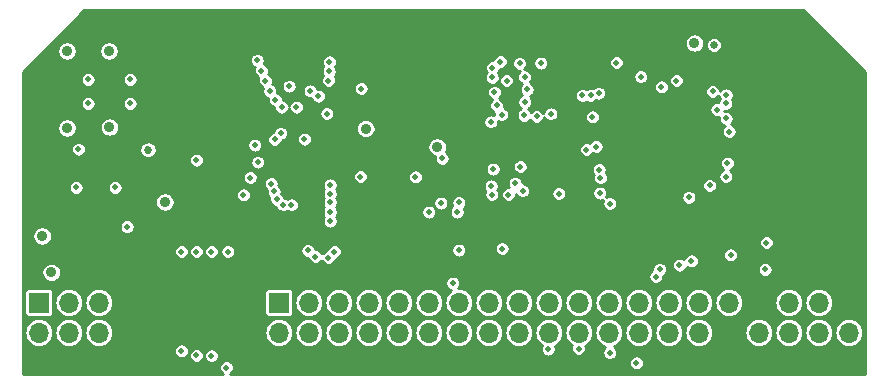
<source format=gbr>
G04 #@! TF.GenerationSoftware,KiCad,Pcbnew,(5.1.2-1)-1*
G04 #@! TF.CreationDate,2019-07-09T00:43:20-07:00*
G04 #@! TF.ProjectId,ram_board,72616d5f-626f-4617-9264-2e6b69636164,rev?*
G04 #@! TF.SameCoordinates,Original*
G04 #@! TF.FileFunction,Copper,L2,Inr*
G04 #@! TF.FilePolarity,Positive*
%FSLAX46Y46*%
G04 Gerber Fmt 4.6, Leading zero omitted, Abs format (unit mm)*
G04 Created by KiCad (PCBNEW (5.1.2-1)-1) date 2019-07-09 00:43:20*
%MOMM*%
%LPD*%
G04 APERTURE LIST*
%ADD10O,1.700000X1.700000*%
%ADD11R,1.700000X1.700000*%
%ADD12C,0.889000*%
%ADD13C,0.685800*%
%ADD14C,0.508000*%
%ADD15C,0.635000*%
%ADD16C,0.254000*%
G04 APERTURE END LIST*
D10*
X188341000Y-100203000D03*
X188341000Y-97663000D03*
X185801000Y-100203000D03*
X185801000Y-97663000D03*
X183261000Y-100203000D03*
X183261000Y-97663000D03*
X180721000Y-100203000D03*
X180721000Y-97663000D03*
X178181000Y-100203000D03*
X178181000Y-97663000D03*
X175641000Y-100203000D03*
X175641000Y-97663000D03*
X173101000Y-100203000D03*
X173101000Y-97663000D03*
X170561000Y-100203000D03*
X170561000Y-97663000D03*
X168021000Y-100203000D03*
X168021000Y-97663000D03*
X165481000Y-100203000D03*
X165481000Y-97663000D03*
X162941000Y-100203000D03*
X162941000Y-97663000D03*
X160401000Y-100203000D03*
X160401000Y-97663000D03*
X157861000Y-100203000D03*
X157861000Y-97663000D03*
X155321000Y-100203000D03*
X155321000Y-97663000D03*
X152781000Y-100203000D03*
X152781000Y-97663000D03*
X150241000Y-100203000D03*
X150241000Y-97663000D03*
X147701000Y-100203000D03*
X147701000Y-97663000D03*
X145161000Y-100203000D03*
X145161000Y-97663000D03*
X142621000Y-100203000D03*
X142621000Y-97663000D03*
X140081000Y-100203000D03*
D11*
X140081000Y-97663000D03*
D10*
X129921000Y-100203000D03*
X129921000Y-97663000D03*
X127381000Y-100203000D03*
X127381000Y-97663000D03*
X124841000Y-100203000D03*
X124841000Y-97663000D03*
X122301000Y-100203000D03*
X122301000Y-97663000D03*
X119761000Y-100203000D03*
D11*
X119761000Y-97663000D03*
D12*
X147320000Y-84582000D03*
X119735600Y-88671400D03*
X154708620Y-83575490D03*
D13*
X129006600Y-86639400D03*
D12*
X125833219Y-85875781D03*
X126212600Y-92024200D03*
X173761400Y-88544400D03*
X171323000Y-74828400D03*
D14*
X166751000Y-92202000D03*
X138811000Y-82042000D03*
X182372000Y-88011000D03*
X182372000Y-90170000D03*
X183007000Y-93091000D03*
X177800000Y-84455000D03*
X133731000Y-98171000D03*
X177546000Y-95123000D03*
X120904000Y-82931000D03*
X181356000Y-93853000D03*
X149606000Y-90043000D03*
X134366000Y-86995000D03*
X173101000Y-86868000D03*
X184277000Y-79248000D03*
X151130000Y-75184000D03*
X132715000Y-81280000D03*
X164211000Y-86487000D03*
X165481000Y-88519000D03*
X158369000Y-90424000D03*
X158157613Y-77763956D03*
X173736000Y-78867000D03*
X162255168Y-77383315D03*
X158138197Y-78589803D03*
X161110454Y-79608576D03*
X161899634Y-81901428D03*
X176806210Y-79778264D03*
X158334564Y-79849477D03*
X172464405Y-79397210D03*
X160897860Y-80668987D03*
X160881946Y-78548165D03*
X158523048Y-80959920D03*
X160470888Y-77400112D03*
X170724418Y-78534586D03*
X160839222Y-81805255D03*
X158216967Y-86359873D03*
X160725650Y-88194350D03*
X176558174Y-87742057D03*
X160522419Y-86149682D03*
X159364387Y-78861451D03*
X158044997Y-87772696D03*
X177952493Y-80082738D03*
X160077212Y-87562504D03*
X158834979Y-77258021D03*
X168656000Y-77343000D03*
X158115000Y-88519000D03*
X159511765Y-88519235D03*
X153907201Y-85454201D03*
X153807596Y-89233390D03*
X155319125Y-89176743D03*
X178215854Y-83179542D03*
X163789672Y-88432328D03*
X146979679Y-86994663D03*
X178054000Y-85852000D03*
X152781000Y-89995386D03*
X155167779Y-89995386D03*
X151639055Y-87017210D03*
X165757146Y-80114802D03*
X158950476Y-81751130D03*
X142240000Y-83820000D03*
X144421210Y-90757388D03*
X177949085Y-82064085D03*
X141146893Y-89385790D03*
X163112411Y-81671059D03*
X147057146Y-79536969D03*
X144145000Y-81661000D03*
X123107184Y-84676984D03*
X133096000Y-85598000D03*
X133096000Y-85598000D03*
X141563701Y-81105390D03*
X144421210Y-89995386D03*
X177926325Y-80790266D03*
X140438880Y-89385790D03*
X167160584Y-79938067D03*
X140951169Y-79344290D03*
X144421210Y-89160377D03*
X139901070Y-88925311D03*
X158034185Y-82353927D03*
X177158621Y-81320018D03*
X166474982Y-80114790D03*
X140306477Y-81105390D03*
X144421210Y-88452364D03*
X139685622Y-88250876D03*
X181358950Y-92580050D03*
X158981555Y-93091000D03*
X166630779Y-81937210D03*
X144421210Y-87699826D03*
X140240766Y-83317866D03*
X139424930Y-87592605D03*
X154813000Y-96012000D03*
X181246000Y-94852000D03*
X166122660Y-84699464D03*
X143422398Y-80178290D03*
X139786681Y-80491576D03*
X139718697Y-83839935D03*
X155321000Y-93218000D03*
X178325002Y-93621210D03*
X166934448Y-84449207D03*
X142721593Y-79729593D03*
X139319000Y-79756000D03*
X138038682Y-84326150D03*
X144780000Y-93345000D03*
X175006000Y-94129210D03*
X167192165Y-86394549D03*
X138938000Y-78867000D03*
X144281513Y-78857487D03*
X138292508Y-85779715D03*
X144272000Y-93853000D03*
X173989980Y-94481621D03*
X167306384Y-87093287D03*
X138601541Y-78022541D03*
X144333039Y-78074000D03*
X137659697Y-87083373D03*
X143175531Y-93760363D03*
X172328696Y-94834032D03*
X167259000Y-88392000D03*
X138249131Y-77142869D03*
X144368052Y-77274000D03*
X137078608Y-88544493D03*
X142537665Y-93239880D03*
X172007253Y-95464869D03*
D12*
X147447000Y-82930998D03*
X175260000Y-75692000D03*
D13*
X129006600Y-84734400D03*
D12*
X125704600Y-76352400D03*
X122148600Y-76352400D03*
X120802400Y-95097600D03*
X153492200Y-84480400D03*
X122148600Y-82880200D03*
X125730000Y-82804000D03*
X120040400Y-92024200D03*
X130429000Y-89154000D03*
D14*
X177927000Y-86995000D03*
X127228600Y-91234100D03*
X123926600Y-78765400D03*
X122910600Y-87909400D03*
X126212600Y-87909400D03*
X127482600Y-78765400D03*
X123926600Y-80797400D03*
X127482600Y-80797400D03*
D15*
X176911000Y-75844400D03*
D14*
X168097200Y-89281000D03*
X174802800Y-88747600D03*
X135636000Y-103165231D03*
X170357800Y-102768400D03*
X135763000Y-93345000D03*
X134366000Y-102158800D03*
X168097200Y-101907990D03*
X134366000Y-93345000D03*
X133096000Y-102133400D03*
X165455600Y-101555579D03*
X133096000Y-93345000D03*
X131826000Y-101752400D03*
X162890200Y-101600000D03*
X131826000Y-93345000D03*
D16*
G36*
X189713000Y-78146171D02*
G01*
X189713001Y-103734000D01*
X135922203Y-103734000D01*
X135936785Y-103727960D01*
X136040789Y-103658467D01*
X136129236Y-103570020D01*
X136198729Y-103466016D01*
X136246597Y-103350454D01*
X136271000Y-103227773D01*
X136271000Y-103102689D01*
X136246597Y-102980008D01*
X136198729Y-102864446D01*
X136129236Y-102760442D01*
X136074652Y-102705858D01*
X169722800Y-102705858D01*
X169722800Y-102830942D01*
X169747203Y-102953623D01*
X169795071Y-103069185D01*
X169864564Y-103173189D01*
X169953011Y-103261636D01*
X170057015Y-103331129D01*
X170172577Y-103378997D01*
X170295258Y-103403400D01*
X170420342Y-103403400D01*
X170543023Y-103378997D01*
X170658585Y-103331129D01*
X170762589Y-103261636D01*
X170851036Y-103173189D01*
X170920529Y-103069185D01*
X170968397Y-102953623D01*
X170992800Y-102830942D01*
X170992800Y-102705858D01*
X170968397Y-102583177D01*
X170920529Y-102467615D01*
X170851036Y-102363611D01*
X170762589Y-102275164D01*
X170658585Y-102205671D01*
X170543023Y-102157803D01*
X170420342Y-102133400D01*
X170295258Y-102133400D01*
X170172577Y-102157803D01*
X170057015Y-102205671D01*
X169953011Y-102275164D01*
X169864564Y-102363611D01*
X169795071Y-102467615D01*
X169747203Y-102583177D01*
X169722800Y-102705858D01*
X136074652Y-102705858D01*
X136040789Y-102671995D01*
X135936785Y-102602502D01*
X135821223Y-102554634D01*
X135698542Y-102530231D01*
X135573458Y-102530231D01*
X135450777Y-102554634D01*
X135335215Y-102602502D01*
X135231211Y-102671995D01*
X135142764Y-102760442D01*
X135073271Y-102864446D01*
X135025403Y-102980008D01*
X135001000Y-103102689D01*
X135001000Y-103227773D01*
X135025403Y-103350454D01*
X135073271Y-103466016D01*
X135142764Y-103570020D01*
X135231211Y-103658467D01*
X135335215Y-103727960D01*
X135349797Y-103734000D01*
X118389000Y-103734000D01*
X118389000Y-101689858D01*
X131191000Y-101689858D01*
X131191000Y-101814942D01*
X131215403Y-101937623D01*
X131263271Y-102053185D01*
X131332764Y-102157189D01*
X131421211Y-102245636D01*
X131525215Y-102315129D01*
X131640777Y-102362997D01*
X131763458Y-102387400D01*
X131888542Y-102387400D01*
X132011223Y-102362997D01*
X132126785Y-102315129D01*
X132230789Y-102245636D01*
X132319236Y-102157189D01*
X132376920Y-102070858D01*
X132461000Y-102070858D01*
X132461000Y-102195942D01*
X132485403Y-102318623D01*
X132533271Y-102434185D01*
X132602764Y-102538189D01*
X132691211Y-102626636D01*
X132795215Y-102696129D01*
X132910777Y-102743997D01*
X133033458Y-102768400D01*
X133158542Y-102768400D01*
X133281223Y-102743997D01*
X133396785Y-102696129D01*
X133500789Y-102626636D01*
X133589236Y-102538189D01*
X133658729Y-102434185D01*
X133706597Y-102318623D01*
X133731000Y-102195942D01*
X133731000Y-102221342D01*
X133755403Y-102344023D01*
X133803271Y-102459585D01*
X133872764Y-102563589D01*
X133961211Y-102652036D01*
X134065215Y-102721529D01*
X134180777Y-102769397D01*
X134303458Y-102793800D01*
X134428542Y-102793800D01*
X134551223Y-102769397D01*
X134666785Y-102721529D01*
X134770789Y-102652036D01*
X134859236Y-102563589D01*
X134928729Y-102459585D01*
X134976597Y-102344023D01*
X135001000Y-102221342D01*
X135001000Y-102096258D01*
X134976597Y-101973577D01*
X134928729Y-101858015D01*
X134859236Y-101754011D01*
X134770789Y-101665564D01*
X134666785Y-101596071D01*
X134551223Y-101548203D01*
X134428542Y-101523800D01*
X134303458Y-101523800D01*
X134180777Y-101548203D01*
X134065215Y-101596071D01*
X133961211Y-101665564D01*
X133872764Y-101754011D01*
X133803271Y-101858015D01*
X133755403Y-101973577D01*
X133731000Y-102096258D01*
X133731000Y-102070858D01*
X133706597Y-101948177D01*
X133658729Y-101832615D01*
X133589236Y-101728611D01*
X133500789Y-101640164D01*
X133396785Y-101570671D01*
X133281223Y-101522803D01*
X133158542Y-101498400D01*
X133033458Y-101498400D01*
X132910777Y-101522803D01*
X132795215Y-101570671D01*
X132691211Y-101640164D01*
X132602764Y-101728611D01*
X132533271Y-101832615D01*
X132485403Y-101948177D01*
X132461000Y-102070858D01*
X132376920Y-102070858D01*
X132388729Y-102053185D01*
X132436597Y-101937623D01*
X132461000Y-101814942D01*
X132461000Y-101689858D01*
X132436597Y-101567177D01*
X132388729Y-101451615D01*
X132319236Y-101347611D01*
X132230789Y-101259164D01*
X132126785Y-101189671D01*
X132011223Y-101141803D01*
X131888542Y-101117400D01*
X131763458Y-101117400D01*
X131640777Y-101141803D01*
X131525215Y-101189671D01*
X131421211Y-101259164D01*
X131332764Y-101347611D01*
X131263271Y-101451615D01*
X131215403Y-101567177D01*
X131191000Y-101689858D01*
X118389000Y-101689858D01*
X118389000Y-100203000D01*
X118524044Y-100203000D01*
X118547812Y-100444318D01*
X118618202Y-100676363D01*
X118732509Y-100890216D01*
X118886340Y-101077660D01*
X119073784Y-101231491D01*
X119287637Y-101345798D01*
X119519682Y-101416188D01*
X119700528Y-101434000D01*
X119821472Y-101434000D01*
X120002318Y-101416188D01*
X120234363Y-101345798D01*
X120448216Y-101231491D01*
X120635660Y-101077660D01*
X120789491Y-100890216D01*
X120903798Y-100676363D01*
X120974188Y-100444318D01*
X120997956Y-100203000D01*
X121064044Y-100203000D01*
X121087812Y-100444318D01*
X121158202Y-100676363D01*
X121272509Y-100890216D01*
X121426340Y-101077660D01*
X121613784Y-101231491D01*
X121827637Y-101345798D01*
X122059682Y-101416188D01*
X122240528Y-101434000D01*
X122361472Y-101434000D01*
X122542318Y-101416188D01*
X122774363Y-101345798D01*
X122988216Y-101231491D01*
X123175660Y-101077660D01*
X123329491Y-100890216D01*
X123443798Y-100676363D01*
X123514188Y-100444318D01*
X123537956Y-100203000D01*
X123604044Y-100203000D01*
X123627812Y-100444318D01*
X123698202Y-100676363D01*
X123812509Y-100890216D01*
X123966340Y-101077660D01*
X124153784Y-101231491D01*
X124367637Y-101345798D01*
X124599682Y-101416188D01*
X124780528Y-101434000D01*
X124901472Y-101434000D01*
X125082318Y-101416188D01*
X125314363Y-101345798D01*
X125528216Y-101231491D01*
X125715660Y-101077660D01*
X125869491Y-100890216D01*
X125983798Y-100676363D01*
X126054188Y-100444318D01*
X126077956Y-100203000D01*
X138844044Y-100203000D01*
X138867812Y-100444318D01*
X138938202Y-100676363D01*
X139052509Y-100890216D01*
X139206340Y-101077660D01*
X139393784Y-101231491D01*
X139607637Y-101345798D01*
X139839682Y-101416188D01*
X140020528Y-101434000D01*
X140141472Y-101434000D01*
X140322318Y-101416188D01*
X140554363Y-101345798D01*
X140768216Y-101231491D01*
X140955660Y-101077660D01*
X141109491Y-100890216D01*
X141223798Y-100676363D01*
X141294188Y-100444318D01*
X141317956Y-100203000D01*
X141384044Y-100203000D01*
X141407812Y-100444318D01*
X141478202Y-100676363D01*
X141592509Y-100890216D01*
X141746340Y-101077660D01*
X141933784Y-101231491D01*
X142147637Y-101345798D01*
X142379682Y-101416188D01*
X142560528Y-101434000D01*
X142681472Y-101434000D01*
X142862318Y-101416188D01*
X143094363Y-101345798D01*
X143308216Y-101231491D01*
X143495660Y-101077660D01*
X143649491Y-100890216D01*
X143763798Y-100676363D01*
X143834188Y-100444318D01*
X143857956Y-100203000D01*
X143924044Y-100203000D01*
X143947812Y-100444318D01*
X144018202Y-100676363D01*
X144132509Y-100890216D01*
X144286340Y-101077660D01*
X144473784Y-101231491D01*
X144687637Y-101345798D01*
X144919682Y-101416188D01*
X145100528Y-101434000D01*
X145221472Y-101434000D01*
X145402318Y-101416188D01*
X145634363Y-101345798D01*
X145848216Y-101231491D01*
X146035660Y-101077660D01*
X146189491Y-100890216D01*
X146303798Y-100676363D01*
X146374188Y-100444318D01*
X146397956Y-100203000D01*
X146464044Y-100203000D01*
X146487812Y-100444318D01*
X146558202Y-100676363D01*
X146672509Y-100890216D01*
X146826340Y-101077660D01*
X147013784Y-101231491D01*
X147227637Y-101345798D01*
X147459682Y-101416188D01*
X147640528Y-101434000D01*
X147761472Y-101434000D01*
X147942318Y-101416188D01*
X148174363Y-101345798D01*
X148388216Y-101231491D01*
X148575660Y-101077660D01*
X148729491Y-100890216D01*
X148843798Y-100676363D01*
X148914188Y-100444318D01*
X148937956Y-100203000D01*
X149004044Y-100203000D01*
X149027812Y-100444318D01*
X149098202Y-100676363D01*
X149212509Y-100890216D01*
X149366340Y-101077660D01*
X149553784Y-101231491D01*
X149767637Y-101345798D01*
X149999682Y-101416188D01*
X150180528Y-101434000D01*
X150301472Y-101434000D01*
X150482318Y-101416188D01*
X150714363Y-101345798D01*
X150928216Y-101231491D01*
X151115660Y-101077660D01*
X151269491Y-100890216D01*
X151383798Y-100676363D01*
X151454188Y-100444318D01*
X151477956Y-100203000D01*
X151544044Y-100203000D01*
X151567812Y-100444318D01*
X151638202Y-100676363D01*
X151752509Y-100890216D01*
X151906340Y-101077660D01*
X152093784Y-101231491D01*
X152307637Y-101345798D01*
X152539682Y-101416188D01*
X152720528Y-101434000D01*
X152841472Y-101434000D01*
X153022318Y-101416188D01*
X153254363Y-101345798D01*
X153468216Y-101231491D01*
X153655660Y-101077660D01*
X153809491Y-100890216D01*
X153923798Y-100676363D01*
X153994188Y-100444318D01*
X154017956Y-100203000D01*
X154084044Y-100203000D01*
X154107812Y-100444318D01*
X154178202Y-100676363D01*
X154292509Y-100890216D01*
X154446340Y-101077660D01*
X154633784Y-101231491D01*
X154847637Y-101345798D01*
X155079682Y-101416188D01*
X155260528Y-101434000D01*
X155381472Y-101434000D01*
X155562318Y-101416188D01*
X155794363Y-101345798D01*
X156008216Y-101231491D01*
X156195660Y-101077660D01*
X156349491Y-100890216D01*
X156463798Y-100676363D01*
X156534188Y-100444318D01*
X156557956Y-100203000D01*
X156624044Y-100203000D01*
X156647812Y-100444318D01*
X156718202Y-100676363D01*
X156832509Y-100890216D01*
X156986340Y-101077660D01*
X157173784Y-101231491D01*
X157387637Y-101345798D01*
X157619682Y-101416188D01*
X157800528Y-101434000D01*
X157921472Y-101434000D01*
X158102318Y-101416188D01*
X158334363Y-101345798D01*
X158548216Y-101231491D01*
X158735660Y-101077660D01*
X158889491Y-100890216D01*
X159003798Y-100676363D01*
X159074188Y-100444318D01*
X159097956Y-100203000D01*
X159164044Y-100203000D01*
X159187812Y-100444318D01*
X159258202Y-100676363D01*
X159372509Y-100890216D01*
X159526340Y-101077660D01*
X159713784Y-101231491D01*
X159927637Y-101345798D01*
X160159682Y-101416188D01*
X160340528Y-101434000D01*
X160461472Y-101434000D01*
X160642318Y-101416188D01*
X160874363Y-101345798D01*
X161088216Y-101231491D01*
X161275660Y-101077660D01*
X161429491Y-100890216D01*
X161543798Y-100676363D01*
X161614188Y-100444318D01*
X161637956Y-100203000D01*
X161704044Y-100203000D01*
X161727812Y-100444318D01*
X161798202Y-100676363D01*
X161912509Y-100890216D01*
X162066340Y-101077660D01*
X162253784Y-101231491D01*
X162341423Y-101278335D01*
X162327471Y-101299215D01*
X162279603Y-101414777D01*
X162255200Y-101537458D01*
X162255200Y-101662542D01*
X162279603Y-101785223D01*
X162327471Y-101900785D01*
X162396964Y-102004789D01*
X162485411Y-102093236D01*
X162589415Y-102162729D01*
X162704977Y-102210597D01*
X162827658Y-102235000D01*
X162952742Y-102235000D01*
X163075423Y-102210597D01*
X163190985Y-102162729D01*
X163294989Y-102093236D01*
X163383436Y-102004789D01*
X163452929Y-101900785D01*
X163500797Y-101785223D01*
X163525200Y-101662542D01*
X163525200Y-101537458D01*
X163500797Y-101414777D01*
X163461736Y-101320477D01*
X163628216Y-101231491D01*
X163815660Y-101077660D01*
X163969491Y-100890216D01*
X164083798Y-100676363D01*
X164154188Y-100444318D01*
X164177956Y-100203000D01*
X164244044Y-100203000D01*
X164267812Y-100444318D01*
X164338202Y-100676363D01*
X164452509Y-100890216D01*
X164606340Y-101077660D01*
X164793784Y-101231491D01*
X164882812Y-101279078D01*
X164845003Y-101370356D01*
X164820600Y-101493037D01*
X164820600Y-101618121D01*
X164845003Y-101740802D01*
X164892871Y-101856364D01*
X164962364Y-101960368D01*
X165050811Y-102048815D01*
X165154815Y-102118308D01*
X165270377Y-102166176D01*
X165393058Y-102190579D01*
X165518142Y-102190579D01*
X165640823Y-102166176D01*
X165756385Y-102118308D01*
X165860389Y-102048815D01*
X165948836Y-101960368D01*
X166018329Y-101856364D01*
X166066197Y-101740802D01*
X166090600Y-101618121D01*
X166090600Y-101493037D01*
X166066197Y-101370356D01*
X166037596Y-101301309D01*
X166168216Y-101231491D01*
X166355660Y-101077660D01*
X166509491Y-100890216D01*
X166623798Y-100676363D01*
X166694188Y-100444318D01*
X166717956Y-100203000D01*
X166784044Y-100203000D01*
X166807812Y-100444318D01*
X166878202Y-100676363D01*
X166992509Y-100890216D01*
X167146340Y-101077660D01*
X167333784Y-101231491D01*
X167547637Y-101345798D01*
X167718184Y-101397533D01*
X167692411Y-101414754D01*
X167603964Y-101503201D01*
X167534471Y-101607205D01*
X167486603Y-101722767D01*
X167462200Y-101845448D01*
X167462200Y-101970532D01*
X167486603Y-102093213D01*
X167534471Y-102208775D01*
X167603964Y-102312779D01*
X167692411Y-102401226D01*
X167796415Y-102470719D01*
X167911977Y-102518587D01*
X168034658Y-102542990D01*
X168159742Y-102542990D01*
X168282423Y-102518587D01*
X168397985Y-102470719D01*
X168501989Y-102401226D01*
X168590436Y-102312779D01*
X168659929Y-102208775D01*
X168707797Y-102093213D01*
X168732200Y-101970532D01*
X168732200Y-101845448D01*
X168707797Y-101722767D01*
X168659929Y-101607205D01*
X168590436Y-101503201D01*
X168501989Y-101414754D01*
X168428631Y-101365738D01*
X168494363Y-101345798D01*
X168708216Y-101231491D01*
X168895660Y-101077660D01*
X169049491Y-100890216D01*
X169163798Y-100676363D01*
X169234188Y-100444318D01*
X169257956Y-100203000D01*
X169324044Y-100203000D01*
X169347812Y-100444318D01*
X169418202Y-100676363D01*
X169532509Y-100890216D01*
X169686340Y-101077660D01*
X169873784Y-101231491D01*
X170087637Y-101345798D01*
X170319682Y-101416188D01*
X170500528Y-101434000D01*
X170621472Y-101434000D01*
X170802318Y-101416188D01*
X171034363Y-101345798D01*
X171248216Y-101231491D01*
X171435660Y-101077660D01*
X171589491Y-100890216D01*
X171703798Y-100676363D01*
X171774188Y-100444318D01*
X171797956Y-100203000D01*
X171864044Y-100203000D01*
X171887812Y-100444318D01*
X171958202Y-100676363D01*
X172072509Y-100890216D01*
X172226340Y-101077660D01*
X172413784Y-101231491D01*
X172627637Y-101345798D01*
X172859682Y-101416188D01*
X173040528Y-101434000D01*
X173161472Y-101434000D01*
X173342318Y-101416188D01*
X173574363Y-101345798D01*
X173788216Y-101231491D01*
X173975660Y-101077660D01*
X174129491Y-100890216D01*
X174243798Y-100676363D01*
X174314188Y-100444318D01*
X174337956Y-100203000D01*
X174404044Y-100203000D01*
X174427812Y-100444318D01*
X174498202Y-100676363D01*
X174612509Y-100890216D01*
X174766340Y-101077660D01*
X174953784Y-101231491D01*
X175167637Y-101345798D01*
X175399682Y-101416188D01*
X175580528Y-101434000D01*
X175701472Y-101434000D01*
X175882318Y-101416188D01*
X176114363Y-101345798D01*
X176328216Y-101231491D01*
X176515660Y-101077660D01*
X176669491Y-100890216D01*
X176783798Y-100676363D01*
X176854188Y-100444318D01*
X176877956Y-100203000D01*
X179484044Y-100203000D01*
X179507812Y-100444318D01*
X179578202Y-100676363D01*
X179692509Y-100890216D01*
X179846340Y-101077660D01*
X180033784Y-101231491D01*
X180247637Y-101345798D01*
X180479682Y-101416188D01*
X180660528Y-101434000D01*
X180781472Y-101434000D01*
X180962318Y-101416188D01*
X181194363Y-101345798D01*
X181408216Y-101231491D01*
X181595660Y-101077660D01*
X181749491Y-100890216D01*
X181863798Y-100676363D01*
X181934188Y-100444318D01*
X181957956Y-100203000D01*
X182024044Y-100203000D01*
X182047812Y-100444318D01*
X182118202Y-100676363D01*
X182232509Y-100890216D01*
X182386340Y-101077660D01*
X182573784Y-101231491D01*
X182787637Y-101345798D01*
X183019682Y-101416188D01*
X183200528Y-101434000D01*
X183321472Y-101434000D01*
X183502318Y-101416188D01*
X183734363Y-101345798D01*
X183948216Y-101231491D01*
X184135660Y-101077660D01*
X184289491Y-100890216D01*
X184403798Y-100676363D01*
X184474188Y-100444318D01*
X184497956Y-100203000D01*
X184564044Y-100203000D01*
X184587812Y-100444318D01*
X184658202Y-100676363D01*
X184772509Y-100890216D01*
X184926340Y-101077660D01*
X185113784Y-101231491D01*
X185327637Y-101345798D01*
X185559682Y-101416188D01*
X185740528Y-101434000D01*
X185861472Y-101434000D01*
X186042318Y-101416188D01*
X186274363Y-101345798D01*
X186488216Y-101231491D01*
X186675660Y-101077660D01*
X186829491Y-100890216D01*
X186943798Y-100676363D01*
X187014188Y-100444318D01*
X187037956Y-100203000D01*
X187104044Y-100203000D01*
X187127812Y-100444318D01*
X187198202Y-100676363D01*
X187312509Y-100890216D01*
X187466340Y-101077660D01*
X187653784Y-101231491D01*
X187867637Y-101345798D01*
X188099682Y-101416188D01*
X188280528Y-101434000D01*
X188401472Y-101434000D01*
X188582318Y-101416188D01*
X188814363Y-101345798D01*
X189028216Y-101231491D01*
X189215660Y-101077660D01*
X189369491Y-100890216D01*
X189483798Y-100676363D01*
X189554188Y-100444318D01*
X189577956Y-100203000D01*
X189554188Y-99961682D01*
X189483798Y-99729637D01*
X189369491Y-99515784D01*
X189215660Y-99328340D01*
X189028216Y-99174509D01*
X188814363Y-99060202D01*
X188582318Y-98989812D01*
X188401472Y-98972000D01*
X188280528Y-98972000D01*
X188099682Y-98989812D01*
X187867637Y-99060202D01*
X187653784Y-99174509D01*
X187466340Y-99328340D01*
X187312509Y-99515784D01*
X187198202Y-99729637D01*
X187127812Y-99961682D01*
X187104044Y-100203000D01*
X187037956Y-100203000D01*
X187014188Y-99961682D01*
X186943798Y-99729637D01*
X186829491Y-99515784D01*
X186675660Y-99328340D01*
X186488216Y-99174509D01*
X186274363Y-99060202D01*
X186042318Y-98989812D01*
X185861472Y-98972000D01*
X185740528Y-98972000D01*
X185559682Y-98989812D01*
X185327637Y-99060202D01*
X185113784Y-99174509D01*
X184926340Y-99328340D01*
X184772509Y-99515784D01*
X184658202Y-99729637D01*
X184587812Y-99961682D01*
X184564044Y-100203000D01*
X184497956Y-100203000D01*
X184474188Y-99961682D01*
X184403798Y-99729637D01*
X184289491Y-99515784D01*
X184135660Y-99328340D01*
X183948216Y-99174509D01*
X183734363Y-99060202D01*
X183502318Y-98989812D01*
X183321472Y-98972000D01*
X183200528Y-98972000D01*
X183019682Y-98989812D01*
X182787637Y-99060202D01*
X182573784Y-99174509D01*
X182386340Y-99328340D01*
X182232509Y-99515784D01*
X182118202Y-99729637D01*
X182047812Y-99961682D01*
X182024044Y-100203000D01*
X181957956Y-100203000D01*
X181934188Y-99961682D01*
X181863798Y-99729637D01*
X181749491Y-99515784D01*
X181595660Y-99328340D01*
X181408216Y-99174509D01*
X181194363Y-99060202D01*
X180962318Y-98989812D01*
X180781472Y-98972000D01*
X180660528Y-98972000D01*
X180479682Y-98989812D01*
X180247637Y-99060202D01*
X180033784Y-99174509D01*
X179846340Y-99328340D01*
X179692509Y-99515784D01*
X179578202Y-99729637D01*
X179507812Y-99961682D01*
X179484044Y-100203000D01*
X176877956Y-100203000D01*
X176854188Y-99961682D01*
X176783798Y-99729637D01*
X176669491Y-99515784D01*
X176515660Y-99328340D01*
X176328216Y-99174509D01*
X176114363Y-99060202D01*
X175882318Y-98989812D01*
X175701472Y-98972000D01*
X175580528Y-98972000D01*
X175399682Y-98989812D01*
X175167637Y-99060202D01*
X174953784Y-99174509D01*
X174766340Y-99328340D01*
X174612509Y-99515784D01*
X174498202Y-99729637D01*
X174427812Y-99961682D01*
X174404044Y-100203000D01*
X174337956Y-100203000D01*
X174314188Y-99961682D01*
X174243798Y-99729637D01*
X174129491Y-99515784D01*
X173975660Y-99328340D01*
X173788216Y-99174509D01*
X173574363Y-99060202D01*
X173342318Y-98989812D01*
X173161472Y-98972000D01*
X173040528Y-98972000D01*
X172859682Y-98989812D01*
X172627637Y-99060202D01*
X172413784Y-99174509D01*
X172226340Y-99328340D01*
X172072509Y-99515784D01*
X171958202Y-99729637D01*
X171887812Y-99961682D01*
X171864044Y-100203000D01*
X171797956Y-100203000D01*
X171774188Y-99961682D01*
X171703798Y-99729637D01*
X171589491Y-99515784D01*
X171435660Y-99328340D01*
X171248216Y-99174509D01*
X171034363Y-99060202D01*
X170802318Y-98989812D01*
X170621472Y-98972000D01*
X170500528Y-98972000D01*
X170319682Y-98989812D01*
X170087637Y-99060202D01*
X169873784Y-99174509D01*
X169686340Y-99328340D01*
X169532509Y-99515784D01*
X169418202Y-99729637D01*
X169347812Y-99961682D01*
X169324044Y-100203000D01*
X169257956Y-100203000D01*
X169234188Y-99961682D01*
X169163798Y-99729637D01*
X169049491Y-99515784D01*
X168895660Y-99328340D01*
X168708216Y-99174509D01*
X168494363Y-99060202D01*
X168262318Y-98989812D01*
X168081472Y-98972000D01*
X167960528Y-98972000D01*
X167779682Y-98989812D01*
X167547637Y-99060202D01*
X167333784Y-99174509D01*
X167146340Y-99328340D01*
X166992509Y-99515784D01*
X166878202Y-99729637D01*
X166807812Y-99961682D01*
X166784044Y-100203000D01*
X166717956Y-100203000D01*
X166694188Y-99961682D01*
X166623798Y-99729637D01*
X166509491Y-99515784D01*
X166355660Y-99328340D01*
X166168216Y-99174509D01*
X165954363Y-99060202D01*
X165722318Y-98989812D01*
X165541472Y-98972000D01*
X165420528Y-98972000D01*
X165239682Y-98989812D01*
X165007637Y-99060202D01*
X164793784Y-99174509D01*
X164606340Y-99328340D01*
X164452509Y-99515784D01*
X164338202Y-99729637D01*
X164267812Y-99961682D01*
X164244044Y-100203000D01*
X164177956Y-100203000D01*
X164154188Y-99961682D01*
X164083798Y-99729637D01*
X163969491Y-99515784D01*
X163815660Y-99328340D01*
X163628216Y-99174509D01*
X163414363Y-99060202D01*
X163182318Y-98989812D01*
X163001472Y-98972000D01*
X162880528Y-98972000D01*
X162699682Y-98989812D01*
X162467637Y-99060202D01*
X162253784Y-99174509D01*
X162066340Y-99328340D01*
X161912509Y-99515784D01*
X161798202Y-99729637D01*
X161727812Y-99961682D01*
X161704044Y-100203000D01*
X161637956Y-100203000D01*
X161614188Y-99961682D01*
X161543798Y-99729637D01*
X161429491Y-99515784D01*
X161275660Y-99328340D01*
X161088216Y-99174509D01*
X160874363Y-99060202D01*
X160642318Y-98989812D01*
X160461472Y-98972000D01*
X160340528Y-98972000D01*
X160159682Y-98989812D01*
X159927637Y-99060202D01*
X159713784Y-99174509D01*
X159526340Y-99328340D01*
X159372509Y-99515784D01*
X159258202Y-99729637D01*
X159187812Y-99961682D01*
X159164044Y-100203000D01*
X159097956Y-100203000D01*
X159074188Y-99961682D01*
X159003798Y-99729637D01*
X158889491Y-99515784D01*
X158735660Y-99328340D01*
X158548216Y-99174509D01*
X158334363Y-99060202D01*
X158102318Y-98989812D01*
X157921472Y-98972000D01*
X157800528Y-98972000D01*
X157619682Y-98989812D01*
X157387637Y-99060202D01*
X157173784Y-99174509D01*
X156986340Y-99328340D01*
X156832509Y-99515784D01*
X156718202Y-99729637D01*
X156647812Y-99961682D01*
X156624044Y-100203000D01*
X156557956Y-100203000D01*
X156534188Y-99961682D01*
X156463798Y-99729637D01*
X156349491Y-99515784D01*
X156195660Y-99328340D01*
X156008216Y-99174509D01*
X155794363Y-99060202D01*
X155562318Y-98989812D01*
X155381472Y-98972000D01*
X155260528Y-98972000D01*
X155079682Y-98989812D01*
X154847637Y-99060202D01*
X154633784Y-99174509D01*
X154446340Y-99328340D01*
X154292509Y-99515784D01*
X154178202Y-99729637D01*
X154107812Y-99961682D01*
X154084044Y-100203000D01*
X154017956Y-100203000D01*
X153994188Y-99961682D01*
X153923798Y-99729637D01*
X153809491Y-99515784D01*
X153655660Y-99328340D01*
X153468216Y-99174509D01*
X153254363Y-99060202D01*
X153022318Y-98989812D01*
X152841472Y-98972000D01*
X152720528Y-98972000D01*
X152539682Y-98989812D01*
X152307637Y-99060202D01*
X152093784Y-99174509D01*
X151906340Y-99328340D01*
X151752509Y-99515784D01*
X151638202Y-99729637D01*
X151567812Y-99961682D01*
X151544044Y-100203000D01*
X151477956Y-100203000D01*
X151454188Y-99961682D01*
X151383798Y-99729637D01*
X151269491Y-99515784D01*
X151115660Y-99328340D01*
X150928216Y-99174509D01*
X150714363Y-99060202D01*
X150482318Y-98989812D01*
X150301472Y-98972000D01*
X150180528Y-98972000D01*
X149999682Y-98989812D01*
X149767637Y-99060202D01*
X149553784Y-99174509D01*
X149366340Y-99328340D01*
X149212509Y-99515784D01*
X149098202Y-99729637D01*
X149027812Y-99961682D01*
X149004044Y-100203000D01*
X148937956Y-100203000D01*
X148914188Y-99961682D01*
X148843798Y-99729637D01*
X148729491Y-99515784D01*
X148575660Y-99328340D01*
X148388216Y-99174509D01*
X148174363Y-99060202D01*
X147942318Y-98989812D01*
X147761472Y-98972000D01*
X147640528Y-98972000D01*
X147459682Y-98989812D01*
X147227637Y-99060202D01*
X147013784Y-99174509D01*
X146826340Y-99328340D01*
X146672509Y-99515784D01*
X146558202Y-99729637D01*
X146487812Y-99961682D01*
X146464044Y-100203000D01*
X146397956Y-100203000D01*
X146374188Y-99961682D01*
X146303798Y-99729637D01*
X146189491Y-99515784D01*
X146035660Y-99328340D01*
X145848216Y-99174509D01*
X145634363Y-99060202D01*
X145402318Y-98989812D01*
X145221472Y-98972000D01*
X145100528Y-98972000D01*
X144919682Y-98989812D01*
X144687637Y-99060202D01*
X144473784Y-99174509D01*
X144286340Y-99328340D01*
X144132509Y-99515784D01*
X144018202Y-99729637D01*
X143947812Y-99961682D01*
X143924044Y-100203000D01*
X143857956Y-100203000D01*
X143834188Y-99961682D01*
X143763798Y-99729637D01*
X143649491Y-99515784D01*
X143495660Y-99328340D01*
X143308216Y-99174509D01*
X143094363Y-99060202D01*
X142862318Y-98989812D01*
X142681472Y-98972000D01*
X142560528Y-98972000D01*
X142379682Y-98989812D01*
X142147637Y-99060202D01*
X141933784Y-99174509D01*
X141746340Y-99328340D01*
X141592509Y-99515784D01*
X141478202Y-99729637D01*
X141407812Y-99961682D01*
X141384044Y-100203000D01*
X141317956Y-100203000D01*
X141294188Y-99961682D01*
X141223798Y-99729637D01*
X141109491Y-99515784D01*
X140955660Y-99328340D01*
X140768216Y-99174509D01*
X140554363Y-99060202D01*
X140322318Y-98989812D01*
X140141472Y-98972000D01*
X140020528Y-98972000D01*
X139839682Y-98989812D01*
X139607637Y-99060202D01*
X139393784Y-99174509D01*
X139206340Y-99328340D01*
X139052509Y-99515784D01*
X138938202Y-99729637D01*
X138867812Y-99961682D01*
X138844044Y-100203000D01*
X126077956Y-100203000D01*
X126054188Y-99961682D01*
X125983798Y-99729637D01*
X125869491Y-99515784D01*
X125715660Y-99328340D01*
X125528216Y-99174509D01*
X125314363Y-99060202D01*
X125082318Y-98989812D01*
X124901472Y-98972000D01*
X124780528Y-98972000D01*
X124599682Y-98989812D01*
X124367637Y-99060202D01*
X124153784Y-99174509D01*
X123966340Y-99328340D01*
X123812509Y-99515784D01*
X123698202Y-99729637D01*
X123627812Y-99961682D01*
X123604044Y-100203000D01*
X123537956Y-100203000D01*
X123514188Y-99961682D01*
X123443798Y-99729637D01*
X123329491Y-99515784D01*
X123175660Y-99328340D01*
X122988216Y-99174509D01*
X122774363Y-99060202D01*
X122542318Y-98989812D01*
X122361472Y-98972000D01*
X122240528Y-98972000D01*
X122059682Y-98989812D01*
X121827637Y-99060202D01*
X121613784Y-99174509D01*
X121426340Y-99328340D01*
X121272509Y-99515784D01*
X121158202Y-99729637D01*
X121087812Y-99961682D01*
X121064044Y-100203000D01*
X120997956Y-100203000D01*
X120974188Y-99961682D01*
X120903798Y-99729637D01*
X120789491Y-99515784D01*
X120635660Y-99328340D01*
X120448216Y-99174509D01*
X120234363Y-99060202D01*
X120002318Y-98989812D01*
X119821472Y-98972000D01*
X119700528Y-98972000D01*
X119519682Y-98989812D01*
X119287637Y-99060202D01*
X119073784Y-99174509D01*
X118886340Y-99328340D01*
X118732509Y-99515784D01*
X118618202Y-99729637D01*
X118547812Y-99961682D01*
X118524044Y-100203000D01*
X118389000Y-100203000D01*
X118389000Y-96813000D01*
X118528157Y-96813000D01*
X118528157Y-98513000D01*
X118535513Y-98587689D01*
X118557299Y-98659508D01*
X118592678Y-98725696D01*
X118640289Y-98783711D01*
X118698304Y-98831322D01*
X118764492Y-98866701D01*
X118836311Y-98888487D01*
X118911000Y-98895843D01*
X120611000Y-98895843D01*
X120685689Y-98888487D01*
X120757508Y-98866701D01*
X120823696Y-98831322D01*
X120881711Y-98783711D01*
X120929322Y-98725696D01*
X120964701Y-98659508D01*
X120986487Y-98587689D01*
X120993843Y-98513000D01*
X120993843Y-97663000D01*
X121064044Y-97663000D01*
X121087812Y-97904318D01*
X121158202Y-98136363D01*
X121272509Y-98350216D01*
X121426340Y-98537660D01*
X121613784Y-98691491D01*
X121827637Y-98805798D01*
X122059682Y-98876188D01*
X122240528Y-98894000D01*
X122361472Y-98894000D01*
X122542318Y-98876188D01*
X122774363Y-98805798D01*
X122988216Y-98691491D01*
X123175660Y-98537660D01*
X123329491Y-98350216D01*
X123443798Y-98136363D01*
X123514188Y-97904318D01*
X123537956Y-97663000D01*
X123604044Y-97663000D01*
X123627812Y-97904318D01*
X123698202Y-98136363D01*
X123812509Y-98350216D01*
X123966340Y-98537660D01*
X124153784Y-98691491D01*
X124367637Y-98805798D01*
X124599682Y-98876188D01*
X124780528Y-98894000D01*
X124901472Y-98894000D01*
X125082318Y-98876188D01*
X125314363Y-98805798D01*
X125528216Y-98691491D01*
X125715660Y-98537660D01*
X125869491Y-98350216D01*
X125983798Y-98136363D01*
X126054188Y-97904318D01*
X126077956Y-97663000D01*
X126054188Y-97421682D01*
X125983798Y-97189637D01*
X125869491Y-96975784D01*
X125735898Y-96813000D01*
X138848157Y-96813000D01*
X138848157Y-98513000D01*
X138855513Y-98587689D01*
X138877299Y-98659508D01*
X138912678Y-98725696D01*
X138960289Y-98783711D01*
X139018304Y-98831322D01*
X139084492Y-98866701D01*
X139156311Y-98888487D01*
X139231000Y-98895843D01*
X140931000Y-98895843D01*
X141005689Y-98888487D01*
X141077508Y-98866701D01*
X141143696Y-98831322D01*
X141201711Y-98783711D01*
X141249322Y-98725696D01*
X141284701Y-98659508D01*
X141306487Y-98587689D01*
X141313843Y-98513000D01*
X141313843Y-97663000D01*
X141384044Y-97663000D01*
X141407812Y-97904318D01*
X141478202Y-98136363D01*
X141592509Y-98350216D01*
X141746340Y-98537660D01*
X141933784Y-98691491D01*
X142147637Y-98805798D01*
X142379682Y-98876188D01*
X142560528Y-98894000D01*
X142681472Y-98894000D01*
X142862318Y-98876188D01*
X143094363Y-98805798D01*
X143308216Y-98691491D01*
X143495660Y-98537660D01*
X143649491Y-98350216D01*
X143763798Y-98136363D01*
X143834188Y-97904318D01*
X143857956Y-97663000D01*
X143924044Y-97663000D01*
X143947812Y-97904318D01*
X144018202Y-98136363D01*
X144132509Y-98350216D01*
X144286340Y-98537660D01*
X144473784Y-98691491D01*
X144687637Y-98805798D01*
X144919682Y-98876188D01*
X145100528Y-98894000D01*
X145221472Y-98894000D01*
X145402318Y-98876188D01*
X145634363Y-98805798D01*
X145848216Y-98691491D01*
X146035660Y-98537660D01*
X146189491Y-98350216D01*
X146303798Y-98136363D01*
X146374188Y-97904318D01*
X146397956Y-97663000D01*
X146464044Y-97663000D01*
X146487812Y-97904318D01*
X146558202Y-98136363D01*
X146672509Y-98350216D01*
X146826340Y-98537660D01*
X147013784Y-98691491D01*
X147227637Y-98805798D01*
X147459682Y-98876188D01*
X147640528Y-98894000D01*
X147761472Y-98894000D01*
X147942318Y-98876188D01*
X148174363Y-98805798D01*
X148388216Y-98691491D01*
X148575660Y-98537660D01*
X148729491Y-98350216D01*
X148843798Y-98136363D01*
X148914188Y-97904318D01*
X148937956Y-97663000D01*
X149004044Y-97663000D01*
X149027812Y-97904318D01*
X149098202Y-98136363D01*
X149212509Y-98350216D01*
X149366340Y-98537660D01*
X149553784Y-98691491D01*
X149767637Y-98805798D01*
X149999682Y-98876188D01*
X150180528Y-98894000D01*
X150301472Y-98894000D01*
X150482318Y-98876188D01*
X150714363Y-98805798D01*
X150928216Y-98691491D01*
X151115660Y-98537660D01*
X151269491Y-98350216D01*
X151383798Y-98136363D01*
X151454188Y-97904318D01*
X151477956Y-97663000D01*
X151544044Y-97663000D01*
X151567812Y-97904318D01*
X151638202Y-98136363D01*
X151752509Y-98350216D01*
X151906340Y-98537660D01*
X152093784Y-98691491D01*
X152307637Y-98805798D01*
X152539682Y-98876188D01*
X152720528Y-98894000D01*
X152841472Y-98894000D01*
X153022318Y-98876188D01*
X153254363Y-98805798D01*
X153468216Y-98691491D01*
X153655660Y-98537660D01*
X153809491Y-98350216D01*
X153923798Y-98136363D01*
X153994188Y-97904318D01*
X154017956Y-97663000D01*
X154084044Y-97663000D01*
X154107812Y-97904318D01*
X154178202Y-98136363D01*
X154292509Y-98350216D01*
X154446340Y-98537660D01*
X154633784Y-98691491D01*
X154847637Y-98805798D01*
X155079682Y-98876188D01*
X155260528Y-98894000D01*
X155381472Y-98894000D01*
X155562318Y-98876188D01*
X155794363Y-98805798D01*
X156008216Y-98691491D01*
X156195660Y-98537660D01*
X156349491Y-98350216D01*
X156463798Y-98136363D01*
X156534188Y-97904318D01*
X156557956Y-97663000D01*
X156624044Y-97663000D01*
X156647812Y-97904318D01*
X156718202Y-98136363D01*
X156832509Y-98350216D01*
X156986340Y-98537660D01*
X157173784Y-98691491D01*
X157387637Y-98805798D01*
X157619682Y-98876188D01*
X157800528Y-98894000D01*
X157921472Y-98894000D01*
X158102318Y-98876188D01*
X158334363Y-98805798D01*
X158548216Y-98691491D01*
X158735660Y-98537660D01*
X158889491Y-98350216D01*
X159003798Y-98136363D01*
X159074188Y-97904318D01*
X159097956Y-97663000D01*
X159164044Y-97663000D01*
X159187812Y-97904318D01*
X159258202Y-98136363D01*
X159372509Y-98350216D01*
X159526340Y-98537660D01*
X159713784Y-98691491D01*
X159927637Y-98805798D01*
X160159682Y-98876188D01*
X160340528Y-98894000D01*
X160461472Y-98894000D01*
X160642318Y-98876188D01*
X160874363Y-98805798D01*
X161088216Y-98691491D01*
X161275660Y-98537660D01*
X161429491Y-98350216D01*
X161543798Y-98136363D01*
X161614188Y-97904318D01*
X161637956Y-97663000D01*
X161704044Y-97663000D01*
X161727812Y-97904318D01*
X161798202Y-98136363D01*
X161912509Y-98350216D01*
X162066340Y-98537660D01*
X162253784Y-98691491D01*
X162467637Y-98805798D01*
X162699682Y-98876188D01*
X162880528Y-98894000D01*
X163001472Y-98894000D01*
X163182318Y-98876188D01*
X163414363Y-98805798D01*
X163628216Y-98691491D01*
X163815660Y-98537660D01*
X163969491Y-98350216D01*
X164083798Y-98136363D01*
X164154188Y-97904318D01*
X164177956Y-97663000D01*
X164244044Y-97663000D01*
X164267812Y-97904318D01*
X164338202Y-98136363D01*
X164452509Y-98350216D01*
X164606340Y-98537660D01*
X164793784Y-98691491D01*
X165007637Y-98805798D01*
X165239682Y-98876188D01*
X165420528Y-98894000D01*
X165541472Y-98894000D01*
X165722318Y-98876188D01*
X165954363Y-98805798D01*
X166168216Y-98691491D01*
X166355660Y-98537660D01*
X166509491Y-98350216D01*
X166623798Y-98136363D01*
X166694188Y-97904318D01*
X166717956Y-97663000D01*
X166784044Y-97663000D01*
X166807812Y-97904318D01*
X166878202Y-98136363D01*
X166992509Y-98350216D01*
X167146340Y-98537660D01*
X167333784Y-98691491D01*
X167547637Y-98805798D01*
X167779682Y-98876188D01*
X167960528Y-98894000D01*
X168081472Y-98894000D01*
X168262318Y-98876188D01*
X168494363Y-98805798D01*
X168708216Y-98691491D01*
X168895660Y-98537660D01*
X169049491Y-98350216D01*
X169163798Y-98136363D01*
X169234188Y-97904318D01*
X169257956Y-97663000D01*
X169324044Y-97663000D01*
X169347812Y-97904318D01*
X169418202Y-98136363D01*
X169532509Y-98350216D01*
X169686340Y-98537660D01*
X169873784Y-98691491D01*
X170087637Y-98805798D01*
X170319682Y-98876188D01*
X170500528Y-98894000D01*
X170621472Y-98894000D01*
X170802318Y-98876188D01*
X171034363Y-98805798D01*
X171248216Y-98691491D01*
X171435660Y-98537660D01*
X171589491Y-98350216D01*
X171703798Y-98136363D01*
X171774188Y-97904318D01*
X171797956Y-97663000D01*
X171864044Y-97663000D01*
X171887812Y-97904318D01*
X171958202Y-98136363D01*
X172072509Y-98350216D01*
X172226340Y-98537660D01*
X172413784Y-98691491D01*
X172627637Y-98805798D01*
X172859682Y-98876188D01*
X173040528Y-98894000D01*
X173161472Y-98894000D01*
X173342318Y-98876188D01*
X173574363Y-98805798D01*
X173788216Y-98691491D01*
X173975660Y-98537660D01*
X174129491Y-98350216D01*
X174243798Y-98136363D01*
X174314188Y-97904318D01*
X174337956Y-97663000D01*
X174404044Y-97663000D01*
X174427812Y-97904318D01*
X174498202Y-98136363D01*
X174612509Y-98350216D01*
X174766340Y-98537660D01*
X174953784Y-98691491D01*
X175167637Y-98805798D01*
X175399682Y-98876188D01*
X175580528Y-98894000D01*
X175701472Y-98894000D01*
X175882318Y-98876188D01*
X176114363Y-98805798D01*
X176328216Y-98691491D01*
X176515660Y-98537660D01*
X176669491Y-98350216D01*
X176783798Y-98136363D01*
X176854188Y-97904318D01*
X176877956Y-97663000D01*
X176944044Y-97663000D01*
X176967812Y-97904318D01*
X177038202Y-98136363D01*
X177152509Y-98350216D01*
X177306340Y-98537660D01*
X177493784Y-98691491D01*
X177707637Y-98805798D01*
X177939682Y-98876188D01*
X178120528Y-98894000D01*
X178241472Y-98894000D01*
X178422318Y-98876188D01*
X178654363Y-98805798D01*
X178868216Y-98691491D01*
X179055660Y-98537660D01*
X179209491Y-98350216D01*
X179323798Y-98136363D01*
X179394188Y-97904318D01*
X179417956Y-97663000D01*
X182024044Y-97663000D01*
X182047812Y-97904318D01*
X182118202Y-98136363D01*
X182232509Y-98350216D01*
X182386340Y-98537660D01*
X182573784Y-98691491D01*
X182787637Y-98805798D01*
X183019682Y-98876188D01*
X183200528Y-98894000D01*
X183321472Y-98894000D01*
X183502318Y-98876188D01*
X183734363Y-98805798D01*
X183948216Y-98691491D01*
X184135660Y-98537660D01*
X184289491Y-98350216D01*
X184403798Y-98136363D01*
X184474188Y-97904318D01*
X184497956Y-97663000D01*
X184564044Y-97663000D01*
X184587812Y-97904318D01*
X184658202Y-98136363D01*
X184772509Y-98350216D01*
X184926340Y-98537660D01*
X185113784Y-98691491D01*
X185327637Y-98805798D01*
X185559682Y-98876188D01*
X185740528Y-98894000D01*
X185861472Y-98894000D01*
X186042318Y-98876188D01*
X186274363Y-98805798D01*
X186488216Y-98691491D01*
X186675660Y-98537660D01*
X186829491Y-98350216D01*
X186943798Y-98136363D01*
X187014188Y-97904318D01*
X187037956Y-97663000D01*
X187014188Y-97421682D01*
X186943798Y-97189637D01*
X186829491Y-96975784D01*
X186675660Y-96788340D01*
X186488216Y-96634509D01*
X186274363Y-96520202D01*
X186042318Y-96449812D01*
X185861472Y-96432000D01*
X185740528Y-96432000D01*
X185559682Y-96449812D01*
X185327637Y-96520202D01*
X185113784Y-96634509D01*
X184926340Y-96788340D01*
X184772509Y-96975784D01*
X184658202Y-97189637D01*
X184587812Y-97421682D01*
X184564044Y-97663000D01*
X184497956Y-97663000D01*
X184474188Y-97421682D01*
X184403798Y-97189637D01*
X184289491Y-96975784D01*
X184135660Y-96788340D01*
X183948216Y-96634509D01*
X183734363Y-96520202D01*
X183502318Y-96449812D01*
X183321472Y-96432000D01*
X183200528Y-96432000D01*
X183019682Y-96449812D01*
X182787637Y-96520202D01*
X182573784Y-96634509D01*
X182386340Y-96788340D01*
X182232509Y-96975784D01*
X182118202Y-97189637D01*
X182047812Y-97421682D01*
X182024044Y-97663000D01*
X179417956Y-97663000D01*
X179394188Y-97421682D01*
X179323798Y-97189637D01*
X179209491Y-96975784D01*
X179055660Y-96788340D01*
X178868216Y-96634509D01*
X178654363Y-96520202D01*
X178422318Y-96449812D01*
X178241472Y-96432000D01*
X178120528Y-96432000D01*
X177939682Y-96449812D01*
X177707637Y-96520202D01*
X177493784Y-96634509D01*
X177306340Y-96788340D01*
X177152509Y-96975784D01*
X177038202Y-97189637D01*
X176967812Y-97421682D01*
X176944044Y-97663000D01*
X176877956Y-97663000D01*
X176854188Y-97421682D01*
X176783798Y-97189637D01*
X176669491Y-96975784D01*
X176515660Y-96788340D01*
X176328216Y-96634509D01*
X176114363Y-96520202D01*
X175882318Y-96449812D01*
X175701472Y-96432000D01*
X175580528Y-96432000D01*
X175399682Y-96449812D01*
X175167637Y-96520202D01*
X174953784Y-96634509D01*
X174766340Y-96788340D01*
X174612509Y-96975784D01*
X174498202Y-97189637D01*
X174427812Y-97421682D01*
X174404044Y-97663000D01*
X174337956Y-97663000D01*
X174314188Y-97421682D01*
X174243798Y-97189637D01*
X174129491Y-96975784D01*
X173975660Y-96788340D01*
X173788216Y-96634509D01*
X173574363Y-96520202D01*
X173342318Y-96449812D01*
X173161472Y-96432000D01*
X173040528Y-96432000D01*
X172859682Y-96449812D01*
X172627637Y-96520202D01*
X172413784Y-96634509D01*
X172226340Y-96788340D01*
X172072509Y-96975784D01*
X171958202Y-97189637D01*
X171887812Y-97421682D01*
X171864044Y-97663000D01*
X171797956Y-97663000D01*
X171774188Y-97421682D01*
X171703798Y-97189637D01*
X171589491Y-96975784D01*
X171435660Y-96788340D01*
X171248216Y-96634509D01*
X171034363Y-96520202D01*
X170802318Y-96449812D01*
X170621472Y-96432000D01*
X170500528Y-96432000D01*
X170319682Y-96449812D01*
X170087637Y-96520202D01*
X169873784Y-96634509D01*
X169686340Y-96788340D01*
X169532509Y-96975784D01*
X169418202Y-97189637D01*
X169347812Y-97421682D01*
X169324044Y-97663000D01*
X169257956Y-97663000D01*
X169234188Y-97421682D01*
X169163798Y-97189637D01*
X169049491Y-96975784D01*
X168895660Y-96788340D01*
X168708216Y-96634509D01*
X168494363Y-96520202D01*
X168262318Y-96449812D01*
X168081472Y-96432000D01*
X167960528Y-96432000D01*
X167779682Y-96449812D01*
X167547637Y-96520202D01*
X167333784Y-96634509D01*
X167146340Y-96788340D01*
X166992509Y-96975784D01*
X166878202Y-97189637D01*
X166807812Y-97421682D01*
X166784044Y-97663000D01*
X166717956Y-97663000D01*
X166694188Y-97421682D01*
X166623798Y-97189637D01*
X166509491Y-96975784D01*
X166355660Y-96788340D01*
X166168216Y-96634509D01*
X165954363Y-96520202D01*
X165722318Y-96449812D01*
X165541472Y-96432000D01*
X165420528Y-96432000D01*
X165239682Y-96449812D01*
X165007637Y-96520202D01*
X164793784Y-96634509D01*
X164606340Y-96788340D01*
X164452509Y-96975784D01*
X164338202Y-97189637D01*
X164267812Y-97421682D01*
X164244044Y-97663000D01*
X164177956Y-97663000D01*
X164154188Y-97421682D01*
X164083798Y-97189637D01*
X163969491Y-96975784D01*
X163815660Y-96788340D01*
X163628216Y-96634509D01*
X163414363Y-96520202D01*
X163182318Y-96449812D01*
X163001472Y-96432000D01*
X162880528Y-96432000D01*
X162699682Y-96449812D01*
X162467637Y-96520202D01*
X162253784Y-96634509D01*
X162066340Y-96788340D01*
X161912509Y-96975784D01*
X161798202Y-97189637D01*
X161727812Y-97421682D01*
X161704044Y-97663000D01*
X161637956Y-97663000D01*
X161614188Y-97421682D01*
X161543798Y-97189637D01*
X161429491Y-96975784D01*
X161275660Y-96788340D01*
X161088216Y-96634509D01*
X160874363Y-96520202D01*
X160642318Y-96449812D01*
X160461472Y-96432000D01*
X160340528Y-96432000D01*
X160159682Y-96449812D01*
X159927637Y-96520202D01*
X159713784Y-96634509D01*
X159526340Y-96788340D01*
X159372509Y-96975784D01*
X159258202Y-97189637D01*
X159187812Y-97421682D01*
X159164044Y-97663000D01*
X159097956Y-97663000D01*
X159074188Y-97421682D01*
X159003798Y-97189637D01*
X158889491Y-96975784D01*
X158735660Y-96788340D01*
X158548216Y-96634509D01*
X158334363Y-96520202D01*
X158102318Y-96449812D01*
X157921472Y-96432000D01*
X157800528Y-96432000D01*
X157619682Y-96449812D01*
X157387637Y-96520202D01*
X157173784Y-96634509D01*
X156986340Y-96788340D01*
X156832509Y-96975784D01*
X156718202Y-97189637D01*
X156647812Y-97421682D01*
X156624044Y-97663000D01*
X156557956Y-97663000D01*
X156534188Y-97421682D01*
X156463798Y-97189637D01*
X156349491Y-96975784D01*
X156195660Y-96788340D01*
X156008216Y-96634509D01*
X155794363Y-96520202D01*
X155562318Y-96449812D01*
X155381472Y-96432000D01*
X155291025Y-96432000D01*
X155306236Y-96416789D01*
X155375729Y-96312785D01*
X155423597Y-96197223D01*
X155448000Y-96074542D01*
X155448000Y-95949458D01*
X155423597Y-95826777D01*
X155375729Y-95711215D01*
X155306236Y-95607211D01*
X155217789Y-95518764D01*
X155113785Y-95449271D01*
X155000454Y-95402327D01*
X171372253Y-95402327D01*
X171372253Y-95527411D01*
X171396656Y-95650092D01*
X171444524Y-95765654D01*
X171514017Y-95869658D01*
X171602464Y-95958105D01*
X171706468Y-96027598D01*
X171822030Y-96075466D01*
X171944711Y-96099869D01*
X172069795Y-96099869D01*
X172192476Y-96075466D01*
X172308038Y-96027598D01*
X172412042Y-95958105D01*
X172500489Y-95869658D01*
X172569982Y-95765654D01*
X172617850Y-95650092D01*
X172642253Y-95527411D01*
X172642253Y-95402327D01*
X172639777Y-95389881D01*
X172733485Y-95327268D01*
X172821932Y-95238821D01*
X172891425Y-95134817D01*
X172939293Y-95019255D01*
X172963696Y-94896574D01*
X172963696Y-94771490D01*
X172939293Y-94648809D01*
X172891425Y-94533247D01*
X172821932Y-94429243D01*
X172811768Y-94419079D01*
X173354980Y-94419079D01*
X173354980Y-94544163D01*
X173379383Y-94666844D01*
X173427251Y-94782406D01*
X173496744Y-94886410D01*
X173585191Y-94974857D01*
X173689195Y-95044350D01*
X173804757Y-95092218D01*
X173927438Y-95116621D01*
X174052522Y-95116621D01*
X174175203Y-95092218D01*
X174290765Y-95044350D01*
X174394769Y-94974857D01*
X174483216Y-94886410D01*
X174547997Y-94789458D01*
X180611000Y-94789458D01*
X180611000Y-94914542D01*
X180635403Y-95037223D01*
X180683271Y-95152785D01*
X180752764Y-95256789D01*
X180841211Y-95345236D01*
X180945215Y-95414729D01*
X181060777Y-95462597D01*
X181183458Y-95487000D01*
X181308542Y-95487000D01*
X181431223Y-95462597D01*
X181546785Y-95414729D01*
X181650789Y-95345236D01*
X181739236Y-95256789D01*
X181808729Y-95152785D01*
X181856597Y-95037223D01*
X181881000Y-94914542D01*
X181881000Y-94789458D01*
X181856597Y-94666777D01*
X181808729Y-94551215D01*
X181739236Y-94447211D01*
X181650789Y-94358764D01*
X181546785Y-94289271D01*
X181431223Y-94241403D01*
X181308542Y-94217000D01*
X181183458Y-94217000D01*
X181060777Y-94241403D01*
X180945215Y-94289271D01*
X180841211Y-94358764D01*
X180752764Y-94447211D01*
X180683271Y-94551215D01*
X180635403Y-94666777D01*
X180611000Y-94789458D01*
X174547997Y-94789458D01*
X174552709Y-94782406D01*
X174600577Y-94666844D01*
X174608447Y-94627281D01*
X174705215Y-94691939D01*
X174820777Y-94739807D01*
X174943458Y-94764210D01*
X175068542Y-94764210D01*
X175191223Y-94739807D01*
X175306785Y-94691939D01*
X175410789Y-94622446D01*
X175499236Y-94533999D01*
X175568729Y-94429995D01*
X175616597Y-94314433D01*
X175641000Y-94191752D01*
X175641000Y-94066668D01*
X175616597Y-93943987D01*
X175568729Y-93828425D01*
X175499236Y-93724421D01*
X175410789Y-93635974D01*
X175306785Y-93566481D01*
X175287924Y-93558668D01*
X177690002Y-93558668D01*
X177690002Y-93683752D01*
X177714405Y-93806433D01*
X177762273Y-93921995D01*
X177831766Y-94025999D01*
X177920213Y-94114446D01*
X178024217Y-94183939D01*
X178139779Y-94231807D01*
X178262460Y-94256210D01*
X178387544Y-94256210D01*
X178510225Y-94231807D01*
X178625787Y-94183939D01*
X178729791Y-94114446D01*
X178818238Y-94025999D01*
X178887731Y-93921995D01*
X178935599Y-93806433D01*
X178960002Y-93683752D01*
X178960002Y-93558668D01*
X178935599Y-93435987D01*
X178887731Y-93320425D01*
X178818238Y-93216421D01*
X178729791Y-93127974D01*
X178625787Y-93058481D01*
X178510225Y-93010613D01*
X178387544Y-92986210D01*
X178262460Y-92986210D01*
X178139779Y-93010613D01*
X178024217Y-93058481D01*
X177920213Y-93127974D01*
X177831766Y-93216421D01*
X177762273Y-93320425D01*
X177714405Y-93435987D01*
X177690002Y-93558668D01*
X175287924Y-93558668D01*
X175191223Y-93518613D01*
X175068542Y-93494210D01*
X174943458Y-93494210D01*
X174820777Y-93518613D01*
X174705215Y-93566481D01*
X174601211Y-93635974D01*
X174512764Y-93724421D01*
X174443271Y-93828425D01*
X174395403Y-93943987D01*
X174387533Y-93983550D01*
X174290765Y-93918892D01*
X174175203Y-93871024D01*
X174052522Y-93846621D01*
X173927438Y-93846621D01*
X173804757Y-93871024D01*
X173689195Y-93918892D01*
X173585191Y-93988385D01*
X173496744Y-94076832D01*
X173427251Y-94180836D01*
X173379383Y-94296398D01*
X173354980Y-94419079D01*
X172811768Y-94419079D01*
X172733485Y-94340796D01*
X172629481Y-94271303D01*
X172513919Y-94223435D01*
X172391238Y-94199032D01*
X172266154Y-94199032D01*
X172143473Y-94223435D01*
X172027911Y-94271303D01*
X171923907Y-94340796D01*
X171835460Y-94429243D01*
X171765967Y-94533247D01*
X171718099Y-94648809D01*
X171693696Y-94771490D01*
X171693696Y-94896574D01*
X171696172Y-94909020D01*
X171602464Y-94971633D01*
X171514017Y-95060080D01*
X171444524Y-95164084D01*
X171396656Y-95279646D01*
X171372253Y-95402327D01*
X155000454Y-95402327D01*
X154998223Y-95401403D01*
X154875542Y-95377000D01*
X154750458Y-95377000D01*
X154627777Y-95401403D01*
X154512215Y-95449271D01*
X154408211Y-95518764D01*
X154319764Y-95607211D01*
X154250271Y-95711215D01*
X154202403Y-95826777D01*
X154178000Y-95949458D01*
X154178000Y-96074542D01*
X154202403Y-96197223D01*
X154250271Y-96312785D01*
X154319764Y-96416789D01*
X154408211Y-96505236D01*
X154512215Y-96574729D01*
X154627777Y-96622597D01*
X154648396Y-96626698D01*
X154633784Y-96634509D01*
X154446340Y-96788340D01*
X154292509Y-96975784D01*
X154178202Y-97189637D01*
X154107812Y-97421682D01*
X154084044Y-97663000D01*
X154017956Y-97663000D01*
X153994188Y-97421682D01*
X153923798Y-97189637D01*
X153809491Y-96975784D01*
X153655660Y-96788340D01*
X153468216Y-96634509D01*
X153254363Y-96520202D01*
X153022318Y-96449812D01*
X152841472Y-96432000D01*
X152720528Y-96432000D01*
X152539682Y-96449812D01*
X152307637Y-96520202D01*
X152093784Y-96634509D01*
X151906340Y-96788340D01*
X151752509Y-96975784D01*
X151638202Y-97189637D01*
X151567812Y-97421682D01*
X151544044Y-97663000D01*
X151477956Y-97663000D01*
X151454188Y-97421682D01*
X151383798Y-97189637D01*
X151269491Y-96975784D01*
X151115660Y-96788340D01*
X150928216Y-96634509D01*
X150714363Y-96520202D01*
X150482318Y-96449812D01*
X150301472Y-96432000D01*
X150180528Y-96432000D01*
X149999682Y-96449812D01*
X149767637Y-96520202D01*
X149553784Y-96634509D01*
X149366340Y-96788340D01*
X149212509Y-96975784D01*
X149098202Y-97189637D01*
X149027812Y-97421682D01*
X149004044Y-97663000D01*
X148937956Y-97663000D01*
X148914188Y-97421682D01*
X148843798Y-97189637D01*
X148729491Y-96975784D01*
X148575660Y-96788340D01*
X148388216Y-96634509D01*
X148174363Y-96520202D01*
X147942318Y-96449812D01*
X147761472Y-96432000D01*
X147640528Y-96432000D01*
X147459682Y-96449812D01*
X147227637Y-96520202D01*
X147013784Y-96634509D01*
X146826340Y-96788340D01*
X146672509Y-96975784D01*
X146558202Y-97189637D01*
X146487812Y-97421682D01*
X146464044Y-97663000D01*
X146397956Y-97663000D01*
X146374188Y-97421682D01*
X146303798Y-97189637D01*
X146189491Y-96975784D01*
X146035660Y-96788340D01*
X145848216Y-96634509D01*
X145634363Y-96520202D01*
X145402318Y-96449812D01*
X145221472Y-96432000D01*
X145100528Y-96432000D01*
X144919682Y-96449812D01*
X144687637Y-96520202D01*
X144473784Y-96634509D01*
X144286340Y-96788340D01*
X144132509Y-96975784D01*
X144018202Y-97189637D01*
X143947812Y-97421682D01*
X143924044Y-97663000D01*
X143857956Y-97663000D01*
X143834188Y-97421682D01*
X143763798Y-97189637D01*
X143649491Y-96975784D01*
X143495660Y-96788340D01*
X143308216Y-96634509D01*
X143094363Y-96520202D01*
X142862318Y-96449812D01*
X142681472Y-96432000D01*
X142560528Y-96432000D01*
X142379682Y-96449812D01*
X142147637Y-96520202D01*
X141933784Y-96634509D01*
X141746340Y-96788340D01*
X141592509Y-96975784D01*
X141478202Y-97189637D01*
X141407812Y-97421682D01*
X141384044Y-97663000D01*
X141313843Y-97663000D01*
X141313843Y-96813000D01*
X141306487Y-96738311D01*
X141284701Y-96666492D01*
X141249322Y-96600304D01*
X141201711Y-96542289D01*
X141143696Y-96494678D01*
X141077508Y-96459299D01*
X141005689Y-96437513D01*
X140931000Y-96430157D01*
X139231000Y-96430157D01*
X139156311Y-96437513D01*
X139084492Y-96459299D01*
X139018304Y-96494678D01*
X138960289Y-96542289D01*
X138912678Y-96600304D01*
X138877299Y-96666492D01*
X138855513Y-96738311D01*
X138848157Y-96813000D01*
X125735898Y-96813000D01*
X125715660Y-96788340D01*
X125528216Y-96634509D01*
X125314363Y-96520202D01*
X125082318Y-96449812D01*
X124901472Y-96432000D01*
X124780528Y-96432000D01*
X124599682Y-96449812D01*
X124367637Y-96520202D01*
X124153784Y-96634509D01*
X123966340Y-96788340D01*
X123812509Y-96975784D01*
X123698202Y-97189637D01*
X123627812Y-97421682D01*
X123604044Y-97663000D01*
X123537956Y-97663000D01*
X123514188Y-97421682D01*
X123443798Y-97189637D01*
X123329491Y-96975784D01*
X123175660Y-96788340D01*
X122988216Y-96634509D01*
X122774363Y-96520202D01*
X122542318Y-96449812D01*
X122361472Y-96432000D01*
X122240528Y-96432000D01*
X122059682Y-96449812D01*
X121827637Y-96520202D01*
X121613784Y-96634509D01*
X121426340Y-96788340D01*
X121272509Y-96975784D01*
X121158202Y-97189637D01*
X121087812Y-97421682D01*
X121064044Y-97663000D01*
X120993843Y-97663000D01*
X120993843Y-96813000D01*
X120986487Y-96738311D01*
X120964701Y-96666492D01*
X120929322Y-96600304D01*
X120881711Y-96542289D01*
X120823696Y-96494678D01*
X120757508Y-96459299D01*
X120685689Y-96437513D01*
X120611000Y-96430157D01*
X118911000Y-96430157D01*
X118836311Y-96437513D01*
X118764492Y-96459299D01*
X118698304Y-96494678D01*
X118640289Y-96542289D01*
X118592678Y-96600304D01*
X118557299Y-96666492D01*
X118535513Y-96738311D01*
X118528157Y-96813000D01*
X118389000Y-96813000D01*
X118389000Y-95016295D01*
X119976900Y-95016295D01*
X119976900Y-95178905D01*
X120008624Y-95338389D01*
X120070852Y-95488621D01*
X120161192Y-95623825D01*
X120276175Y-95738808D01*
X120411379Y-95829148D01*
X120561611Y-95891376D01*
X120721095Y-95923100D01*
X120883705Y-95923100D01*
X121043189Y-95891376D01*
X121193421Y-95829148D01*
X121328625Y-95738808D01*
X121443608Y-95623825D01*
X121533948Y-95488621D01*
X121596176Y-95338389D01*
X121627900Y-95178905D01*
X121627900Y-95016295D01*
X121596176Y-94856811D01*
X121533948Y-94706579D01*
X121443608Y-94571375D01*
X121328625Y-94456392D01*
X121193421Y-94366052D01*
X121043189Y-94303824D01*
X120883705Y-94272100D01*
X120721095Y-94272100D01*
X120561611Y-94303824D01*
X120411379Y-94366052D01*
X120276175Y-94456392D01*
X120161192Y-94571375D01*
X120070852Y-94706579D01*
X120008624Y-94856811D01*
X119976900Y-95016295D01*
X118389000Y-95016295D01*
X118389000Y-93282458D01*
X131191000Y-93282458D01*
X131191000Y-93407542D01*
X131215403Y-93530223D01*
X131263271Y-93645785D01*
X131332764Y-93749789D01*
X131421211Y-93838236D01*
X131525215Y-93907729D01*
X131640777Y-93955597D01*
X131763458Y-93980000D01*
X131888542Y-93980000D01*
X132011223Y-93955597D01*
X132126785Y-93907729D01*
X132230789Y-93838236D01*
X132319236Y-93749789D01*
X132388729Y-93645785D01*
X132436597Y-93530223D01*
X132461000Y-93407542D01*
X132485403Y-93530223D01*
X132533271Y-93645785D01*
X132602764Y-93749789D01*
X132691211Y-93838236D01*
X132795215Y-93907729D01*
X132910777Y-93955597D01*
X133033458Y-93980000D01*
X133158542Y-93980000D01*
X133281223Y-93955597D01*
X133396785Y-93907729D01*
X133500789Y-93838236D01*
X133589236Y-93749789D01*
X133658729Y-93645785D01*
X133706597Y-93530223D01*
X133731000Y-93407542D01*
X133755403Y-93530223D01*
X133803271Y-93645785D01*
X133872764Y-93749789D01*
X133961211Y-93838236D01*
X134065215Y-93907729D01*
X134180777Y-93955597D01*
X134303458Y-93980000D01*
X134428542Y-93980000D01*
X134551223Y-93955597D01*
X134666785Y-93907729D01*
X134770789Y-93838236D01*
X134859236Y-93749789D01*
X134928729Y-93645785D01*
X134976597Y-93530223D01*
X135001000Y-93407542D01*
X135001000Y-93282458D01*
X135128000Y-93282458D01*
X135128000Y-93407542D01*
X135152403Y-93530223D01*
X135200271Y-93645785D01*
X135269764Y-93749789D01*
X135358211Y-93838236D01*
X135462215Y-93907729D01*
X135577777Y-93955597D01*
X135700458Y-93980000D01*
X135825542Y-93980000D01*
X135948223Y-93955597D01*
X136063785Y-93907729D01*
X136167789Y-93838236D01*
X136256236Y-93749789D01*
X136325729Y-93645785D01*
X136373597Y-93530223D01*
X136398000Y-93407542D01*
X136398000Y-93282458D01*
X136377091Y-93177338D01*
X141902665Y-93177338D01*
X141902665Y-93302422D01*
X141927068Y-93425103D01*
X141974936Y-93540665D01*
X142044429Y-93644669D01*
X142132876Y-93733116D01*
X142236880Y-93802609D01*
X142352442Y-93850477D01*
X142475123Y-93874880D01*
X142550870Y-93874880D01*
X142564934Y-93945586D01*
X142612802Y-94061148D01*
X142682295Y-94165152D01*
X142770742Y-94253599D01*
X142874746Y-94323092D01*
X142990308Y-94370960D01*
X143112989Y-94395363D01*
X143238073Y-94395363D01*
X143360754Y-94370960D01*
X143476316Y-94323092D01*
X143580320Y-94253599D01*
X143668767Y-94165152D01*
X143696677Y-94123381D01*
X143709271Y-94153785D01*
X143778764Y-94257789D01*
X143867211Y-94346236D01*
X143971215Y-94415729D01*
X144086777Y-94463597D01*
X144209458Y-94488000D01*
X144334542Y-94488000D01*
X144457223Y-94463597D01*
X144572785Y-94415729D01*
X144676789Y-94346236D01*
X144765236Y-94257789D01*
X144834729Y-94153785D01*
X144882597Y-94038223D01*
X144896306Y-93969306D01*
X144965223Y-93955597D01*
X145080785Y-93907729D01*
X145184789Y-93838236D01*
X145273236Y-93749789D01*
X145342729Y-93645785D01*
X145390597Y-93530223D01*
X145415000Y-93407542D01*
X145415000Y-93282458D01*
X145390597Y-93159777D01*
X145388808Y-93155458D01*
X154686000Y-93155458D01*
X154686000Y-93280542D01*
X154710403Y-93403223D01*
X154758271Y-93518785D01*
X154827764Y-93622789D01*
X154916211Y-93711236D01*
X155020215Y-93780729D01*
X155135777Y-93828597D01*
X155258458Y-93853000D01*
X155383542Y-93853000D01*
X155506223Y-93828597D01*
X155621785Y-93780729D01*
X155725789Y-93711236D01*
X155814236Y-93622789D01*
X155883729Y-93518785D01*
X155931597Y-93403223D01*
X155956000Y-93280542D01*
X155956000Y-93155458D01*
X155931597Y-93032777D01*
X155929808Y-93028458D01*
X158346555Y-93028458D01*
X158346555Y-93153542D01*
X158370958Y-93276223D01*
X158418826Y-93391785D01*
X158488319Y-93495789D01*
X158576766Y-93584236D01*
X158680770Y-93653729D01*
X158796332Y-93701597D01*
X158919013Y-93726000D01*
X159044097Y-93726000D01*
X159166778Y-93701597D01*
X159282340Y-93653729D01*
X159386344Y-93584236D01*
X159474791Y-93495789D01*
X159544284Y-93391785D01*
X159592152Y-93276223D01*
X159616555Y-93153542D01*
X159616555Y-93028458D01*
X159592152Y-92905777D01*
X159544284Y-92790215D01*
X159474791Y-92686211D01*
X159386344Y-92597764D01*
X159282340Y-92528271D01*
X159256357Y-92517508D01*
X180723950Y-92517508D01*
X180723950Y-92642592D01*
X180748353Y-92765273D01*
X180796221Y-92880835D01*
X180865714Y-92984839D01*
X180954161Y-93073286D01*
X181058165Y-93142779D01*
X181173727Y-93190647D01*
X181296408Y-93215050D01*
X181421492Y-93215050D01*
X181544173Y-93190647D01*
X181659735Y-93142779D01*
X181763739Y-93073286D01*
X181852186Y-92984839D01*
X181921679Y-92880835D01*
X181969547Y-92765273D01*
X181993950Y-92642592D01*
X181993950Y-92517508D01*
X181969547Y-92394827D01*
X181921679Y-92279265D01*
X181852186Y-92175261D01*
X181763739Y-92086814D01*
X181659735Y-92017321D01*
X181544173Y-91969453D01*
X181421492Y-91945050D01*
X181296408Y-91945050D01*
X181173727Y-91969453D01*
X181058165Y-92017321D01*
X180954161Y-92086814D01*
X180865714Y-92175261D01*
X180796221Y-92279265D01*
X180748353Y-92394827D01*
X180723950Y-92517508D01*
X159256357Y-92517508D01*
X159166778Y-92480403D01*
X159044097Y-92456000D01*
X158919013Y-92456000D01*
X158796332Y-92480403D01*
X158680770Y-92528271D01*
X158576766Y-92597764D01*
X158488319Y-92686211D01*
X158418826Y-92790215D01*
X158370958Y-92905777D01*
X158346555Y-93028458D01*
X155929808Y-93028458D01*
X155883729Y-92917215D01*
X155814236Y-92813211D01*
X155725789Y-92724764D01*
X155621785Y-92655271D01*
X155506223Y-92607403D01*
X155383542Y-92583000D01*
X155258458Y-92583000D01*
X155135777Y-92607403D01*
X155020215Y-92655271D01*
X154916211Y-92724764D01*
X154827764Y-92813211D01*
X154758271Y-92917215D01*
X154710403Y-93032777D01*
X154686000Y-93155458D01*
X145388808Y-93155458D01*
X145342729Y-93044215D01*
X145273236Y-92940211D01*
X145184789Y-92851764D01*
X145080785Y-92782271D01*
X144965223Y-92734403D01*
X144842542Y-92710000D01*
X144717458Y-92710000D01*
X144594777Y-92734403D01*
X144479215Y-92782271D01*
X144375211Y-92851764D01*
X144286764Y-92940211D01*
X144217271Y-93044215D01*
X144169403Y-93159777D01*
X144155694Y-93228694D01*
X144086777Y-93242403D01*
X143971215Y-93290271D01*
X143867211Y-93359764D01*
X143778764Y-93448211D01*
X143750854Y-93489982D01*
X143738260Y-93459578D01*
X143668767Y-93355574D01*
X143580320Y-93267127D01*
X143476316Y-93197634D01*
X143360754Y-93149766D01*
X143238073Y-93125363D01*
X143162326Y-93125363D01*
X143148262Y-93054657D01*
X143100394Y-92939095D01*
X143030901Y-92835091D01*
X142942454Y-92746644D01*
X142838450Y-92677151D01*
X142722888Y-92629283D01*
X142600207Y-92604880D01*
X142475123Y-92604880D01*
X142352442Y-92629283D01*
X142236880Y-92677151D01*
X142132876Y-92746644D01*
X142044429Y-92835091D01*
X141974936Y-92939095D01*
X141927068Y-93054657D01*
X141902665Y-93177338D01*
X136377091Y-93177338D01*
X136373597Y-93159777D01*
X136325729Y-93044215D01*
X136256236Y-92940211D01*
X136167789Y-92851764D01*
X136063785Y-92782271D01*
X135948223Y-92734403D01*
X135825542Y-92710000D01*
X135700458Y-92710000D01*
X135577777Y-92734403D01*
X135462215Y-92782271D01*
X135358211Y-92851764D01*
X135269764Y-92940211D01*
X135200271Y-93044215D01*
X135152403Y-93159777D01*
X135128000Y-93282458D01*
X135001000Y-93282458D01*
X134976597Y-93159777D01*
X134928729Y-93044215D01*
X134859236Y-92940211D01*
X134770789Y-92851764D01*
X134666785Y-92782271D01*
X134551223Y-92734403D01*
X134428542Y-92710000D01*
X134303458Y-92710000D01*
X134180777Y-92734403D01*
X134065215Y-92782271D01*
X133961211Y-92851764D01*
X133872764Y-92940211D01*
X133803271Y-93044215D01*
X133755403Y-93159777D01*
X133731000Y-93282458D01*
X133706597Y-93159777D01*
X133658729Y-93044215D01*
X133589236Y-92940211D01*
X133500789Y-92851764D01*
X133396785Y-92782271D01*
X133281223Y-92734403D01*
X133158542Y-92710000D01*
X133033458Y-92710000D01*
X132910777Y-92734403D01*
X132795215Y-92782271D01*
X132691211Y-92851764D01*
X132602764Y-92940211D01*
X132533271Y-93044215D01*
X132485403Y-93159777D01*
X132461000Y-93282458D01*
X132436597Y-93159777D01*
X132388729Y-93044215D01*
X132319236Y-92940211D01*
X132230789Y-92851764D01*
X132126785Y-92782271D01*
X132011223Y-92734403D01*
X131888542Y-92710000D01*
X131763458Y-92710000D01*
X131640777Y-92734403D01*
X131525215Y-92782271D01*
X131421211Y-92851764D01*
X131332764Y-92940211D01*
X131263271Y-93044215D01*
X131215403Y-93159777D01*
X131191000Y-93282458D01*
X118389000Y-93282458D01*
X118389000Y-91942895D01*
X119214900Y-91942895D01*
X119214900Y-92105505D01*
X119246624Y-92264989D01*
X119308852Y-92415221D01*
X119399192Y-92550425D01*
X119514175Y-92665408D01*
X119649379Y-92755748D01*
X119799611Y-92817976D01*
X119959095Y-92849700D01*
X120121705Y-92849700D01*
X120281189Y-92817976D01*
X120431421Y-92755748D01*
X120566625Y-92665408D01*
X120681608Y-92550425D01*
X120771948Y-92415221D01*
X120834176Y-92264989D01*
X120865900Y-92105505D01*
X120865900Y-91942895D01*
X120834176Y-91783411D01*
X120771948Y-91633179D01*
X120681608Y-91497975D01*
X120566625Y-91382992D01*
X120431421Y-91292652D01*
X120281189Y-91230424D01*
X120121705Y-91198700D01*
X119959095Y-91198700D01*
X119799611Y-91230424D01*
X119649379Y-91292652D01*
X119514175Y-91382992D01*
X119399192Y-91497975D01*
X119308852Y-91633179D01*
X119246624Y-91783411D01*
X119214900Y-91942895D01*
X118389000Y-91942895D01*
X118389000Y-91171558D01*
X126593600Y-91171558D01*
X126593600Y-91296642D01*
X126618003Y-91419323D01*
X126665871Y-91534885D01*
X126735364Y-91638889D01*
X126823811Y-91727336D01*
X126927815Y-91796829D01*
X127043377Y-91844697D01*
X127166058Y-91869100D01*
X127291142Y-91869100D01*
X127413823Y-91844697D01*
X127529385Y-91796829D01*
X127633389Y-91727336D01*
X127721836Y-91638889D01*
X127791329Y-91534885D01*
X127839197Y-91419323D01*
X127863600Y-91296642D01*
X127863600Y-91171558D01*
X127839197Y-91048877D01*
X127791329Y-90933315D01*
X127721836Y-90829311D01*
X127633389Y-90740864D01*
X127529385Y-90671371D01*
X127413823Y-90623503D01*
X127291142Y-90599100D01*
X127166058Y-90599100D01*
X127043377Y-90623503D01*
X126927815Y-90671371D01*
X126823811Y-90740864D01*
X126735364Y-90829311D01*
X126665871Y-90933315D01*
X126618003Y-91048877D01*
X126593600Y-91171558D01*
X118389000Y-91171558D01*
X118389000Y-89072695D01*
X129603500Y-89072695D01*
X129603500Y-89235305D01*
X129635224Y-89394789D01*
X129697452Y-89545021D01*
X129787792Y-89680225D01*
X129902775Y-89795208D01*
X130037979Y-89885548D01*
X130188211Y-89947776D01*
X130347695Y-89979500D01*
X130510305Y-89979500D01*
X130669789Y-89947776D01*
X130820021Y-89885548D01*
X130955225Y-89795208D01*
X131070208Y-89680225D01*
X131160548Y-89545021D01*
X131222776Y-89394789D01*
X131254500Y-89235305D01*
X131254500Y-89072695D01*
X131222776Y-88913211D01*
X131160548Y-88762979D01*
X131070208Y-88627775D01*
X130955225Y-88512792D01*
X130909068Y-88481951D01*
X136443608Y-88481951D01*
X136443608Y-88607035D01*
X136468011Y-88729716D01*
X136515879Y-88845278D01*
X136585372Y-88949282D01*
X136673819Y-89037729D01*
X136777823Y-89107222D01*
X136893385Y-89155090D01*
X137016066Y-89179493D01*
X137141150Y-89179493D01*
X137263831Y-89155090D01*
X137379393Y-89107222D01*
X137483397Y-89037729D01*
X137571844Y-88949282D01*
X137641337Y-88845278D01*
X137689205Y-88729716D01*
X137713608Y-88607035D01*
X137713608Y-88481951D01*
X137689205Y-88359270D01*
X137641337Y-88243708D01*
X137571844Y-88139704D01*
X137483397Y-88051257D01*
X137379393Y-87981764D01*
X137263831Y-87933896D01*
X137141150Y-87909493D01*
X137016066Y-87909493D01*
X136893385Y-87933896D01*
X136777823Y-87981764D01*
X136673819Y-88051257D01*
X136585372Y-88139704D01*
X136515879Y-88243708D01*
X136468011Y-88359270D01*
X136443608Y-88481951D01*
X130909068Y-88481951D01*
X130820021Y-88422452D01*
X130669789Y-88360224D01*
X130510305Y-88328500D01*
X130347695Y-88328500D01*
X130188211Y-88360224D01*
X130037979Y-88422452D01*
X129902775Y-88512792D01*
X129787792Y-88627775D01*
X129697452Y-88762979D01*
X129635224Y-88913211D01*
X129603500Y-89072695D01*
X118389000Y-89072695D01*
X118389000Y-87846858D01*
X122275600Y-87846858D01*
X122275600Y-87971942D01*
X122300003Y-88094623D01*
X122347871Y-88210185D01*
X122417364Y-88314189D01*
X122505811Y-88402636D01*
X122609815Y-88472129D01*
X122725377Y-88519997D01*
X122848058Y-88544400D01*
X122973142Y-88544400D01*
X123095823Y-88519997D01*
X123211385Y-88472129D01*
X123315389Y-88402636D01*
X123403836Y-88314189D01*
X123473329Y-88210185D01*
X123521197Y-88094623D01*
X123545600Y-87971942D01*
X123545600Y-87846858D01*
X125577600Y-87846858D01*
X125577600Y-87971942D01*
X125602003Y-88094623D01*
X125649871Y-88210185D01*
X125719364Y-88314189D01*
X125807811Y-88402636D01*
X125911815Y-88472129D01*
X126027377Y-88519997D01*
X126150058Y-88544400D01*
X126275142Y-88544400D01*
X126397823Y-88519997D01*
X126513385Y-88472129D01*
X126617389Y-88402636D01*
X126705836Y-88314189D01*
X126775329Y-88210185D01*
X126823197Y-88094623D01*
X126847600Y-87971942D01*
X126847600Y-87846858D01*
X126823197Y-87724177D01*
X126775329Y-87608615D01*
X126705836Y-87504611D01*
X126617389Y-87416164D01*
X126513385Y-87346671D01*
X126397823Y-87298803D01*
X126275142Y-87274400D01*
X126150058Y-87274400D01*
X126027377Y-87298803D01*
X125911815Y-87346671D01*
X125807811Y-87416164D01*
X125719364Y-87504611D01*
X125649871Y-87608615D01*
X125602003Y-87724177D01*
X125577600Y-87846858D01*
X123545600Y-87846858D01*
X123521197Y-87724177D01*
X123473329Y-87608615D01*
X123403836Y-87504611D01*
X123315389Y-87416164D01*
X123211385Y-87346671D01*
X123095823Y-87298803D01*
X122973142Y-87274400D01*
X122848058Y-87274400D01*
X122725377Y-87298803D01*
X122609815Y-87346671D01*
X122505811Y-87416164D01*
X122417364Y-87504611D01*
X122347871Y-87608615D01*
X122300003Y-87724177D01*
X122275600Y-87846858D01*
X118389000Y-87846858D01*
X118389000Y-87020831D01*
X137024697Y-87020831D01*
X137024697Y-87145915D01*
X137049100Y-87268596D01*
X137096968Y-87384158D01*
X137166461Y-87488162D01*
X137254908Y-87576609D01*
X137358912Y-87646102D01*
X137474474Y-87693970D01*
X137597155Y-87718373D01*
X137722239Y-87718373D01*
X137844920Y-87693970D01*
X137960482Y-87646102D01*
X138064486Y-87576609D01*
X138111032Y-87530063D01*
X138789930Y-87530063D01*
X138789930Y-87655147D01*
X138814333Y-87777828D01*
X138862201Y-87893390D01*
X138931694Y-87997394D01*
X139020141Y-88085841D01*
X139065042Y-88115843D01*
X139050622Y-88188334D01*
X139050622Y-88313418D01*
X139075025Y-88436099D01*
X139122893Y-88551661D01*
X139192386Y-88655665D01*
X139280833Y-88744112D01*
X139288636Y-88749325D01*
X139266070Y-88862769D01*
X139266070Y-88987853D01*
X139290473Y-89110534D01*
X139338341Y-89226096D01*
X139407834Y-89330100D01*
X139496281Y-89418547D01*
X139600285Y-89488040D01*
X139715847Y-89535908D01*
X139825644Y-89557748D01*
X139828283Y-89571013D01*
X139876151Y-89686575D01*
X139945644Y-89790579D01*
X140034091Y-89879026D01*
X140138095Y-89948519D01*
X140253657Y-89996387D01*
X140376338Y-90020790D01*
X140501422Y-90020790D01*
X140624103Y-89996387D01*
X140739665Y-89948519D01*
X140792886Y-89912958D01*
X140846108Y-89948519D01*
X140961670Y-89996387D01*
X141084351Y-90020790D01*
X141209435Y-90020790D01*
X141332116Y-89996387D01*
X141447678Y-89948519D01*
X141551682Y-89879026D01*
X141640129Y-89790579D01*
X141709622Y-89686575D01*
X141757490Y-89571013D01*
X141781893Y-89448332D01*
X141781893Y-89323248D01*
X141757490Y-89200567D01*
X141709622Y-89085005D01*
X141640129Y-88981001D01*
X141551682Y-88892554D01*
X141447678Y-88823061D01*
X141332116Y-88775193D01*
X141209435Y-88750790D01*
X141084351Y-88750790D01*
X140961670Y-88775193D01*
X140846108Y-88823061D01*
X140792886Y-88858622D01*
X140739665Y-88823061D01*
X140624103Y-88775193D01*
X140514306Y-88753353D01*
X140511667Y-88740088D01*
X140463799Y-88624526D01*
X140394306Y-88520522D01*
X140305859Y-88432075D01*
X140298056Y-88426862D01*
X140320622Y-88313418D01*
X140320622Y-88188334D01*
X140296219Y-88065653D01*
X140248351Y-87950091D01*
X140178858Y-87846087D01*
X140090411Y-87757640D01*
X140045510Y-87727638D01*
X140059930Y-87655147D01*
X140059930Y-87637284D01*
X143786210Y-87637284D01*
X143786210Y-87762368D01*
X143810613Y-87885049D01*
X143858481Y-88000611D01*
X143908918Y-88076095D01*
X143858481Y-88151579D01*
X143810613Y-88267141D01*
X143786210Y-88389822D01*
X143786210Y-88514906D01*
X143810613Y-88637587D01*
X143858481Y-88753149D01*
X143894042Y-88806371D01*
X143858481Y-88859592D01*
X143810613Y-88975154D01*
X143786210Y-89097835D01*
X143786210Y-89222919D01*
X143810613Y-89345600D01*
X143858481Y-89461162D01*
X143927974Y-89565166D01*
X143940690Y-89577882D01*
X143927974Y-89590597D01*
X143858481Y-89694601D01*
X143810613Y-89810163D01*
X143786210Y-89932844D01*
X143786210Y-90057928D01*
X143810613Y-90180609D01*
X143858481Y-90296171D01*
X143912079Y-90376387D01*
X143858481Y-90456603D01*
X143810613Y-90572165D01*
X143786210Y-90694846D01*
X143786210Y-90819930D01*
X143810613Y-90942611D01*
X143858481Y-91058173D01*
X143927974Y-91162177D01*
X144016421Y-91250624D01*
X144120425Y-91320117D01*
X144235987Y-91367985D01*
X144358668Y-91392388D01*
X144483752Y-91392388D01*
X144606433Y-91367985D01*
X144721995Y-91320117D01*
X144825999Y-91250624D01*
X144914446Y-91162177D01*
X144983939Y-91058173D01*
X145031807Y-90942611D01*
X145056210Y-90819930D01*
X145056210Y-90694846D01*
X145031807Y-90572165D01*
X144983939Y-90456603D01*
X144930341Y-90376387D01*
X144983939Y-90296171D01*
X145031807Y-90180609D01*
X145056210Y-90057928D01*
X145056210Y-89932844D01*
X152146000Y-89932844D01*
X152146000Y-90057928D01*
X152170403Y-90180609D01*
X152218271Y-90296171D01*
X152287764Y-90400175D01*
X152376211Y-90488622D01*
X152480215Y-90558115D01*
X152595777Y-90605983D01*
X152718458Y-90630386D01*
X152843542Y-90630386D01*
X152966223Y-90605983D01*
X153081785Y-90558115D01*
X153185789Y-90488622D01*
X153274236Y-90400175D01*
X153343729Y-90296171D01*
X153391597Y-90180609D01*
X153416000Y-90057928D01*
X153416000Y-89932844D01*
X154532779Y-89932844D01*
X154532779Y-90057928D01*
X154557182Y-90180609D01*
X154605050Y-90296171D01*
X154674543Y-90400175D01*
X154762990Y-90488622D01*
X154866994Y-90558115D01*
X154982556Y-90605983D01*
X155105237Y-90630386D01*
X155230321Y-90630386D01*
X155353002Y-90605983D01*
X155468564Y-90558115D01*
X155572568Y-90488622D01*
X155661015Y-90400175D01*
X155730508Y-90296171D01*
X155778376Y-90180609D01*
X155802779Y-90057928D01*
X155802779Y-89932844D01*
X155778376Y-89810163D01*
X155730508Y-89694601D01*
X155717099Y-89674533D01*
X155723914Y-89669979D01*
X155812361Y-89581532D01*
X155881854Y-89477528D01*
X155929722Y-89361966D01*
X155954125Y-89239285D01*
X155954125Y-89114201D01*
X155929722Y-88991520D01*
X155881854Y-88875958D01*
X155812361Y-88771954D01*
X155723914Y-88683507D01*
X155619910Y-88614014D01*
X155504348Y-88566146D01*
X155381667Y-88541743D01*
X155256583Y-88541743D01*
X155133902Y-88566146D01*
X155018340Y-88614014D01*
X154914336Y-88683507D01*
X154825889Y-88771954D01*
X154756396Y-88875958D01*
X154708528Y-88991520D01*
X154684125Y-89114201D01*
X154684125Y-89239285D01*
X154708528Y-89361966D01*
X154756396Y-89477528D01*
X154769805Y-89497596D01*
X154762990Y-89502150D01*
X154674543Y-89590597D01*
X154605050Y-89694601D01*
X154557182Y-89810163D01*
X154532779Y-89932844D01*
X153416000Y-89932844D01*
X153391597Y-89810163D01*
X153343729Y-89694601D01*
X153274236Y-89590597D01*
X153185789Y-89502150D01*
X153081785Y-89432657D01*
X152966223Y-89384789D01*
X152843542Y-89360386D01*
X152718458Y-89360386D01*
X152595777Y-89384789D01*
X152480215Y-89432657D01*
X152376211Y-89502150D01*
X152287764Y-89590597D01*
X152218271Y-89694601D01*
X152170403Y-89810163D01*
X152146000Y-89932844D01*
X145056210Y-89932844D01*
X145031807Y-89810163D01*
X144983939Y-89694601D01*
X144914446Y-89590597D01*
X144901731Y-89577882D01*
X144914446Y-89565166D01*
X144983939Y-89461162D01*
X145031807Y-89345600D01*
X145056210Y-89222919D01*
X145056210Y-89170848D01*
X153172596Y-89170848D01*
X153172596Y-89295932D01*
X153196999Y-89418613D01*
X153244867Y-89534175D01*
X153314360Y-89638179D01*
X153402807Y-89726626D01*
X153506811Y-89796119D01*
X153622373Y-89843987D01*
X153745054Y-89868390D01*
X153870138Y-89868390D01*
X153992819Y-89843987D01*
X154108381Y-89796119D01*
X154212385Y-89726626D01*
X154300832Y-89638179D01*
X154370325Y-89534175D01*
X154418193Y-89418613D01*
X154442596Y-89295932D01*
X154442596Y-89170848D01*
X154418193Y-89048167D01*
X154370325Y-88932605D01*
X154300832Y-88828601D01*
X154212385Y-88740154D01*
X154108381Y-88670661D01*
X153992819Y-88622793D01*
X153870138Y-88598390D01*
X153745054Y-88598390D01*
X153622373Y-88622793D01*
X153506811Y-88670661D01*
X153402807Y-88740154D01*
X153314360Y-88828601D01*
X153244867Y-88932605D01*
X153196999Y-89048167D01*
X153172596Y-89170848D01*
X145056210Y-89170848D01*
X145056210Y-89097835D01*
X145031807Y-88975154D01*
X144983939Y-88859592D01*
X144948378Y-88806371D01*
X144983939Y-88753149D01*
X145031807Y-88637587D01*
X145056210Y-88514906D01*
X145056210Y-88389822D01*
X145031807Y-88267141D01*
X144983939Y-88151579D01*
X144933502Y-88076095D01*
X144983939Y-88000611D01*
X145031807Y-87885049D01*
X145056210Y-87762368D01*
X145056210Y-87710154D01*
X157409997Y-87710154D01*
X157409997Y-87835238D01*
X157434400Y-87957919D01*
X157482268Y-88073481D01*
X157551761Y-88177485D01*
X157568381Y-88194105D01*
X157552271Y-88218215D01*
X157504403Y-88333777D01*
X157480000Y-88456458D01*
X157480000Y-88581542D01*
X157504403Y-88704223D01*
X157552271Y-88819785D01*
X157621764Y-88923789D01*
X157710211Y-89012236D01*
X157814215Y-89081729D01*
X157929777Y-89129597D01*
X158052458Y-89154000D01*
X158177542Y-89154000D01*
X158300223Y-89129597D01*
X158415785Y-89081729D01*
X158519789Y-89012236D01*
X158608236Y-88923789D01*
X158677729Y-88819785D01*
X158725597Y-88704223D01*
X158750000Y-88581542D01*
X158750000Y-88456693D01*
X158876765Y-88456693D01*
X158876765Y-88581777D01*
X158901168Y-88704458D01*
X158949036Y-88820020D01*
X159018529Y-88924024D01*
X159106976Y-89012471D01*
X159210980Y-89081964D01*
X159326542Y-89129832D01*
X159449223Y-89154235D01*
X159574307Y-89154235D01*
X159696988Y-89129832D01*
X159812550Y-89081964D01*
X159916554Y-89012471D01*
X160005001Y-88924024D01*
X160074494Y-88820020D01*
X160122362Y-88704458D01*
X160146765Y-88581777D01*
X160146765Y-88456693D01*
X160146550Y-88455613D01*
X160162921Y-88495135D01*
X160232414Y-88599139D01*
X160320861Y-88687586D01*
X160424865Y-88757079D01*
X160540427Y-88804947D01*
X160663108Y-88829350D01*
X160788192Y-88829350D01*
X160910873Y-88804947D01*
X161026435Y-88757079D01*
X161130439Y-88687586D01*
X161218886Y-88599139D01*
X161288379Y-88495135D01*
X161336247Y-88379573D01*
X161338193Y-88369786D01*
X163154672Y-88369786D01*
X163154672Y-88494870D01*
X163179075Y-88617551D01*
X163226943Y-88733113D01*
X163296436Y-88837117D01*
X163384883Y-88925564D01*
X163488887Y-88995057D01*
X163604449Y-89042925D01*
X163727130Y-89067328D01*
X163852214Y-89067328D01*
X163974895Y-89042925D01*
X164090457Y-88995057D01*
X164194461Y-88925564D01*
X164282908Y-88837117D01*
X164352401Y-88733113D01*
X164400269Y-88617551D01*
X164424672Y-88494870D01*
X164424672Y-88369786D01*
X164416651Y-88329458D01*
X166624000Y-88329458D01*
X166624000Y-88454542D01*
X166648403Y-88577223D01*
X166696271Y-88692785D01*
X166765764Y-88796789D01*
X166854211Y-88885236D01*
X166958215Y-88954729D01*
X167073777Y-89002597D01*
X167196458Y-89027000D01*
X167321542Y-89027000D01*
X167444223Y-89002597D01*
X167548330Y-88959474D01*
X167534471Y-88980215D01*
X167486603Y-89095777D01*
X167462200Y-89218458D01*
X167462200Y-89343542D01*
X167486603Y-89466223D01*
X167534471Y-89581785D01*
X167603964Y-89685789D01*
X167692411Y-89774236D01*
X167796415Y-89843729D01*
X167911977Y-89891597D01*
X168034658Y-89916000D01*
X168159742Y-89916000D01*
X168282423Y-89891597D01*
X168397985Y-89843729D01*
X168501989Y-89774236D01*
X168590436Y-89685789D01*
X168659929Y-89581785D01*
X168707797Y-89466223D01*
X168732200Y-89343542D01*
X168732200Y-89218458D01*
X168707797Y-89095777D01*
X168659929Y-88980215D01*
X168590436Y-88876211D01*
X168501989Y-88787764D01*
X168397985Y-88718271D01*
X168317803Y-88685058D01*
X174167800Y-88685058D01*
X174167800Y-88810142D01*
X174192203Y-88932823D01*
X174240071Y-89048385D01*
X174309564Y-89152389D01*
X174398011Y-89240836D01*
X174502015Y-89310329D01*
X174617577Y-89358197D01*
X174740258Y-89382600D01*
X174865342Y-89382600D01*
X174988023Y-89358197D01*
X175103585Y-89310329D01*
X175207589Y-89240836D01*
X175296036Y-89152389D01*
X175365529Y-89048385D01*
X175413397Y-88932823D01*
X175437800Y-88810142D01*
X175437800Y-88685058D01*
X175413397Y-88562377D01*
X175365529Y-88446815D01*
X175296036Y-88342811D01*
X175207589Y-88254364D01*
X175103585Y-88184871D01*
X174988023Y-88137003D01*
X174865342Y-88112600D01*
X174740258Y-88112600D01*
X174617577Y-88137003D01*
X174502015Y-88184871D01*
X174398011Y-88254364D01*
X174309564Y-88342811D01*
X174240071Y-88446815D01*
X174192203Y-88562377D01*
X174167800Y-88685058D01*
X168317803Y-88685058D01*
X168282423Y-88670403D01*
X168159742Y-88646000D01*
X168034658Y-88646000D01*
X167911977Y-88670403D01*
X167807870Y-88713526D01*
X167821729Y-88692785D01*
X167869597Y-88577223D01*
X167894000Y-88454542D01*
X167894000Y-88329458D01*
X167869597Y-88206777D01*
X167821729Y-88091215D01*
X167752236Y-87987211D01*
X167663789Y-87898764D01*
X167559785Y-87829271D01*
X167444223Y-87781403D01*
X167321542Y-87757000D01*
X167196458Y-87757000D01*
X167073777Y-87781403D01*
X166958215Y-87829271D01*
X166854211Y-87898764D01*
X166765764Y-87987211D01*
X166696271Y-88091215D01*
X166648403Y-88206777D01*
X166624000Y-88329458D01*
X164416651Y-88329458D01*
X164400269Y-88247105D01*
X164352401Y-88131543D01*
X164282908Y-88027539D01*
X164194461Y-87939092D01*
X164090457Y-87869599D01*
X163974895Y-87821731D01*
X163852214Y-87797328D01*
X163727130Y-87797328D01*
X163604449Y-87821731D01*
X163488887Y-87869599D01*
X163384883Y-87939092D01*
X163296436Y-88027539D01*
X163226943Y-88131543D01*
X163179075Y-88247105D01*
X163154672Y-88369786D01*
X161338193Y-88369786D01*
X161360650Y-88256892D01*
X161360650Y-88131808D01*
X161336247Y-88009127D01*
X161288379Y-87893565D01*
X161218886Y-87789561D01*
X161130439Y-87701114D01*
X161026435Y-87631621D01*
X160910873Y-87583753D01*
X160788192Y-87559350D01*
X160712212Y-87559350D01*
X160712212Y-87499962D01*
X160687809Y-87377281D01*
X160639941Y-87261719D01*
X160570448Y-87157715D01*
X160482001Y-87069268D01*
X160377997Y-86999775D01*
X160262435Y-86951907D01*
X160139754Y-86927504D01*
X160014670Y-86927504D01*
X159891989Y-86951907D01*
X159776427Y-86999775D01*
X159672423Y-87069268D01*
X159583976Y-87157715D01*
X159514483Y-87261719D01*
X159466615Y-87377281D01*
X159442212Y-87499962D01*
X159442212Y-87625046D01*
X159466615Y-87747727D01*
X159514483Y-87863289D01*
X159528479Y-87884235D01*
X159449223Y-87884235D01*
X159326542Y-87908638D01*
X159210980Y-87956506D01*
X159106976Y-88025999D01*
X159018529Y-88114446D01*
X158949036Y-88218450D01*
X158901168Y-88334012D01*
X158876765Y-88456693D01*
X158750000Y-88456693D01*
X158750000Y-88456458D01*
X158725597Y-88333777D01*
X158677729Y-88218215D01*
X158608236Y-88114211D01*
X158591616Y-88097591D01*
X158607726Y-88073481D01*
X158655594Y-87957919D01*
X158679997Y-87835238D01*
X158679997Y-87710154D01*
X158655594Y-87587473D01*
X158607726Y-87471911D01*
X158538233Y-87367907D01*
X158449786Y-87279460D01*
X158345782Y-87209967D01*
X158230220Y-87162099D01*
X158107539Y-87137696D01*
X157982455Y-87137696D01*
X157859774Y-87162099D01*
X157744212Y-87209967D01*
X157640208Y-87279460D01*
X157551761Y-87367907D01*
X157482268Y-87471911D01*
X157434400Y-87587473D01*
X157409997Y-87710154D01*
X145056210Y-87710154D01*
X145056210Y-87637284D01*
X145031807Y-87514603D01*
X144983939Y-87399041D01*
X144914446Y-87295037D01*
X144825999Y-87206590D01*
X144721995Y-87137097D01*
X144606433Y-87089229D01*
X144483752Y-87064826D01*
X144358668Y-87064826D01*
X144235987Y-87089229D01*
X144120425Y-87137097D01*
X144016421Y-87206590D01*
X143927974Y-87295037D01*
X143858481Y-87399041D01*
X143810613Y-87514603D01*
X143786210Y-87637284D01*
X140059930Y-87637284D01*
X140059930Y-87530063D01*
X140035527Y-87407382D01*
X139987659Y-87291820D01*
X139918166Y-87187816D01*
X139829719Y-87099369D01*
X139725715Y-87029876D01*
X139610153Y-86982008D01*
X139487472Y-86957605D01*
X139362388Y-86957605D01*
X139239707Y-86982008D01*
X139124145Y-87029876D01*
X139020141Y-87099369D01*
X138931694Y-87187816D01*
X138862201Y-87291820D01*
X138814333Y-87407382D01*
X138789930Y-87530063D01*
X138111032Y-87530063D01*
X138152933Y-87488162D01*
X138222426Y-87384158D01*
X138270294Y-87268596D01*
X138294697Y-87145915D01*
X138294697Y-87020831D01*
X138277052Y-86932121D01*
X146344679Y-86932121D01*
X146344679Y-87057205D01*
X146369082Y-87179886D01*
X146416950Y-87295448D01*
X146486443Y-87399452D01*
X146574890Y-87487899D01*
X146678894Y-87557392D01*
X146794456Y-87605260D01*
X146917137Y-87629663D01*
X147042221Y-87629663D01*
X147164902Y-87605260D01*
X147280464Y-87557392D01*
X147384468Y-87487899D01*
X147472915Y-87399452D01*
X147542408Y-87295448D01*
X147590276Y-87179886D01*
X147614679Y-87057205D01*
X147614679Y-86954668D01*
X151004055Y-86954668D01*
X151004055Y-87079752D01*
X151028458Y-87202433D01*
X151076326Y-87317995D01*
X151145819Y-87421999D01*
X151234266Y-87510446D01*
X151338270Y-87579939D01*
X151453832Y-87627807D01*
X151576513Y-87652210D01*
X151701597Y-87652210D01*
X151824278Y-87627807D01*
X151939840Y-87579939D01*
X152043844Y-87510446D01*
X152132291Y-87421999D01*
X152201784Y-87317995D01*
X152249652Y-87202433D01*
X152274055Y-87079752D01*
X152274055Y-86954668D01*
X152249652Y-86831987D01*
X152201784Y-86716425D01*
X152132291Y-86612421D01*
X152043844Y-86523974D01*
X151939840Y-86454481D01*
X151824278Y-86406613D01*
X151701597Y-86382210D01*
X151576513Y-86382210D01*
X151453832Y-86406613D01*
X151338270Y-86454481D01*
X151234266Y-86523974D01*
X151145819Y-86612421D01*
X151076326Y-86716425D01*
X151028458Y-86831987D01*
X151004055Y-86954668D01*
X147614679Y-86954668D01*
X147614679Y-86932121D01*
X147590276Y-86809440D01*
X147542408Y-86693878D01*
X147472915Y-86589874D01*
X147384468Y-86501427D01*
X147280464Y-86431934D01*
X147164902Y-86384066D01*
X147042221Y-86359663D01*
X146917137Y-86359663D01*
X146794456Y-86384066D01*
X146678894Y-86431934D01*
X146574890Y-86501427D01*
X146486443Y-86589874D01*
X146416950Y-86693878D01*
X146369082Y-86809440D01*
X146344679Y-86932121D01*
X138277052Y-86932121D01*
X138270294Y-86898150D01*
X138222426Y-86782588D01*
X138152933Y-86678584D01*
X138064486Y-86590137D01*
X137960482Y-86520644D01*
X137844920Y-86472776D01*
X137722239Y-86448373D01*
X137597155Y-86448373D01*
X137474474Y-86472776D01*
X137358912Y-86520644D01*
X137254908Y-86590137D01*
X137166461Y-86678584D01*
X137096968Y-86782588D01*
X137049100Y-86898150D01*
X137024697Y-87020831D01*
X118389000Y-87020831D01*
X118389000Y-85535458D01*
X132461000Y-85535458D01*
X132461000Y-85660542D01*
X132485403Y-85783223D01*
X132533271Y-85898785D01*
X132602764Y-86002789D01*
X132691211Y-86091236D01*
X132795215Y-86160729D01*
X132910777Y-86208597D01*
X133033458Y-86233000D01*
X133158542Y-86233000D01*
X133281223Y-86208597D01*
X133396785Y-86160729D01*
X133500789Y-86091236D01*
X133589236Y-86002789D01*
X133658729Y-85898785D01*
X133706597Y-85783223D01*
X133719735Y-85717173D01*
X137657508Y-85717173D01*
X137657508Y-85842257D01*
X137681911Y-85964938D01*
X137729779Y-86080500D01*
X137799272Y-86184504D01*
X137887719Y-86272951D01*
X137991723Y-86342444D01*
X138107285Y-86390312D01*
X138229966Y-86414715D01*
X138355050Y-86414715D01*
X138477731Y-86390312D01*
X138593293Y-86342444D01*
X138660809Y-86297331D01*
X157581967Y-86297331D01*
X157581967Y-86422415D01*
X157606370Y-86545096D01*
X157654238Y-86660658D01*
X157723731Y-86764662D01*
X157812178Y-86853109D01*
X157916182Y-86922602D01*
X158031744Y-86970470D01*
X158154425Y-86994873D01*
X158279509Y-86994873D01*
X158402190Y-86970470D01*
X158517752Y-86922602D01*
X158621756Y-86853109D01*
X158710203Y-86764662D01*
X158779696Y-86660658D01*
X158827564Y-86545096D01*
X158851967Y-86422415D01*
X158851967Y-86297331D01*
X158827564Y-86174650D01*
X158791316Y-86087140D01*
X159887419Y-86087140D01*
X159887419Y-86212224D01*
X159911822Y-86334905D01*
X159959690Y-86450467D01*
X160029183Y-86554471D01*
X160117630Y-86642918D01*
X160221634Y-86712411D01*
X160337196Y-86760279D01*
X160459877Y-86784682D01*
X160584961Y-86784682D01*
X160707642Y-86760279D01*
X160823204Y-86712411D01*
X160927208Y-86642918D01*
X161015655Y-86554471D01*
X161085148Y-86450467D01*
X161133016Y-86334905D01*
X161133592Y-86332007D01*
X166557165Y-86332007D01*
X166557165Y-86457091D01*
X166581568Y-86579772D01*
X166629436Y-86695334D01*
X166698929Y-86799338D01*
X166728553Y-86828962D01*
X166695787Y-86908064D01*
X166671384Y-87030745D01*
X166671384Y-87155829D01*
X166695787Y-87278510D01*
X166743655Y-87394072D01*
X166813148Y-87498076D01*
X166901595Y-87586523D01*
X167005599Y-87656016D01*
X167121161Y-87703884D01*
X167243842Y-87728287D01*
X167368926Y-87728287D01*
X167491607Y-87703884D01*
X167550438Y-87679515D01*
X175923174Y-87679515D01*
X175923174Y-87804599D01*
X175947577Y-87927280D01*
X175995445Y-88042842D01*
X176064938Y-88146846D01*
X176153385Y-88235293D01*
X176257389Y-88304786D01*
X176372951Y-88352654D01*
X176495632Y-88377057D01*
X176620716Y-88377057D01*
X176743397Y-88352654D01*
X176858959Y-88304786D01*
X176962963Y-88235293D01*
X177051410Y-88146846D01*
X177120903Y-88042842D01*
X177168771Y-87927280D01*
X177193174Y-87804599D01*
X177193174Y-87679515D01*
X177168771Y-87556834D01*
X177120903Y-87441272D01*
X177051410Y-87337268D01*
X176962963Y-87248821D01*
X176858959Y-87179328D01*
X176743397Y-87131460D01*
X176620716Y-87107057D01*
X176495632Y-87107057D01*
X176372951Y-87131460D01*
X176257389Y-87179328D01*
X176153385Y-87248821D01*
X176064938Y-87337268D01*
X175995445Y-87441272D01*
X175947577Y-87556834D01*
X175923174Y-87679515D01*
X167550438Y-87679515D01*
X167607169Y-87656016D01*
X167711173Y-87586523D01*
X167799620Y-87498076D01*
X167869113Y-87394072D01*
X167916981Y-87278510D01*
X167941384Y-87155829D01*
X167941384Y-87030745D01*
X167921834Y-86932458D01*
X177292000Y-86932458D01*
X177292000Y-87057542D01*
X177316403Y-87180223D01*
X177364271Y-87295785D01*
X177433764Y-87399789D01*
X177522211Y-87488236D01*
X177626215Y-87557729D01*
X177741777Y-87605597D01*
X177864458Y-87630000D01*
X177989542Y-87630000D01*
X178112223Y-87605597D01*
X178227785Y-87557729D01*
X178331789Y-87488236D01*
X178420236Y-87399789D01*
X178489729Y-87295785D01*
X178537597Y-87180223D01*
X178562000Y-87057542D01*
X178562000Y-86932458D01*
X178537597Y-86809777D01*
X178489729Y-86694215D01*
X178420236Y-86590211D01*
X178331789Y-86501764D01*
X178260180Y-86453916D01*
X178354785Y-86414729D01*
X178458789Y-86345236D01*
X178547236Y-86256789D01*
X178616729Y-86152785D01*
X178664597Y-86037223D01*
X178689000Y-85914542D01*
X178689000Y-85789458D01*
X178664597Y-85666777D01*
X178616729Y-85551215D01*
X178547236Y-85447211D01*
X178458789Y-85358764D01*
X178354785Y-85289271D01*
X178239223Y-85241403D01*
X178116542Y-85217000D01*
X177991458Y-85217000D01*
X177868777Y-85241403D01*
X177753215Y-85289271D01*
X177649211Y-85358764D01*
X177560764Y-85447211D01*
X177491271Y-85551215D01*
X177443403Y-85666777D01*
X177419000Y-85789458D01*
X177419000Y-85914542D01*
X177443403Y-86037223D01*
X177491271Y-86152785D01*
X177560764Y-86256789D01*
X177649211Y-86345236D01*
X177720820Y-86393084D01*
X177626215Y-86432271D01*
X177522211Y-86501764D01*
X177433764Y-86590211D01*
X177364271Y-86694215D01*
X177316403Y-86809777D01*
X177292000Y-86932458D01*
X167921834Y-86932458D01*
X167916981Y-86908064D01*
X167869113Y-86792502D01*
X167799620Y-86688498D01*
X167769996Y-86658874D01*
X167802762Y-86579772D01*
X167827165Y-86457091D01*
X167827165Y-86332007D01*
X167802762Y-86209326D01*
X167754894Y-86093764D01*
X167685401Y-85989760D01*
X167596954Y-85901313D01*
X167492950Y-85831820D01*
X167377388Y-85783952D01*
X167254707Y-85759549D01*
X167129623Y-85759549D01*
X167006942Y-85783952D01*
X166891380Y-85831820D01*
X166787376Y-85901313D01*
X166698929Y-85989760D01*
X166629436Y-86093764D01*
X166581568Y-86209326D01*
X166557165Y-86332007D01*
X161133592Y-86332007D01*
X161157419Y-86212224D01*
X161157419Y-86087140D01*
X161133016Y-85964459D01*
X161085148Y-85848897D01*
X161015655Y-85744893D01*
X160927208Y-85656446D01*
X160823204Y-85586953D01*
X160707642Y-85539085D01*
X160584961Y-85514682D01*
X160459877Y-85514682D01*
X160337196Y-85539085D01*
X160221634Y-85586953D01*
X160117630Y-85656446D01*
X160029183Y-85744893D01*
X159959690Y-85848897D01*
X159911822Y-85964459D01*
X159887419Y-86087140D01*
X158791316Y-86087140D01*
X158779696Y-86059088D01*
X158710203Y-85955084D01*
X158621756Y-85866637D01*
X158517752Y-85797144D01*
X158402190Y-85749276D01*
X158279509Y-85724873D01*
X158154425Y-85724873D01*
X158031744Y-85749276D01*
X157916182Y-85797144D01*
X157812178Y-85866637D01*
X157723731Y-85955084D01*
X157654238Y-86059088D01*
X157606370Y-86174650D01*
X157581967Y-86297331D01*
X138660809Y-86297331D01*
X138697297Y-86272951D01*
X138785744Y-86184504D01*
X138855237Y-86080500D01*
X138903105Y-85964938D01*
X138927508Y-85842257D01*
X138927508Y-85717173D01*
X138903105Y-85594492D01*
X138855237Y-85478930D01*
X138785744Y-85374926D01*
X138697297Y-85286479D01*
X138593293Y-85216986D01*
X138477731Y-85169118D01*
X138355050Y-85144715D01*
X138229966Y-85144715D01*
X138107285Y-85169118D01*
X137991723Y-85216986D01*
X137887719Y-85286479D01*
X137799272Y-85374926D01*
X137729779Y-85478930D01*
X137681911Y-85594492D01*
X137657508Y-85717173D01*
X133719735Y-85717173D01*
X133731000Y-85660542D01*
X133731000Y-85535458D01*
X133706597Y-85412777D01*
X133658729Y-85297215D01*
X133589236Y-85193211D01*
X133500789Y-85104764D01*
X133396785Y-85035271D01*
X133281223Y-84987403D01*
X133158542Y-84963000D01*
X133033458Y-84963000D01*
X132910777Y-84987403D01*
X132795215Y-85035271D01*
X132691211Y-85104764D01*
X132602764Y-85193211D01*
X132533271Y-85297215D01*
X132485403Y-85412777D01*
X132461000Y-85535458D01*
X118389000Y-85535458D01*
X118389000Y-84614442D01*
X122472184Y-84614442D01*
X122472184Y-84739526D01*
X122496587Y-84862207D01*
X122544455Y-84977769D01*
X122613948Y-85081773D01*
X122702395Y-85170220D01*
X122806399Y-85239713D01*
X122921961Y-85287581D01*
X123044642Y-85311984D01*
X123169726Y-85311984D01*
X123292407Y-85287581D01*
X123407969Y-85239713D01*
X123511973Y-85170220D01*
X123600420Y-85081773D01*
X123669913Y-84977769D01*
X123717781Y-84862207D01*
X123742184Y-84739526D01*
X123742184Y-84663102D01*
X128282700Y-84663102D01*
X128282700Y-84805698D01*
X128310519Y-84945554D01*
X128365088Y-85077295D01*
X128444310Y-85195860D01*
X128545140Y-85296690D01*
X128663705Y-85375912D01*
X128795446Y-85430481D01*
X128935302Y-85458300D01*
X129077898Y-85458300D01*
X129217754Y-85430481D01*
X129349495Y-85375912D01*
X129468060Y-85296690D01*
X129568890Y-85195860D01*
X129648112Y-85077295D01*
X129702681Y-84945554D01*
X129730500Y-84805698D01*
X129730500Y-84663102D01*
X129702681Y-84523246D01*
X129648112Y-84391505D01*
X129568890Y-84272940D01*
X129559558Y-84263608D01*
X137403682Y-84263608D01*
X137403682Y-84388692D01*
X137428085Y-84511373D01*
X137475953Y-84626935D01*
X137545446Y-84730939D01*
X137633893Y-84819386D01*
X137737897Y-84888879D01*
X137853459Y-84936747D01*
X137976140Y-84961150D01*
X138101224Y-84961150D01*
X138223905Y-84936747D01*
X138339467Y-84888879D01*
X138443471Y-84819386D01*
X138531918Y-84730939D01*
X138601411Y-84626935D01*
X138649279Y-84511373D01*
X138673682Y-84388692D01*
X138673682Y-84263608D01*
X138649279Y-84140927D01*
X138601411Y-84025365D01*
X138531918Y-83921361D01*
X138443471Y-83832914D01*
X138360378Y-83777393D01*
X139083697Y-83777393D01*
X139083697Y-83902477D01*
X139108100Y-84025158D01*
X139155968Y-84140720D01*
X139225461Y-84244724D01*
X139313908Y-84333171D01*
X139417912Y-84402664D01*
X139533474Y-84450532D01*
X139656155Y-84474935D01*
X139781239Y-84474935D01*
X139903920Y-84450532D01*
X140019482Y-84402664D01*
X140123486Y-84333171D01*
X140211933Y-84244724D01*
X140281426Y-84140720D01*
X140329294Y-84025158D01*
X140345337Y-83944506D01*
X140425989Y-83928463D01*
X140541551Y-83880595D01*
X140645555Y-83811102D01*
X140699199Y-83757458D01*
X141605000Y-83757458D01*
X141605000Y-83882542D01*
X141629403Y-84005223D01*
X141677271Y-84120785D01*
X141746764Y-84224789D01*
X141835211Y-84313236D01*
X141939215Y-84382729D01*
X142054777Y-84430597D01*
X142177458Y-84455000D01*
X142302542Y-84455000D01*
X142425223Y-84430597D01*
X142501274Y-84399095D01*
X152666700Y-84399095D01*
X152666700Y-84561705D01*
X152698424Y-84721189D01*
X152760652Y-84871421D01*
X152850992Y-85006625D01*
X152965975Y-85121608D01*
X153101179Y-85211948D01*
X153251411Y-85274176D01*
X153293889Y-85282626D01*
X153272201Y-85391659D01*
X153272201Y-85516743D01*
X153296604Y-85639424D01*
X153344472Y-85754986D01*
X153413965Y-85858990D01*
X153502412Y-85947437D01*
X153606416Y-86016930D01*
X153721978Y-86064798D01*
X153844659Y-86089201D01*
X153969743Y-86089201D01*
X154092424Y-86064798D01*
X154207986Y-86016930D01*
X154311990Y-85947437D01*
X154400437Y-85858990D01*
X154469930Y-85754986D01*
X154517798Y-85639424D01*
X154542201Y-85516743D01*
X154542201Y-85391659D01*
X154517798Y-85268978D01*
X154469930Y-85153416D01*
X154400437Y-85049412D01*
X154311990Y-84960965D01*
X154209621Y-84892564D01*
X154223748Y-84871421D01*
X154285976Y-84721189D01*
X154302738Y-84636922D01*
X165487660Y-84636922D01*
X165487660Y-84762006D01*
X165512063Y-84884687D01*
X165559931Y-85000249D01*
X165629424Y-85104253D01*
X165717871Y-85192700D01*
X165821875Y-85262193D01*
X165937437Y-85310061D01*
X166060118Y-85334464D01*
X166185202Y-85334464D01*
X166307883Y-85310061D01*
X166423445Y-85262193D01*
X166527449Y-85192700D01*
X166615896Y-85104253D01*
X166668060Y-85026184D01*
X166749225Y-85059804D01*
X166871906Y-85084207D01*
X166996990Y-85084207D01*
X167119671Y-85059804D01*
X167235233Y-85011936D01*
X167339237Y-84942443D01*
X167427684Y-84853996D01*
X167497177Y-84749992D01*
X167545045Y-84634430D01*
X167569448Y-84511749D01*
X167569448Y-84386665D01*
X167545045Y-84263984D01*
X167497177Y-84148422D01*
X167427684Y-84044418D01*
X167339237Y-83955971D01*
X167235233Y-83886478D01*
X167119671Y-83838610D01*
X166996990Y-83814207D01*
X166871906Y-83814207D01*
X166749225Y-83838610D01*
X166633663Y-83886478D01*
X166529659Y-83955971D01*
X166441212Y-84044418D01*
X166389048Y-84122487D01*
X166307883Y-84088867D01*
X166185202Y-84064464D01*
X166060118Y-84064464D01*
X165937437Y-84088867D01*
X165821875Y-84136735D01*
X165717871Y-84206228D01*
X165629424Y-84294675D01*
X165559931Y-84398679D01*
X165512063Y-84514241D01*
X165487660Y-84636922D01*
X154302738Y-84636922D01*
X154317700Y-84561705D01*
X154317700Y-84399095D01*
X154285976Y-84239611D01*
X154223748Y-84089379D01*
X154133408Y-83954175D01*
X154018425Y-83839192D01*
X153883221Y-83748852D01*
X153732989Y-83686624D01*
X153573505Y-83654900D01*
X153410895Y-83654900D01*
X153251411Y-83686624D01*
X153101179Y-83748852D01*
X152965975Y-83839192D01*
X152850992Y-83954175D01*
X152760652Y-84089379D01*
X152698424Y-84239611D01*
X152666700Y-84399095D01*
X142501274Y-84399095D01*
X142540785Y-84382729D01*
X142644789Y-84313236D01*
X142733236Y-84224789D01*
X142802729Y-84120785D01*
X142850597Y-84005223D01*
X142875000Y-83882542D01*
X142875000Y-83757458D01*
X142850597Y-83634777D01*
X142802729Y-83519215D01*
X142733236Y-83415211D01*
X142644789Y-83326764D01*
X142540785Y-83257271D01*
X142425223Y-83209403D01*
X142302542Y-83185000D01*
X142177458Y-83185000D01*
X142054777Y-83209403D01*
X141939215Y-83257271D01*
X141835211Y-83326764D01*
X141746764Y-83415211D01*
X141677271Y-83519215D01*
X141629403Y-83634777D01*
X141605000Y-83757458D01*
X140699199Y-83757458D01*
X140734002Y-83722655D01*
X140803495Y-83618651D01*
X140851363Y-83503089D01*
X140875766Y-83380408D01*
X140875766Y-83255324D01*
X140851363Y-83132643D01*
X140803495Y-83017081D01*
X140734002Y-82913077D01*
X140670618Y-82849693D01*
X146621500Y-82849693D01*
X146621500Y-83012303D01*
X146653224Y-83171787D01*
X146715452Y-83322019D01*
X146805792Y-83457223D01*
X146920775Y-83572206D01*
X147055979Y-83662546D01*
X147206211Y-83724774D01*
X147365695Y-83756498D01*
X147528305Y-83756498D01*
X147687789Y-83724774D01*
X147838021Y-83662546D01*
X147973225Y-83572206D01*
X148088208Y-83457223D01*
X148178548Y-83322019D01*
X148240776Y-83171787D01*
X148272500Y-83012303D01*
X148272500Y-82849693D01*
X148240776Y-82690209D01*
X148178548Y-82539977D01*
X148088208Y-82404773D01*
X147974820Y-82291385D01*
X157399185Y-82291385D01*
X157399185Y-82416469D01*
X157423588Y-82539150D01*
X157471456Y-82654712D01*
X157540949Y-82758716D01*
X157629396Y-82847163D01*
X157733400Y-82916656D01*
X157848962Y-82964524D01*
X157971643Y-82988927D01*
X158096727Y-82988927D01*
X158219408Y-82964524D01*
X158334970Y-82916656D01*
X158438974Y-82847163D01*
X158527421Y-82758716D01*
X158596914Y-82654712D01*
X158644782Y-82539150D01*
X158669185Y-82416469D01*
X158669185Y-82321934D01*
X158765253Y-82361727D01*
X158887934Y-82386130D01*
X159013018Y-82386130D01*
X159135699Y-82361727D01*
X159251261Y-82313859D01*
X159355265Y-82244366D01*
X159443712Y-82155919D01*
X159513205Y-82051915D01*
X159561073Y-81936353D01*
X159585476Y-81813672D01*
X159585476Y-81688588D01*
X159561073Y-81565907D01*
X159513205Y-81450345D01*
X159443712Y-81346341D01*
X159355265Y-81257894D01*
X159251261Y-81188401D01*
X159135699Y-81140533D01*
X159134605Y-81140315D01*
X159158048Y-81022462D01*
X159158048Y-80897378D01*
X159133645Y-80774697D01*
X159085777Y-80659135D01*
X159016284Y-80555131D01*
X158927837Y-80466684D01*
X158823833Y-80397191D01*
X158721351Y-80354741D01*
X158739353Y-80342713D01*
X158827800Y-80254266D01*
X158897293Y-80150262D01*
X158945161Y-80034700D01*
X158969564Y-79912019D01*
X158969564Y-79786935D01*
X158945161Y-79664254D01*
X158897293Y-79548692D01*
X158827800Y-79444688D01*
X158739353Y-79356241D01*
X158635349Y-79286748D01*
X158519787Y-79238880D01*
X158397106Y-79214477D01*
X158272022Y-79214477D01*
X158149341Y-79238880D01*
X158033779Y-79286748D01*
X157929775Y-79356241D01*
X157841328Y-79444688D01*
X157771835Y-79548692D01*
X157723967Y-79664254D01*
X157699564Y-79786935D01*
X157699564Y-79912019D01*
X157723967Y-80034700D01*
X157771835Y-80150262D01*
X157841328Y-80254266D01*
X157929775Y-80342713D01*
X158033779Y-80412206D01*
X158136261Y-80454656D01*
X158118259Y-80466684D01*
X158029812Y-80555131D01*
X157960319Y-80659135D01*
X157912451Y-80774697D01*
X157888048Y-80897378D01*
X157888048Y-81022462D01*
X157912451Y-81145143D01*
X157960319Y-81260705D01*
X158029812Y-81364709D01*
X158118259Y-81453156D01*
X158222263Y-81522649D01*
X158337825Y-81570517D01*
X158338919Y-81570735D01*
X158315476Y-81688588D01*
X158315476Y-81783123D01*
X158219408Y-81743330D01*
X158096727Y-81718927D01*
X157971643Y-81718927D01*
X157848962Y-81743330D01*
X157733400Y-81791198D01*
X157629396Y-81860691D01*
X157540949Y-81949138D01*
X157471456Y-82053142D01*
X157423588Y-82168704D01*
X157399185Y-82291385D01*
X147974820Y-82291385D01*
X147973225Y-82289790D01*
X147838021Y-82199450D01*
X147687789Y-82137222D01*
X147528305Y-82105498D01*
X147365695Y-82105498D01*
X147206211Y-82137222D01*
X147055979Y-82199450D01*
X146920775Y-82289790D01*
X146805792Y-82404773D01*
X146715452Y-82539977D01*
X146653224Y-82690209D01*
X146621500Y-82849693D01*
X140670618Y-82849693D01*
X140645555Y-82824630D01*
X140541551Y-82755137D01*
X140425989Y-82707269D01*
X140303308Y-82682866D01*
X140178224Y-82682866D01*
X140055543Y-82707269D01*
X139939981Y-82755137D01*
X139835977Y-82824630D01*
X139747530Y-82913077D01*
X139678037Y-83017081D01*
X139630169Y-83132643D01*
X139614126Y-83213295D01*
X139533474Y-83229338D01*
X139417912Y-83277206D01*
X139313908Y-83346699D01*
X139225461Y-83435146D01*
X139155968Y-83539150D01*
X139108100Y-83654712D01*
X139083697Y-83777393D01*
X138360378Y-83777393D01*
X138339467Y-83763421D01*
X138223905Y-83715553D01*
X138101224Y-83691150D01*
X137976140Y-83691150D01*
X137853459Y-83715553D01*
X137737897Y-83763421D01*
X137633893Y-83832914D01*
X137545446Y-83921361D01*
X137475953Y-84025365D01*
X137428085Y-84140927D01*
X137403682Y-84263608D01*
X129559558Y-84263608D01*
X129468060Y-84172110D01*
X129349495Y-84092888D01*
X129217754Y-84038319D01*
X129077898Y-84010500D01*
X128935302Y-84010500D01*
X128795446Y-84038319D01*
X128663705Y-84092888D01*
X128545140Y-84172110D01*
X128444310Y-84272940D01*
X128365088Y-84391505D01*
X128310519Y-84523246D01*
X128282700Y-84663102D01*
X123742184Y-84663102D01*
X123742184Y-84614442D01*
X123717781Y-84491761D01*
X123669913Y-84376199D01*
X123600420Y-84272195D01*
X123511973Y-84183748D01*
X123407969Y-84114255D01*
X123292407Y-84066387D01*
X123169726Y-84041984D01*
X123044642Y-84041984D01*
X122921961Y-84066387D01*
X122806399Y-84114255D01*
X122702395Y-84183748D01*
X122613948Y-84272195D01*
X122544455Y-84376199D01*
X122496587Y-84491761D01*
X122472184Y-84614442D01*
X118389000Y-84614442D01*
X118389000Y-82798895D01*
X121323100Y-82798895D01*
X121323100Y-82961505D01*
X121354824Y-83120989D01*
X121417052Y-83271221D01*
X121507392Y-83406425D01*
X121622375Y-83521408D01*
X121757579Y-83611748D01*
X121907811Y-83673976D01*
X122067295Y-83705700D01*
X122229905Y-83705700D01*
X122389389Y-83673976D01*
X122539621Y-83611748D01*
X122674825Y-83521408D01*
X122789808Y-83406425D01*
X122880148Y-83271221D01*
X122942376Y-83120989D01*
X122974100Y-82961505D01*
X122974100Y-82798895D01*
X122958943Y-82722695D01*
X124904500Y-82722695D01*
X124904500Y-82885305D01*
X124936224Y-83044789D01*
X124998452Y-83195021D01*
X125088792Y-83330225D01*
X125203775Y-83445208D01*
X125338979Y-83535548D01*
X125489211Y-83597776D01*
X125648695Y-83629500D01*
X125811305Y-83629500D01*
X125970789Y-83597776D01*
X126121021Y-83535548D01*
X126256225Y-83445208D01*
X126371208Y-83330225D01*
X126461548Y-83195021D01*
X126523776Y-83044789D01*
X126555500Y-82885305D01*
X126555500Y-82722695D01*
X126523776Y-82563211D01*
X126461548Y-82412979D01*
X126371208Y-82277775D01*
X126256225Y-82162792D01*
X126121021Y-82072452D01*
X125970789Y-82010224D01*
X125811305Y-81978500D01*
X125648695Y-81978500D01*
X125489211Y-82010224D01*
X125338979Y-82072452D01*
X125203775Y-82162792D01*
X125088792Y-82277775D01*
X124998452Y-82412979D01*
X124936224Y-82563211D01*
X124904500Y-82722695D01*
X122958943Y-82722695D01*
X122942376Y-82639411D01*
X122880148Y-82489179D01*
X122789808Y-82353975D01*
X122674825Y-82238992D01*
X122539621Y-82148652D01*
X122389389Y-82086424D01*
X122229905Y-82054700D01*
X122067295Y-82054700D01*
X121907811Y-82086424D01*
X121757579Y-82148652D01*
X121622375Y-82238992D01*
X121507392Y-82353975D01*
X121417052Y-82489179D01*
X121354824Y-82639411D01*
X121323100Y-82798895D01*
X118389000Y-82798895D01*
X118389000Y-80734858D01*
X123291600Y-80734858D01*
X123291600Y-80859942D01*
X123316003Y-80982623D01*
X123363871Y-81098185D01*
X123433364Y-81202189D01*
X123521811Y-81290636D01*
X123625815Y-81360129D01*
X123741377Y-81407997D01*
X123864058Y-81432400D01*
X123989142Y-81432400D01*
X124111823Y-81407997D01*
X124227385Y-81360129D01*
X124331389Y-81290636D01*
X124419836Y-81202189D01*
X124489329Y-81098185D01*
X124537197Y-80982623D01*
X124561600Y-80859942D01*
X124561600Y-80734858D01*
X126847600Y-80734858D01*
X126847600Y-80859942D01*
X126872003Y-80982623D01*
X126919871Y-81098185D01*
X126989364Y-81202189D01*
X127077811Y-81290636D01*
X127181815Y-81360129D01*
X127297377Y-81407997D01*
X127420058Y-81432400D01*
X127545142Y-81432400D01*
X127667823Y-81407997D01*
X127783385Y-81360129D01*
X127887389Y-81290636D01*
X127975836Y-81202189D01*
X128045329Y-81098185D01*
X128093197Y-80982623D01*
X128117600Y-80859942D01*
X128117600Y-80734858D01*
X128093197Y-80612177D01*
X128045329Y-80496615D01*
X127975836Y-80392611D01*
X127887389Y-80304164D01*
X127783385Y-80234671D01*
X127667823Y-80186803D01*
X127545142Y-80162400D01*
X127420058Y-80162400D01*
X127297377Y-80186803D01*
X127181815Y-80234671D01*
X127077811Y-80304164D01*
X126989364Y-80392611D01*
X126919871Y-80496615D01*
X126872003Y-80612177D01*
X126847600Y-80734858D01*
X124561600Y-80734858D01*
X124537197Y-80612177D01*
X124489329Y-80496615D01*
X124419836Y-80392611D01*
X124331389Y-80304164D01*
X124227385Y-80234671D01*
X124111823Y-80186803D01*
X123989142Y-80162400D01*
X123864058Y-80162400D01*
X123741377Y-80186803D01*
X123625815Y-80234671D01*
X123521811Y-80304164D01*
X123433364Y-80392611D01*
X123363871Y-80496615D01*
X123316003Y-80612177D01*
X123291600Y-80734858D01*
X118389000Y-80734858D01*
X118389000Y-78702858D01*
X123291600Y-78702858D01*
X123291600Y-78827942D01*
X123316003Y-78950623D01*
X123363871Y-79066185D01*
X123433364Y-79170189D01*
X123521811Y-79258636D01*
X123625815Y-79328129D01*
X123741377Y-79375997D01*
X123864058Y-79400400D01*
X123989142Y-79400400D01*
X124111823Y-79375997D01*
X124227385Y-79328129D01*
X124331389Y-79258636D01*
X124419836Y-79170189D01*
X124489329Y-79066185D01*
X124537197Y-78950623D01*
X124561600Y-78827942D01*
X124561600Y-78702858D01*
X126847600Y-78702858D01*
X126847600Y-78827942D01*
X126872003Y-78950623D01*
X126919871Y-79066185D01*
X126989364Y-79170189D01*
X127077811Y-79258636D01*
X127181815Y-79328129D01*
X127297377Y-79375997D01*
X127420058Y-79400400D01*
X127545142Y-79400400D01*
X127667823Y-79375997D01*
X127783385Y-79328129D01*
X127887389Y-79258636D01*
X127975836Y-79170189D01*
X128045329Y-79066185D01*
X128093197Y-78950623D01*
X128117600Y-78827942D01*
X128117600Y-78702858D01*
X128093197Y-78580177D01*
X128045329Y-78464615D01*
X127975836Y-78360611D01*
X127887389Y-78272164D01*
X127783385Y-78202671D01*
X127667823Y-78154803D01*
X127545142Y-78130400D01*
X127420058Y-78130400D01*
X127297377Y-78154803D01*
X127181815Y-78202671D01*
X127077811Y-78272164D01*
X126989364Y-78360611D01*
X126919871Y-78464615D01*
X126872003Y-78580177D01*
X126847600Y-78702858D01*
X124561600Y-78702858D01*
X124537197Y-78580177D01*
X124489329Y-78464615D01*
X124419836Y-78360611D01*
X124331389Y-78272164D01*
X124227385Y-78202671D01*
X124111823Y-78154803D01*
X123989142Y-78130400D01*
X123864058Y-78130400D01*
X123741377Y-78154803D01*
X123625815Y-78202671D01*
X123521811Y-78272164D01*
X123433364Y-78360611D01*
X123363871Y-78464615D01*
X123316003Y-78580177D01*
X123291600Y-78702858D01*
X118389000Y-78702858D01*
X118389000Y-78146169D01*
X120264074Y-76271095D01*
X121323100Y-76271095D01*
X121323100Y-76433705D01*
X121354824Y-76593189D01*
X121417052Y-76743421D01*
X121507392Y-76878625D01*
X121622375Y-76993608D01*
X121757579Y-77083948D01*
X121907811Y-77146176D01*
X122067295Y-77177900D01*
X122229905Y-77177900D01*
X122389389Y-77146176D01*
X122539621Y-77083948D01*
X122674825Y-76993608D01*
X122789808Y-76878625D01*
X122880148Y-76743421D01*
X122942376Y-76593189D01*
X122974100Y-76433705D01*
X122974100Y-76271095D01*
X124879100Y-76271095D01*
X124879100Y-76433705D01*
X124910824Y-76593189D01*
X124973052Y-76743421D01*
X125063392Y-76878625D01*
X125178375Y-76993608D01*
X125313579Y-77083948D01*
X125463811Y-77146176D01*
X125623295Y-77177900D01*
X125785905Y-77177900D01*
X125945389Y-77146176D01*
X126095621Y-77083948D01*
X126101040Y-77080327D01*
X137614131Y-77080327D01*
X137614131Y-77205411D01*
X137638534Y-77328092D01*
X137686402Y-77443654D01*
X137755895Y-77547658D01*
X137844342Y-77636105D01*
X137948346Y-77705598D01*
X138031276Y-77739949D01*
X137990944Y-77837318D01*
X137966541Y-77959999D01*
X137966541Y-78085083D01*
X137990944Y-78207764D01*
X138038812Y-78323326D01*
X138108305Y-78427330D01*
X138196752Y-78515777D01*
X138300756Y-78585270D01*
X138357621Y-78608825D01*
X138327403Y-78681777D01*
X138303000Y-78804458D01*
X138303000Y-78929542D01*
X138327403Y-79052223D01*
X138375271Y-79167785D01*
X138444764Y-79271789D01*
X138533211Y-79360236D01*
X138637215Y-79429729D01*
X138747846Y-79475554D01*
X138708403Y-79570777D01*
X138684000Y-79693458D01*
X138684000Y-79818542D01*
X138708403Y-79941223D01*
X138756271Y-80056785D01*
X138825764Y-80160789D01*
X138914211Y-80249236D01*
X139018215Y-80318729D01*
X139133777Y-80366597D01*
X139162946Y-80372399D01*
X139151681Y-80429034D01*
X139151681Y-80554118D01*
X139176084Y-80676799D01*
X139223952Y-80792361D01*
X139293445Y-80896365D01*
X139381892Y-80984812D01*
X139485896Y-81054305D01*
X139601458Y-81102173D01*
X139671477Y-81116101D01*
X139671477Y-81167932D01*
X139695880Y-81290613D01*
X139743748Y-81406175D01*
X139813241Y-81510179D01*
X139901688Y-81598626D01*
X140005692Y-81668119D01*
X140121254Y-81715987D01*
X140243935Y-81740390D01*
X140369019Y-81740390D01*
X140491700Y-81715987D01*
X140607262Y-81668119D01*
X140711266Y-81598626D01*
X140799713Y-81510179D01*
X140869206Y-81406175D01*
X140917074Y-81290613D01*
X140935089Y-81200046D01*
X140953104Y-81290613D01*
X141000972Y-81406175D01*
X141070465Y-81510179D01*
X141158912Y-81598626D01*
X141262916Y-81668119D01*
X141378478Y-81715987D01*
X141501159Y-81740390D01*
X141626243Y-81740390D01*
X141748924Y-81715987D01*
X141864486Y-81668119D01*
X141968490Y-81598626D01*
X141968658Y-81598458D01*
X143510000Y-81598458D01*
X143510000Y-81723542D01*
X143534403Y-81846223D01*
X143582271Y-81961785D01*
X143651764Y-82065789D01*
X143740211Y-82154236D01*
X143844215Y-82223729D01*
X143959777Y-82271597D01*
X144082458Y-82296000D01*
X144207542Y-82296000D01*
X144330223Y-82271597D01*
X144445785Y-82223729D01*
X144549789Y-82154236D01*
X144638236Y-82065789D01*
X144707729Y-81961785D01*
X144755597Y-81846223D01*
X144780000Y-81723542D01*
X144780000Y-81598458D01*
X144755597Y-81475777D01*
X144707729Y-81360215D01*
X144638236Y-81256211D01*
X144549789Y-81167764D01*
X144445785Y-81098271D01*
X144330223Y-81050403D01*
X144207542Y-81026000D01*
X144082458Y-81026000D01*
X143959777Y-81050403D01*
X143844215Y-81098271D01*
X143740211Y-81167764D01*
X143651764Y-81256211D01*
X143582271Y-81360215D01*
X143534403Y-81475777D01*
X143510000Y-81598458D01*
X141968658Y-81598458D01*
X142056937Y-81510179D01*
X142126430Y-81406175D01*
X142174298Y-81290613D01*
X142198701Y-81167932D01*
X142198701Y-81042848D01*
X142174298Y-80920167D01*
X142126430Y-80804605D01*
X142056937Y-80700601D01*
X141968490Y-80612154D01*
X141864486Y-80542661D01*
X141748924Y-80494793D01*
X141626243Y-80470390D01*
X141501159Y-80470390D01*
X141378478Y-80494793D01*
X141262916Y-80542661D01*
X141158912Y-80612154D01*
X141070465Y-80700601D01*
X141000972Y-80804605D01*
X140953104Y-80920167D01*
X140935089Y-81010734D01*
X140917074Y-80920167D01*
X140869206Y-80804605D01*
X140799713Y-80700601D01*
X140711266Y-80612154D01*
X140607262Y-80542661D01*
X140491700Y-80494793D01*
X140421681Y-80480865D01*
X140421681Y-80429034D01*
X140397278Y-80306353D01*
X140349410Y-80190791D01*
X140279917Y-80086787D01*
X140191470Y-79998340D01*
X140087466Y-79928847D01*
X139971904Y-79880979D01*
X139942735Y-79875177D01*
X139954000Y-79818542D01*
X139954000Y-79693458D01*
X139929597Y-79570777D01*
X139881729Y-79455215D01*
X139812236Y-79351211D01*
X139742773Y-79281748D01*
X140316169Y-79281748D01*
X140316169Y-79406832D01*
X140340572Y-79529513D01*
X140388440Y-79645075D01*
X140457933Y-79749079D01*
X140546380Y-79837526D01*
X140650384Y-79907019D01*
X140765946Y-79954887D01*
X140888627Y-79979290D01*
X141013711Y-79979290D01*
X141136392Y-79954887D01*
X141251954Y-79907019D01*
X141355958Y-79837526D01*
X141444405Y-79749079D01*
X141499214Y-79667051D01*
X142086593Y-79667051D01*
X142086593Y-79792135D01*
X142110996Y-79914816D01*
X142158864Y-80030378D01*
X142228357Y-80134382D01*
X142316804Y-80222829D01*
X142420808Y-80292322D01*
X142536370Y-80340190D01*
X142659051Y-80364593D01*
X142784135Y-80364593D01*
X142810955Y-80359258D01*
X142811801Y-80363513D01*
X142859669Y-80479075D01*
X142929162Y-80583079D01*
X143017609Y-80671526D01*
X143121613Y-80741019D01*
X143237175Y-80788887D01*
X143359856Y-80813290D01*
X143484940Y-80813290D01*
X143607621Y-80788887D01*
X143723183Y-80741019D01*
X143827187Y-80671526D01*
X143915634Y-80583079D01*
X143985127Y-80479075D01*
X144032995Y-80363513D01*
X144057398Y-80240832D01*
X144057398Y-80115748D01*
X144032995Y-79993067D01*
X143985127Y-79877505D01*
X143915634Y-79773501D01*
X143827187Y-79685054D01*
X143723183Y-79615561D01*
X143607621Y-79567693D01*
X143484940Y-79543290D01*
X143359856Y-79543290D01*
X143333036Y-79548625D01*
X143332190Y-79544370D01*
X143284322Y-79428808D01*
X143214829Y-79324804D01*
X143126382Y-79236357D01*
X143022378Y-79166864D01*
X142906816Y-79118996D01*
X142784135Y-79094593D01*
X142659051Y-79094593D01*
X142536370Y-79118996D01*
X142420808Y-79166864D01*
X142316804Y-79236357D01*
X142228357Y-79324804D01*
X142158864Y-79428808D01*
X142110996Y-79544370D01*
X142086593Y-79667051D01*
X141499214Y-79667051D01*
X141513898Y-79645075D01*
X141561766Y-79529513D01*
X141586169Y-79406832D01*
X141586169Y-79281748D01*
X141561766Y-79159067D01*
X141513898Y-79043505D01*
X141444405Y-78939501D01*
X141355958Y-78851054D01*
X141271985Y-78794945D01*
X143646513Y-78794945D01*
X143646513Y-78920029D01*
X143670916Y-79042710D01*
X143718784Y-79158272D01*
X143788277Y-79262276D01*
X143876724Y-79350723D01*
X143980728Y-79420216D01*
X144096290Y-79468084D01*
X144218971Y-79492487D01*
X144344055Y-79492487D01*
X144434847Y-79474427D01*
X146422146Y-79474427D01*
X146422146Y-79599511D01*
X146446549Y-79722192D01*
X146494417Y-79837754D01*
X146563910Y-79941758D01*
X146652357Y-80030205D01*
X146756361Y-80099698D01*
X146871923Y-80147566D01*
X146994604Y-80171969D01*
X147119688Y-80171969D01*
X147242369Y-80147566D01*
X147357931Y-80099698D01*
X147461935Y-80030205D01*
X147550382Y-79941758D01*
X147619875Y-79837754D01*
X147667743Y-79722192D01*
X147692146Y-79599511D01*
X147692146Y-79474427D01*
X147667743Y-79351746D01*
X147619875Y-79236184D01*
X147550382Y-79132180D01*
X147461935Y-79043733D01*
X147357931Y-78974240D01*
X147242369Y-78926372D01*
X147119688Y-78901969D01*
X146994604Y-78901969D01*
X146871923Y-78926372D01*
X146756361Y-78974240D01*
X146652357Y-79043733D01*
X146563910Y-79132180D01*
X146494417Y-79236184D01*
X146446549Y-79351746D01*
X146422146Y-79474427D01*
X144434847Y-79474427D01*
X144466736Y-79468084D01*
X144582298Y-79420216D01*
X144686302Y-79350723D01*
X144774749Y-79262276D01*
X144844242Y-79158272D01*
X144892110Y-79042710D01*
X144916513Y-78920029D01*
X144916513Y-78794945D01*
X144892110Y-78672264D01*
X144844242Y-78556702D01*
X144824571Y-78527261D01*
X157503197Y-78527261D01*
X157503197Y-78652345D01*
X157527600Y-78775026D01*
X157575468Y-78890588D01*
X157644961Y-78994592D01*
X157733408Y-79083039D01*
X157837412Y-79152532D01*
X157952974Y-79200400D01*
X158075655Y-79224803D01*
X158200739Y-79224803D01*
X158323420Y-79200400D01*
X158438982Y-79152532D01*
X158542986Y-79083039D01*
X158631433Y-78994592D01*
X158700926Y-78890588D01*
X158729387Y-78821878D01*
X158729387Y-78923993D01*
X158753790Y-79046674D01*
X158801658Y-79162236D01*
X158871151Y-79266240D01*
X158959598Y-79354687D01*
X159063602Y-79424180D01*
X159179164Y-79472048D01*
X159301845Y-79496451D01*
X159426929Y-79496451D01*
X159549610Y-79472048D01*
X159665172Y-79424180D01*
X159769176Y-79354687D01*
X159857623Y-79266240D01*
X159927116Y-79162236D01*
X159974984Y-79046674D01*
X159999387Y-78923993D01*
X159999387Y-78798909D01*
X159974984Y-78676228D01*
X159927116Y-78560666D01*
X159857623Y-78456662D01*
X159769176Y-78368215D01*
X159665172Y-78298722D01*
X159549610Y-78250854D01*
X159426929Y-78226451D01*
X159301845Y-78226451D01*
X159179164Y-78250854D01*
X159063602Y-78298722D01*
X158959598Y-78368215D01*
X158871151Y-78456662D01*
X158801658Y-78560666D01*
X158773197Y-78629376D01*
X158773197Y-78527261D01*
X158748794Y-78404580D01*
X158700926Y-78289018D01*
X158632694Y-78186900D01*
X158650849Y-78168745D01*
X158720342Y-78064741D01*
X158768210Y-77949179D01*
X158779381Y-77893021D01*
X158897521Y-77893021D01*
X159020202Y-77868618D01*
X159135764Y-77820750D01*
X159239768Y-77751257D01*
X159328215Y-77662810D01*
X159397708Y-77558806D01*
X159445576Y-77443244D01*
X159466596Y-77337570D01*
X159835888Y-77337570D01*
X159835888Y-77462654D01*
X159860291Y-77585335D01*
X159908159Y-77700897D01*
X159977652Y-77804901D01*
X160066099Y-77893348D01*
X160170103Y-77962841D01*
X160285665Y-78010709D01*
X160408346Y-78035112D01*
X160506815Y-78035112D01*
X160477157Y-78054929D01*
X160388710Y-78143376D01*
X160319217Y-78247380D01*
X160271349Y-78362942D01*
X160246946Y-78485623D01*
X160246946Y-78610707D01*
X160271349Y-78733388D01*
X160319217Y-78848950D01*
X160388710Y-78952954D01*
X160477157Y-79041401D01*
X160581161Y-79110894D01*
X160672342Y-79148663D01*
X160617218Y-79203787D01*
X160547725Y-79307791D01*
X160499857Y-79423353D01*
X160475454Y-79546034D01*
X160475454Y-79671118D01*
X160499857Y-79793799D01*
X160547725Y-79909361D01*
X160617218Y-80013365D01*
X160677003Y-80073150D01*
X160597075Y-80106258D01*
X160493071Y-80175751D01*
X160404624Y-80264198D01*
X160335131Y-80368202D01*
X160287263Y-80483764D01*
X160262860Y-80606445D01*
X160262860Y-80731529D01*
X160287263Y-80854210D01*
X160335131Y-80969772D01*
X160404624Y-81073776D01*
X160493071Y-81162223D01*
X160584622Y-81223395D01*
X160538437Y-81242526D01*
X160434433Y-81312019D01*
X160345986Y-81400466D01*
X160276493Y-81504470D01*
X160228625Y-81620032D01*
X160204222Y-81742713D01*
X160204222Y-81867797D01*
X160228625Y-81990478D01*
X160276493Y-82106040D01*
X160345986Y-82210044D01*
X160434433Y-82298491D01*
X160538437Y-82367984D01*
X160653999Y-82415852D01*
X160776680Y-82440255D01*
X160901764Y-82440255D01*
X161024445Y-82415852D01*
X161140007Y-82367984D01*
X161244011Y-82298491D01*
X161332458Y-82210044D01*
X161337298Y-82202801D01*
X161406398Y-82306217D01*
X161494845Y-82394664D01*
X161598849Y-82464157D01*
X161714411Y-82512025D01*
X161837092Y-82536428D01*
X161962176Y-82536428D01*
X162084857Y-82512025D01*
X162200419Y-82464157D01*
X162304423Y-82394664D01*
X162392870Y-82306217D01*
X162462363Y-82202213D01*
X162510231Y-82086651D01*
X162534634Y-81963970D01*
X162534634Y-81935515D01*
X162549682Y-81971844D01*
X162619175Y-82075848D01*
X162707622Y-82164295D01*
X162811626Y-82233788D01*
X162927188Y-82281656D01*
X163049869Y-82306059D01*
X163174953Y-82306059D01*
X163297634Y-82281656D01*
X163413196Y-82233788D01*
X163517200Y-82164295D01*
X163605647Y-82075848D01*
X163675140Y-81971844D01*
X163715392Y-81874668D01*
X165995779Y-81874668D01*
X165995779Y-81999752D01*
X166020182Y-82122433D01*
X166068050Y-82237995D01*
X166137543Y-82341999D01*
X166225990Y-82430446D01*
X166329994Y-82499939D01*
X166445556Y-82547807D01*
X166568237Y-82572210D01*
X166693321Y-82572210D01*
X166816002Y-82547807D01*
X166931564Y-82499939D01*
X167035568Y-82430446D01*
X167124015Y-82341999D01*
X167193508Y-82237995D01*
X167241376Y-82122433D01*
X167265779Y-81999752D01*
X167265779Y-81874668D01*
X167241376Y-81751987D01*
X167193508Y-81636425D01*
X167124015Y-81532421D01*
X167035568Y-81443974D01*
X166931564Y-81374481D01*
X166816002Y-81326613D01*
X166693321Y-81302210D01*
X166568237Y-81302210D01*
X166445556Y-81326613D01*
X166329994Y-81374481D01*
X166225990Y-81443974D01*
X166137543Y-81532421D01*
X166068050Y-81636425D01*
X166020182Y-81751987D01*
X165995779Y-81874668D01*
X163715392Y-81874668D01*
X163723008Y-81856282D01*
X163747411Y-81733601D01*
X163747411Y-81608517D01*
X163723008Y-81485836D01*
X163675140Y-81370274D01*
X163605647Y-81266270D01*
X163517200Y-81177823D01*
X163413196Y-81108330D01*
X163297634Y-81060462D01*
X163174953Y-81036059D01*
X163049869Y-81036059D01*
X162927188Y-81060462D01*
X162811626Y-81108330D01*
X162707622Y-81177823D01*
X162619175Y-81266270D01*
X162549682Y-81370274D01*
X162501814Y-81485836D01*
X162477411Y-81608517D01*
X162477411Y-81636972D01*
X162462363Y-81600643D01*
X162392870Y-81496639D01*
X162304423Y-81408192D01*
X162200419Y-81338699D01*
X162084857Y-81290831D01*
X161962176Y-81266428D01*
X161837092Y-81266428D01*
X161714411Y-81290831D01*
X161598849Y-81338699D01*
X161494845Y-81408192D01*
X161406398Y-81496639D01*
X161401558Y-81503882D01*
X161332458Y-81400466D01*
X161244011Y-81312019D01*
X161152460Y-81250847D01*
X161198645Y-81231716D01*
X161302649Y-81162223D01*
X161391096Y-81073776D01*
X161460589Y-80969772D01*
X161508457Y-80854210D01*
X161532860Y-80731529D01*
X161532860Y-80606445D01*
X161508457Y-80483764D01*
X161460589Y-80368202D01*
X161391096Y-80264198D01*
X161331311Y-80204413D01*
X161411239Y-80171305D01*
X161515243Y-80101812D01*
X161564795Y-80052260D01*
X165122146Y-80052260D01*
X165122146Y-80177344D01*
X165146549Y-80300025D01*
X165194417Y-80415587D01*
X165263910Y-80519591D01*
X165352357Y-80608038D01*
X165456361Y-80677531D01*
X165571923Y-80725399D01*
X165694604Y-80749802D01*
X165819688Y-80749802D01*
X165942369Y-80725399D01*
X166057931Y-80677531D01*
X166116073Y-80638682D01*
X166174197Y-80677519D01*
X166289759Y-80725387D01*
X166412440Y-80749790D01*
X166537524Y-80749790D01*
X166660205Y-80725387D01*
X166775767Y-80677519D01*
X166879771Y-80608026D01*
X166949744Y-80538053D01*
X166975361Y-80548664D01*
X167098042Y-80573067D01*
X167223126Y-80573067D01*
X167345807Y-80548664D01*
X167461369Y-80500796D01*
X167565373Y-80431303D01*
X167653820Y-80342856D01*
X167723313Y-80238852D01*
X167771181Y-80123290D01*
X167795584Y-80000609D01*
X167795584Y-79875525D01*
X167771181Y-79752844D01*
X167723313Y-79637282D01*
X167653820Y-79533278D01*
X167565373Y-79444831D01*
X167461369Y-79375338D01*
X167363185Y-79334668D01*
X171829405Y-79334668D01*
X171829405Y-79459752D01*
X171853808Y-79582433D01*
X171901676Y-79697995D01*
X171971169Y-79801999D01*
X172059616Y-79890446D01*
X172163620Y-79959939D01*
X172279182Y-80007807D01*
X172401863Y-80032210D01*
X172526947Y-80032210D01*
X172649628Y-80007807D01*
X172765190Y-79959939D01*
X172869194Y-79890446D01*
X172957641Y-79801999D01*
X173015289Y-79715722D01*
X176171210Y-79715722D01*
X176171210Y-79840806D01*
X176195613Y-79963487D01*
X176243481Y-80079049D01*
X176312974Y-80183053D01*
X176401421Y-80271500D01*
X176505425Y-80340993D01*
X176620987Y-80388861D01*
X176743668Y-80413264D01*
X176868752Y-80413264D01*
X176991433Y-80388861D01*
X177106995Y-80340993D01*
X177210999Y-80271500D01*
X177299446Y-80183053D01*
X177319143Y-80153574D01*
X177341896Y-80267961D01*
X177389764Y-80383523D01*
X177412079Y-80416920D01*
X177363596Y-80489481D01*
X177315728Y-80605043D01*
X177296826Y-80700068D01*
X177221163Y-80685018D01*
X177096079Y-80685018D01*
X176973398Y-80709421D01*
X176857836Y-80757289D01*
X176753832Y-80826782D01*
X176665385Y-80915229D01*
X176595892Y-81019233D01*
X176548024Y-81134795D01*
X176523621Y-81257476D01*
X176523621Y-81382560D01*
X176548024Y-81505241D01*
X176595892Y-81620803D01*
X176665385Y-81724807D01*
X176753832Y-81813254D01*
X176857836Y-81882747D01*
X176973398Y-81930615D01*
X177096079Y-81955018D01*
X177221163Y-81955018D01*
X177327549Y-81933856D01*
X177314085Y-82001543D01*
X177314085Y-82126627D01*
X177338488Y-82249308D01*
X177386356Y-82364870D01*
X177455849Y-82468874D01*
X177544296Y-82557321D01*
X177648300Y-82626814D01*
X177763862Y-82674682D01*
X177813642Y-82684584D01*
X177811065Y-82686306D01*
X177722618Y-82774753D01*
X177653125Y-82878757D01*
X177605257Y-82994319D01*
X177580854Y-83117000D01*
X177580854Y-83242084D01*
X177605257Y-83364765D01*
X177653125Y-83480327D01*
X177722618Y-83584331D01*
X177811065Y-83672778D01*
X177915069Y-83742271D01*
X178030631Y-83790139D01*
X178153312Y-83814542D01*
X178278396Y-83814542D01*
X178401077Y-83790139D01*
X178516639Y-83742271D01*
X178620643Y-83672778D01*
X178709090Y-83584331D01*
X178778583Y-83480327D01*
X178826451Y-83364765D01*
X178850854Y-83242084D01*
X178850854Y-83117000D01*
X178826451Y-82994319D01*
X178778583Y-82878757D01*
X178709090Y-82774753D01*
X178620643Y-82686306D01*
X178516639Y-82616813D01*
X178401077Y-82568945D01*
X178351297Y-82559043D01*
X178353874Y-82557321D01*
X178442321Y-82468874D01*
X178511814Y-82364870D01*
X178559682Y-82249308D01*
X178584085Y-82126627D01*
X178584085Y-82001543D01*
X178559682Y-81878862D01*
X178511814Y-81763300D01*
X178442321Y-81659296D01*
X178353874Y-81570849D01*
X178249870Y-81501356D01*
X178134308Y-81453488D01*
X178011627Y-81429085D01*
X177886543Y-81429085D01*
X177780157Y-81450247D01*
X177788120Y-81410216D01*
X177863783Y-81425266D01*
X177988867Y-81425266D01*
X178111548Y-81400863D01*
X178227110Y-81352995D01*
X178331114Y-81283502D01*
X178419561Y-81195055D01*
X178489054Y-81091051D01*
X178536922Y-80975489D01*
X178561325Y-80852808D01*
X178561325Y-80727724D01*
X178536922Y-80605043D01*
X178489054Y-80489481D01*
X178466739Y-80456084D01*
X178515222Y-80383523D01*
X178563090Y-80267961D01*
X178587493Y-80145280D01*
X178587493Y-80020196D01*
X178563090Y-79897515D01*
X178515222Y-79781953D01*
X178445729Y-79677949D01*
X178357282Y-79589502D01*
X178253278Y-79520009D01*
X178137716Y-79472141D01*
X178015035Y-79447738D01*
X177889951Y-79447738D01*
X177767270Y-79472141D01*
X177651708Y-79520009D01*
X177547704Y-79589502D01*
X177459257Y-79677949D01*
X177439560Y-79707428D01*
X177416807Y-79593041D01*
X177368939Y-79477479D01*
X177299446Y-79373475D01*
X177210999Y-79285028D01*
X177106995Y-79215535D01*
X176991433Y-79167667D01*
X176868752Y-79143264D01*
X176743668Y-79143264D01*
X176620987Y-79167667D01*
X176505425Y-79215535D01*
X176401421Y-79285028D01*
X176312974Y-79373475D01*
X176243481Y-79477479D01*
X176195613Y-79593041D01*
X176171210Y-79715722D01*
X173015289Y-79715722D01*
X173027134Y-79697995D01*
X173075002Y-79582433D01*
X173099405Y-79459752D01*
X173099405Y-79334668D01*
X173075002Y-79211987D01*
X173027134Y-79096425D01*
X172957641Y-78992421D01*
X172869194Y-78903974D01*
X172765190Y-78834481D01*
X172692710Y-78804458D01*
X173101000Y-78804458D01*
X173101000Y-78929542D01*
X173125403Y-79052223D01*
X173173271Y-79167785D01*
X173242764Y-79271789D01*
X173331211Y-79360236D01*
X173435215Y-79429729D01*
X173550777Y-79477597D01*
X173673458Y-79502000D01*
X173798542Y-79502000D01*
X173921223Y-79477597D01*
X174036785Y-79429729D01*
X174140789Y-79360236D01*
X174229236Y-79271789D01*
X174298729Y-79167785D01*
X174346597Y-79052223D01*
X174371000Y-78929542D01*
X174371000Y-78804458D01*
X174346597Y-78681777D01*
X174298729Y-78566215D01*
X174229236Y-78462211D01*
X174140789Y-78373764D01*
X174036785Y-78304271D01*
X173921223Y-78256403D01*
X173798542Y-78232000D01*
X173673458Y-78232000D01*
X173550777Y-78256403D01*
X173435215Y-78304271D01*
X173331211Y-78373764D01*
X173242764Y-78462211D01*
X173173271Y-78566215D01*
X173125403Y-78681777D01*
X173101000Y-78804458D01*
X172692710Y-78804458D01*
X172649628Y-78786613D01*
X172526947Y-78762210D01*
X172401863Y-78762210D01*
X172279182Y-78786613D01*
X172163620Y-78834481D01*
X172059616Y-78903974D01*
X171971169Y-78992421D01*
X171901676Y-79096425D01*
X171853808Y-79211987D01*
X171829405Y-79334668D01*
X167363185Y-79334668D01*
X167345807Y-79327470D01*
X167223126Y-79303067D01*
X167098042Y-79303067D01*
X166975361Y-79327470D01*
X166859799Y-79375338D01*
X166755795Y-79444831D01*
X166685822Y-79514804D01*
X166660205Y-79504193D01*
X166537524Y-79479790D01*
X166412440Y-79479790D01*
X166289759Y-79504193D01*
X166174197Y-79552061D01*
X166116055Y-79590910D01*
X166057931Y-79552073D01*
X165942369Y-79504205D01*
X165819688Y-79479802D01*
X165694604Y-79479802D01*
X165571923Y-79504205D01*
X165456361Y-79552073D01*
X165352357Y-79621566D01*
X165263910Y-79710013D01*
X165194417Y-79814017D01*
X165146549Y-79929579D01*
X165122146Y-80052260D01*
X161564795Y-80052260D01*
X161603690Y-80013365D01*
X161673183Y-79909361D01*
X161721051Y-79793799D01*
X161745454Y-79671118D01*
X161745454Y-79546034D01*
X161721051Y-79423353D01*
X161673183Y-79307791D01*
X161603690Y-79203787D01*
X161515243Y-79115340D01*
X161411239Y-79045847D01*
X161320058Y-79008078D01*
X161375182Y-78952954D01*
X161444675Y-78848950D01*
X161492543Y-78733388D01*
X161516946Y-78610707D01*
X161516946Y-78485623D01*
X161514245Y-78472044D01*
X170089418Y-78472044D01*
X170089418Y-78597128D01*
X170113821Y-78719809D01*
X170161689Y-78835371D01*
X170231182Y-78939375D01*
X170319629Y-79027822D01*
X170423633Y-79097315D01*
X170539195Y-79145183D01*
X170661876Y-79169586D01*
X170786960Y-79169586D01*
X170909641Y-79145183D01*
X171025203Y-79097315D01*
X171129207Y-79027822D01*
X171217654Y-78939375D01*
X171287147Y-78835371D01*
X171335015Y-78719809D01*
X171359418Y-78597128D01*
X171359418Y-78472044D01*
X171335015Y-78349363D01*
X171287147Y-78233801D01*
X171217654Y-78129797D01*
X171129207Y-78041350D01*
X171025203Y-77971857D01*
X170909641Y-77923989D01*
X170786960Y-77899586D01*
X170661876Y-77899586D01*
X170539195Y-77923989D01*
X170423633Y-77971857D01*
X170319629Y-78041350D01*
X170231182Y-78129797D01*
X170161689Y-78233801D01*
X170113821Y-78349363D01*
X170089418Y-78472044D01*
X161514245Y-78472044D01*
X161492543Y-78362942D01*
X161444675Y-78247380D01*
X161375182Y-78143376D01*
X161286735Y-78054929D01*
X161182731Y-77985436D01*
X161067169Y-77937568D01*
X160944488Y-77913165D01*
X160846019Y-77913165D01*
X160875677Y-77893348D01*
X160964124Y-77804901D01*
X161033617Y-77700897D01*
X161081485Y-77585335D01*
X161105888Y-77462654D01*
X161105888Y-77337570D01*
X161102547Y-77320773D01*
X161620168Y-77320773D01*
X161620168Y-77445857D01*
X161644571Y-77568538D01*
X161692439Y-77684100D01*
X161761932Y-77788104D01*
X161850379Y-77876551D01*
X161954383Y-77946044D01*
X162069945Y-77993912D01*
X162192626Y-78018315D01*
X162317710Y-78018315D01*
X162440391Y-77993912D01*
X162555953Y-77946044D01*
X162659957Y-77876551D01*
X162748404Y-77788104D01*
X162817897Y-77684100D01*
X162865765Y-77568538D01*
X162890168Y-77445857D01*
X162890168Y-77320773D01*
X162882149Y-77280458D01*
X168021000Y-77280458D01*
X168021000Y-77405542D01*
X168045403Y-77528223D01*
X168093271Y-77643785D01*
X168162764Y-77747789D01*
X168251211Y-77836236D01*
X168355215Y-77905729D01*
X168470777Y-77953597D01*
X168593458Y-77978000D01*
X168718542Y-77978000D01*
X168841223Y-77953597D01*
X168956785Y-77905729D01*
X169060789Y-77836236D01*
X169149236Y-77747789D01*
X169218729Y-77643785D01*
X169266597Y-77528223D01*
X169291000Y-77405542D01*
X169291000Y-77280458D01*
X169266597Y-77157777D01*
X169218729Y-77042215D01*
X169149236Y-76938211D01*
X169060789Y-76849764D01*
X168956785Y-76780271D01*
X168841223Y-76732403D01*
X168718542Y-76708000D01*
X168593458Y-76708000D01*
X168470777Y-76732403D01*
X168355215Y-76780271D01*
X168251211Y-76849764D01*
X168162764Y-76938211D01*
X168093271Y-77042215D01*
X168045403Y-77157777D01*
X168021000Y-77280458D01*
X162882149Y-77280458D01*
X162865765Y-77198092D01*
X162817897Y-77082530D01*
X162748404Y-76978526D01*
X162659957Y-76890079D01*
X162555953Y-76820586D01*
X162440391Y-76772718D01*
X162317710Y-76748315D01*
X162192626Y-76748315D01*
X162069945Y-76772718D01*
X161954383Y-76820586D01*
X161850379Y-76890079D01*
X161761932Y-76978526D01*
X161692439Y-77082530D01*
X161644571Y-77198092D01*
X161620168Y-77320773D01*
X161102547Y-77320773D01*
X161081485Y-77214889D01*
X161033617Y-77099327D01*
X160964124Y-76995323D01*
X160875677Y-76906876D01*
X160771673Y-76837383D01*
X160656111Y-76789515D01*
X160533430Y-76765112D01*
X160408346Y-76765112D01*
X160285665Y-76789515D01*
X160170103Y-76837383D01*
X160066099Y-76906876D01*
X159977652Y-76995323D01*
X159908159Y-77099327D01*
X159860291Y-77214889D01*
X159835888Y-77337570D01*
X159466596Y-77337570D01*
X159469979Y-77320563D01*
X159469979Y-77195479D01*
X159445576Y-77072798D01*
X159397708Y-76957236D01*
X159328215Y-76853232D01*
X159239768Y-76764785D01*
X159135764Y-76695292D01*
X159020202Y-76647424D01*
X158897521Y-76623021D01*
X158772437Y-76623021D01*
X158649756Y-76647424D01*
X158534194Y-76695292D01*
X158430190Y-76764785D01*
X158341743Y-76853232D01*
X158272250Y-76957236D01*
X158224382Y-77072798D01*
X158213211Y-77128956D01*
X158095071Y-77128956D01*
X157972390Y-77153359D01*
X157856828Y-77201227D01*
X157752824Y-77270720D01*
X157664377Y-77359167D01*
X157594884Y-77463171D01*
X157547016Y-77578733D01*
X157522613Y-77701414D01*
X157522613Y-77826498D01*
X157547016Y-77949179D01*
X157594884Y-78064741D01*
X157663116Y-78166859D01*
X157644961Y-78185014D01*
X157575468Y-78289018D01*
X157527600Y-78404580D01*
X157503197Y-78527261D01*
X144824571Y-78527261D01*
X144805838Y-78499226D01*
X144826275Y-78478789D01*
X144895768Y-78374785D01*
X144943636Y-78259223D01*
X144968039Y-78136542D01*
X144968039Y-78011458D01*
X144943636Y-77888777D01*
X144895768Y-77773215D01*
X144844136Y-77695941D01*
X144861288Y-77678789D01*
X144930781Y-77574785D01*
X144978649Y-77459223D01*
X145003052Y-77336542D01*
X145003052Y-77211458D01*
X144978649Y-77088777D01*
X144930781Y-76973215D01*
X144861288Y-76869211D01*
X144772841Y-76780764D01*
X144668837Y-76711271D01*
X144553275Y-76663403D01*
X144430594Y-76639000D01*
X144305510Y-76639000D01*
X144182829Y-76663403D01*
X144067267Y-76711271D01*
X143963263Y-76780764D01*
X143874816Y-76869211D01*
X143805323Y-76973215D01*
X143757455Y-77088777D01*
X143733052Y-77211458D01*
X143733052Y-77336542D01*
X143757455Y-77459223D01*
X143805323Y-77574785D01*
X143856955Y-77652059D01*
X143839803Y-77669211D01*
X143770310Y-77773215D01*
X143722442Y-77888777D01*
X143698039Y-78011458D01*
X143698039Y-78136542D01*
X143722442Y-78259223D01*
X143770310Y-78374785D01*
X143808714Y-78432261D01*
X143788277Y-78452698D01*
X143718784Y-78556702D01*
X143670916Y-78672264D01*
X143646513Y-78794945D01*
X141271985Y-78794945D01*
X141251954Y-78781561D01*
X141136392Y-78733693D01*
X141013711Y-78709290D01*
X140888627Y-78709290D01*
X140765946Y-78733693D01*
X140650384Y-78781561D01*
X140546380Y-78851054D01*
X140457933Y-78939501D01*
X140388440Y-79043505D01*
X140340572Y-79159067D01*
X140316169Y-79281748D01*
X139742773Y-79281748D01*
X139723789Y-79262764D01*
X139619785Y-79193271D01*
X139509154Y-79147446D01*
X139548597Y-79052223D01*
X139573000Y-78929542D01*
X139573000Y-78804458D01*
X139548597Y-78681777D01*
X139500729Y-78566215D01*
X139431236Y-78462211D01*
X139342789Y-78373764D01*
X139238785Y-78304271D01*
X139181920Y-78280716D01*
X139212138Y-78207764D01*
X139236541Y-78085083D01*
X139236541Y-77959999D01*
X139212138Y-77837318D01*
X139164270Y-77721756D01*
X139094777Y-77617752D01*
X139006330Y-77529305D01*
X138902326Y-77459812D01*
X138819396Y-77425461D01*
X138859728Y-77328092D01*
X138884131Y-77205411D01*
X138884131Y-77080327D01*
X138859728Y-76957646D01*
X138811860Y-76842084D01*
X138742367Y-76738080D01*
X138653920Y-76649633D01*
X138549916Y-76580140D01*
X138434354Y-76532272D01*
X138311673Y-76507869D01*
X138186589Y-76507869D01*
X138063908Y-76532272D01*
X137948346Y-76580140D01*
X137844342Y-76649633D01*
X137755895Y-76738080D01*
X137686402Y-76842084D01*
X137638534Y-76957646D01*
X137614131Y-77080327D01*
X126101040Y-77080327D01*
X126230825Y-76993608D01*
X126345808Y-76878625D01*
X126436148Y-76743421D01*
X126498376Y-76593189D01*
X126530100Y-76433705D01*
X126530100Y-76271095D01*
X126498376Y-76111611D01*
X126436148Y-75961379D01*
X126345808Y-75826175D01*
X126230825Y-75711192D01*
X126095621Y-75620852D01*
X126071100Y-75610695D01*
X174434500Y-75610695D01*
X174434500Y-75773305D01*
X174466224Y-75932789D01*
X174528452Y-76083021D01*
X174618792Y-76218225D01*
X174733775Y-76333208D01*
X174868979Y-76423548D01*
X175019211Y-76485776D01*
X175178695Y-76517500D01*
X175341305Y-76517500D01*
X175500789Y-76485776D01*
X175651021Y-76423548D01*
X175786225Y-76333208D01*
X175901208Y-76218225D01*
X175991548Y-76083021D01*
X176053776Y-75932789D01*
X176085042Y-75775604D01*
X176212500Y-75775604D01*
X176212500Y-75913196D01*
X176239343Y-76048145D01*
X176291997Y-76175264D01*
X176368439Y-76289668D01*
X176465732Y-76386961D01*
X176580136Y-76463403D01*
X176707255Y-76516057D01*
X176842204Y-76542900D01*
X176979796Y-76542900D01*
X177114745Y-76516057D01*
X177241864Y-76463403D01*
X177356268Y-76386961D01*
X177453561Y-76289668D01*
X177530003Y-76175264D01*
X177582657Y-76048145D01*
X177609500Y-75913196D01*
X177609500Y-75775604D01*
X177582657Y-75640655D01*
X177530003Y-75513536D01*
X177453561Y-75399132D01*
X177356268Y-75301839D01*
X177241864Y-75225397D01*
X177114745Y-75172743D01*
X176979796Y-75145900D01*
X176842204Y-75145900D01*
X176707255Y-75172743D01*
X176580136Y-75225397D01*
X176465732Y-75301839D01*
X176368439Y-75399132D01*
X176291997Y-75513536D01*
X176239343Y-75640655D01*
X176212500Y-75775604D01*
X176085042Y-75775604D01*
X176085500Y-75773305D01*
X176085500Y-75610695D01*
X176053776Y-75451211D01*
X175991548Y-75300979D01*
X175901208Y-75165775D01*
X175786225Y-75050792D01*
X175651021Y-74960452D01*
X175500789Y-74898224D01*
X175341305Y-74866500D01*
X175178695Y-74866500D01*
X175019211Y-74898224D01*
X174868979Y-74960452D01*
X174733775Y-75050792D01*
X174618792Y-75165775D01*
X174528452Y-75300979D01*
X174466224Y-75451211D01*
X174434500Y-75610695D01*
X126071100Y-75610695D01*
X125945389Y-75558624D01*
X125785905Y-75526900D01*
X125623295Y-75526900D01*
X125463811Y-75558624D01*
X125313579Y-75620852D01*
X125178375Y-75711192D01*
X125063392Y-75826175D01*
X124973052Y-75961379D01*
X124910824Y-76111611D01*
X124879100Y-76271095D01*
X122974100Y-76271095D01*
X122942376Y-76111611D01*
X122880148Y-75961379D01*
X122789808Y-75826175D01*
X122674825Y-75711192D01*
X122539621Y-75620852D01*
X122389389Y-75558624D01*
X122229905Y-75526900D01*
X122067295Y-75526900D01*
X121907811Y-75558624D01*
X121757579Y-75620852D01*
X121622375Y-75711192D01*
X121507392Y-75826175D01*
X121417052Y-75961379D01*
X121354824Y-76111611D01*
X121323100Y-76271095D01*
X120264074Y-76271095D01*
X123612171Y-72923000D01*
X184489831Y-72923000D01*
X189713000Y-78146171D01*
X189713000Y-78146171D01*
G37*
X189713000Y-78146171D02*
X189713001Y-103734000D01*
X135922203Y-103734000D01*
X135936785Y-103727960D01*
X136040789Y-103658467D01*
X136129236Y-103570020D01*
X136198729Y-103466016D01*
X136246597Y-103350454D01*
X136271000Y-103227773D01*
X136271000Y-103102689D01*
X136246597Y-102980008D01*
X136198729Y-102864446D01*
X136129236Y-102760442D01*
X136074652Y-102705858D01*
X169722800Y-102705858D01*
X169722800Y-102830942D01*
X169747203Y-102953623D01*
X169795071Y-103069185D01*
X169864564Y-103173189D01*
X169953011Y-103261636D01*
X170057015Y-103331129D01*
X170172577Y-103378997D01*
X170295258Y-103403400D01*
X170420342Y-103403400D01*
X170543023Y-103378997D01*
X170658585Y-103331129D01*
X170762589Y-103261636D01*
X170851036Y-103173189D01*
X170920529Y-103069185D01*
X170968397Y-102953623D01*
X170992800Y-102830942D01*
X170992800Y-102705858D01*
X170968397Y-102583177D01*
X170920529Y-102467615D01*
X170851036Y-102363611D01*
X170762589Y-102275164D01*
X170658585Y-102205671D01*
X170543023Y-102157803D01*
X170420342Y-102133400D01*
X170295258Y-102133400D01*
X170172577Y-102157803D01*
X170057015Y-102205671D01*
X169953011Y-102275164D01*
X169864564Y-102363611D01*
X169795071Y-102467615D01*
X169747203Y-102583177D01*
X169722800Y-102705858D01*
X136074652Y-102705858D01*
X136040789Y-102671995D01*
X135936785Y-102602502D01*
X135821223Y-102554634D01*
X135698542Y-102530231D01*
X135573458Y-102530231D01*
X135450777Y-102554634D01*
X135335215Y-102602502D01*
X135231211Y-102671995D01*
X135142764Y-102760442D01*
X135073271Y-102864446D01*
X135025403Y-102980008D01*
X135001000Y-103102689D01*
X135001000Y-103227773D01*
X135025403Y-103350454D01*
X135073271Y-103466016D01*
X135142764Y-103570020D01*
X135231211Y-103658467D01*
X135335215Y-103727960D01*
X135349797Y-103734000D01*
X118389000Y-103734000D01*
X118389000Y-101689858D01*
X131191000Y-101689858D01*
X131191000Y-101814942D01*
X131215403Y-101937623D01*
X131263271Y-102053185D01*
X131332764Y-102157189D01*
X131421211Y-102245636D01*
X131525215Y-102315129D01*
X131640777Y-102362997D01*
X131763458Y-102387400D01*
X131888542Y-102387400D01*
X132011223Y-102362997D01*
X132126785Y-102315129D01*
X132230789Y-102245636D01*
X132319236Y-102157189D01*
X132376920Y-102070858D01*
X132461000Y-102070858D01*
X132461000Y-102195942D01*
X132485403Y-102318623D01*
X132533271Y-102434185D01*
X132602764Y-102538189D01*
X132691211Y-102626636D01*
X132795215Y-102696129D01*
X132910777Y-102743997D01*
X133033458Y-102768400D01*
X133158542Y-102768400D01*
X133281223Y-102743997D01*
X133396785Y-102696129D01*
X133500789Y-102626636D01*
X133589236Y-102538189D01*
X133658729Y-102434185D01*
X133706597Y-102318623D01*
X133731000Y-102195942D01*
X133731000Y-102221342D01*
X133755403Y-102344023D01*
X133803271Y-102459585D01*
X133872764Y-102563589D01*
X133961211Y-102652036D01*
X134065215Y-102721529D01*
X134180777Y-102769397D01*
X134303458Y-102793800D01*
X134428542Y-102793800D01*
X134551223Y-102769397D01*
X134666785Y-102721529D01*
X134770789Y-102652036D01*
X134859236Y-102563589D01*
X134928729Y-102459585D01*
X134976597Y-102344023D01*
X135001000Y-102221342D01*
X135001000Y-102096258D01*
X134976597Y-101973577D01*
X134928729Y-101858015D01*
X134859236Y-101754011D01*
X134770789Y-101665564D01*
X134666785Y-101596071D01*
X134551223Y-101548203D01*
X134428542Y-101523800D01*
X134303458Y-101523800D01*
X134180777Y-101548203D01*
X134065215Y-101596071D01*
X133961211Y-101665564D01*
X133872764Y-101754011D01*
X133803271Y-101858015D01*
X133755403Y-101973577D01*
X133731000Y-102096258D01*
X133731000Y-102070858D01*
X133706597Y-101948177D01*
X133658729Y-101832615D01*
X133589236Y-101728611D01*
X133500789Y-101640164D01*
X133396785Y-101570671D01*
X133281223Y-101522803D01*
X133158542Y-101498400D01*
X133033458Y-101498400D01*
X132910777Y-101522803D01*
X132795215Y-101570671D01*
X132691211Y-101640164D01*
X132602764Y-101728611D01*
X132533271Y-101832615D01*
X132485403Y-101948177D01*
X132461000Y-102070858D01*
X132376920Y-102070858D01*
X132388729Y-102053185D01*
X132436597Y-101937623D01*
X132461000Y-101814942D01*
X132461000Y-101689858D01*
X132436597Y-101567177D01*
X132388729Y-101451615D01*
X132319236Y-101347611D01*
X132230789Y-101259164D01*
X132126785Y-101189671D01*
X132011223Y-101141803D01*
X131888542Y-101117400D01*
X131763458Y-101117400D01*
X131640777Y-101141803D01*
X131525215Y-101189671D01*
X131421211Y-101259164D01*
X131332764Y-101347611D01*
X131263271Y-101451615D01*
X131215403Y-101567177D01*
X131191000Y-101689858D01*
X118389000Y-101689858D01*
X118389000Y-100203000D01*
X118524044Y-100203000D01*
X118547812Y-100444318D01*
X118618202Y-100676363D01*
X118732509Y-100890216D01*
X118886340Y-101077660D01*
X119073784Y-101231491D01*
X119287637Y-101345798D01*
X119519682Y-101416188D01*
X119700528Y-101434000D01*
X119821472Y-101434000D01*
X120002318Y-101416188D01*
X120234363Y-101345798D01*
X120448216Y-101231491D01*
X120635660Y-101077660D01*
X120789491Y-100890216D01*
X120903798Y-100676363D01*
X120974188Y-100444318D01*
X120997956Y-100203000D01*
X121064044Y-100203000D01*
X121087812Y-100444318D01*
X121158202Y-100676363D01*
X121272509Y-100890216D01*
X121426340Y-101077660D01*
X121613784Y-101231491D01*
X121827637Y-101345798D01*
X122059682Y-101416188D01*
X122240528Y-101434000D01*
X122361472Y-101434000D01*
X122542318Y-101416188D01*
X122774363Y-101345798D01*
X122988216Y-101231491D01*
X123175660Y-101077660D01*
X123329491Y-100890216D01*
X123443798Y-100676363D01*
X123514188Y-100444318D01*
X123537956Y-100203000D01*
X123604044Y-100203000D01*
X123627812Y-100444318D01*
X123698202Y-100676363D01*
X123812509Y-100890216D01*
X123966340Y-101077660D01*
X124153784Y-101231491D01*
X124367637Y-101345798D01*
X124599682Y-101416188D01*
X124780528Y-101434000D01*
X124901472Y-101434000D01*
X125082318Y-101416188D01*
X125314363Y-101345798D01*
X125528216Y-101231491D01*
X125715660Y-101077660D01*
X125869491Y-100890216D01*
X125983798Y-100676363D01*
X126054188Y-100444318D01*
X126077956Y-100203000D01*
X138844044Y-100203000D01*
X138867812Y-100444318D01*
X138938202Y-100676363D01*
X139052509Y-100890216D01*
X139206340Y-101077660D01*
X139393784Y-101231491D01*
X139607637Y-101345798D01*
X139839682Y-101416188D01*
X140020528Y-101434000D01*
X140141472Y-101434000D01*
X140322318Y-101416188D01*
X140554363Y-101345798D01*
X140768216Y-101231491D01*
X140955660Y-101077660D01*
X141109491Y-100890216D01*
X141223798Y-100676363D01*
X141294188Y-100444318D01*
X141317956Y-100203000D01*
X141384044Y-100203000D01*
X141407812Y-100444318D01*
X141478202Y-100676363D01*
X141592509Y-100890216D01*
X141746340Y-101077660D01*
X141933784Y-101231491D01*
X142147637Y-101345798D01*
X142379682Y-101416188D01*
X142560528Y-101434000D01*
X142681472Y-101434000D01*
X142862318Y-101416188D01*
X143094363Y-101345798D01*
X143308216Y-101231491D01*
X143495660Y-101077660D01*
X143649491Y-100890216D01*
X143763798Y-100676363D01*
X143834188Y-100444318D01*
X143857956Y-100203000D01*
X143924044Y-100203000D01*
X143947812Y-100444318D01*
X144018202Y-100676363D01*
X144132509Y-100890216D01*
X144286340Y-101077660D01*
X144473784Y-101231491D01*
X144687637Y-101345798D01*
X144919682Y-101416188D01*
X145100528Y-101434000D01*
X145221472Y-101434000D01*
X145402318Y-101416188D01*
X145634363Y-101345798D01*
X145848216Y-101231491D01*
X146035660Y-101077660D01*
X146189491Y-100890216D01*
X146303798Y-100676363D01*
X146374188Y-100444318D01*
X146397956Y-100203000D01*
X146464044Y-100203000D01*
X146487812Y-100444318D01*
X146558202Y-100676363D01*
X146672509Y-100890216D01*
X146826340Y-101077660D01*
X147013784Y-101231491D01*
X147227637Y-101345798D01*
X147459682Y-101416188D01*
X147640528Y-101434000D01*
X147761472Y-101434000D01*
X147942318Y-101416188D01*
X148174363Y-101345798D01*
X148388216Y-101231491D01*
X148575660Y-101077660D01*
X148729491Y-100890216D01*
X148843798Y-100676363D01*
X148914188Y-100444318D01*
X148937956Y-100203000D01*
X149004044Y-100203000D01*
X149027812Y-100444318D01*
X149098202Y-100676363D01*
X149212509Y-100890216D01*
X149366340Y-101077660D01*
X149553784Y-101231491D01*
X149767637Y-101345798D01*
X149999682Y-101416188D01*
X150180528Y-101434000D01*
X150301472Y-101434000D01*
X150482318Y-101416188D01*
X150714363Y-101345798D01*
X150928216Y-101231491D01*
X151115660Y-101077660D01*
X151269491Y-100890216D01*
X151383798Y-100676363D01*
X151454188Y-100444318D01*
X151477956Y-100203000D01*
X151544044Y-100203000D01*
X151567812Y-100444318D01*
X151638202Y-100676363D01*
X151752509Y-100890216D01*
X151906340Y-101077660D01*
X152093784Y-101231491D01*
X152307637Y-101345798D01*
X152539682Y-101416188D01*
X152720528Y-101434000D01*
X152841472Y-101434000D01*
X153022318Y-101416188D01*
X153254363Y-101345798D01*
X153468216Y-101231491D01*
X153655660Y-101077660D01*
X153809491Y-100890216D01*
X153923798Y-100676363D01*
X153994188Y-100444318D01*
X154017956Y-100203000D01*
X154084044Y-100203000D01*
X154107812Y-100444318D01*
X154178202Y-100676363D01*
X154292509Y-100890216D01*
X154446340Y-101077660D01*
X154633784Y-101231491D01*
X154847637Y-101345798D01*
X155079682Y-101416188D01*
X155260528Y-101434000D01*
X155381472Y-101434000D01*
X155562318Y-101416188D01*
X155794363Y-101345798D01*
X156008216Y-101231491D01*
X156195660Y-101077660D01*
X156349491Y-100890216D01*
X156463798Y-100676363D01*
X156534188Y-100444318D01*
X156557956Y-100203000D01*
X156624044Y-100203000D01*
X156647812Y-100444318D01*
X156718202Y-100676363D01*
X156832509Y-100890216D01*
X156986340Y-101077660D01*
X157173784Y-101231491D01*
X157387637Y-101345798D01*
X157619682Y-101416188D01*
X157800528Y-101434000D01*
X157921472Y-101434000D01*
X158102318Y-101416188D01*
X158334363Y-101345798D01*
X158548216Y-101231491D01*
X158735660Y-101077660D01*
X158889491Y-100890216D01*
X159003798Y-100676363D01*
X159074188Y-100444318D01*
X159097956Y-100203000D01*
X159164044Y-100203000D01*
X159187812Y-100444318D01*
X159258202Y-100676363D01*
X159372509Y-100890216D01*
X159526340Y-101077660D01*
X159713784Y-101231491D01*
X159927637Y-101345798D01*
X160159682Y-101416188D01*
X160340528Y-101434000D01*
X160461472Y-101434000D01*
X160642318Y-101416188D01*
X160874363Y-101345798D01*
X161088216Y-101231491D01*
X161275660Y-101077660D01*
X161429491Y-100890216D01*
X161543798Y-100676363D01*
X161614188Y-100444318D01*
X161637956Y-100203000D01*
X161704044Y-100203000D01*
X161727812Y-100444318D01*
X161798202Y-100676363D01*
X161912509Y-100890216D01*
X162066340Y-101077660D01*
X162253784Y-101231491D01*
X162341423Y-101278335D01*
X162327471Y-101299215D01*
X162279603Y-101414777D01*
X162255200Y-101537458D01*
X162255200Y-101662542D01*
X162279603Y-101785223D01*
X162327471Y-101900785D01*
X162396964Y-102004789D01*
X162485411Y-102093236D01*
X162589415Y-102162729D01*
X162704977Y-102210597D01*
X162827658Y-102235000D01*
X162952742Y-102235000D01*
X163075423Y-102210597D01*
X163190985Y-102162729D01*
X163294989Y-102093236D01*
X163383436Y-102004789D01*
X163452929Y-101900785D01*
X163500797Y-101785223D01*
X163525200Y-101662542D01*
X163525200Y-101537458D01*
X163500797Y-101414777D01*
X163461736Y-101320477D01*
X163628216Y-101231491D01*
X163815660Y-101077660D01*
X163969491Y-100890216D01*
X164083798Y-100676363D01*
X164154188Y-100444318D01*
X164177956Y-100203000D01*
X164244044Y-100203000D01*
X164267812Y-100444318D01*
X164338202Y-100676363D01*
X164452509Y-100890216D01*
X164606340Y-101077660D01*
X164793784Y-101231491D01*
X164882812Y-101279078D01*
X164845003Y-101370356D01*
X164820600Y-101493037D01*
X164820600Y-101618121D01*
X164845003Y-101740802D01*
X164892871Y-101856364D01*
X164962364Y-101960368D01*
X165050811Y-102048815D01*
X165154815Y-102118308D01*
X165270377Y-102166176D01*
X165393058Y-102190579D01*
X165518142Y-102190579D01*
X165640823Y-102166176D01*
X165756385Y-102118308D01*
X165860389Y-102048815D01*
X165948836Y-101960368D01*
X166018329Y-101856364D01*
X166066197Y-101740802D01*
X166090600Y-101618121D01*
X166090600Y-101493037D01*
X166066197Y-101370356D01*
X166037596Y-101301309D01*
X166168216Y-101231491D01*
X166355660Y-101077660D01*
X166509491Y-100890216D01*
X166623798Y-100676363D01*
X166694188Y-100444318D01*
X166717956Y-100203000D01*
X166784044Y-100203000D01*
X166807812Y-100444318D01*
X166878202Y-100676363D01*
X166992509Y-100890216D01*
X167146340Y-101077660D01*
X167333784Y-101231491D01*
X167547637Y-101345798D01*
X167718184Y-101397533D01*
X167692411Y-101414754D01*
X167603964Y-101503201D01*
X167534471Y-101607205D01*
X167486603Y-101722767D01*
X167462200Y-101845448D01*
X167462200Y-101970532D01*
X167486603Y-102093213D01*
X167534471Y-102208775D01*
X167603964Y-102312779D01*
X167692411Y-102401226D01*
X167796415Y-102470719D01*
X167911977Y-102518587D01*
X168034658Y-102542990D01*
X168159742Y-102542990D01*
X168282423Y-102518587D01*
X168397985Y-102470719D01*
X168501989Y-102401226D01*
X168590436Y-102312779D01*
X168659929Y-102208775D01*
X168707797Y-102093213D01*
X168732200Y-101970532D01*
X168732200Y-101845448D01*
X168707797Y-101722767D01*
X168659929Y-101607205D01*
X168590436Y-101503201D01*
X168501989Y-101414754D01*
X168428631Y-101365738D01*
X168494363Y-101345798D01*
X168708216Y-101231491D01*
X168895660Y-101077660D01*
X169049491Y-100890216D01*
X169163798Y-100676363D01*
X169234188Y-100444318D01*
X169257956Y-100203000D01*
X169324044Y-100203000D01*
X169347812Y-100444318D01*
X169418202Y-100676363D01*
X169532509Y-100890216D01*
X169686340Y-101077660D01*
X169873784Y-101231491D01*
X170087637Y-101345798D01*
X170319682Y-101416188D01*
X170500528Y-101434000D01*
X170621472Y-101434000D01*
X170802318Y-101416188D01*
X171034363Y-101345798D01*
X171248216Y-101231491D01*
X171435660Y-101077660D01*
X171589491Y-100890216D01*
X171703798Y-100676363D01*
X171774188Y-100444318D01*
X171797956Y-100203000D01*
X171864044Y-100203000D01*
X171887812Y-100444318D01*
X171958202Y-100676363D01*
X172072509Y-100890216D01*
X172226340Y-101077660D01*
X172413784Y-101231491D01*
X172627637Y-101345798D01*
X172859682Y-101416188D01*
X173040528Y-101434000D01*
X173161472Y-101434000D01*
X173342318Y-101416188D01*
X173574363Y-101345798D01*
X173788216Y-101231491D01*
X173975660Y-101077660D01*
X174129491Y-100890216D01*
X174243798Y-100676363D01*
X174314188Y-100444318D01*
X174337956Y-100203000D01*
X174404044Y-100203000D01*
X174427812Y-100444318D01*
X174498202Y-100676363D01*
X174612509Y-100890216D01*
X174766340Y-101077660D01*
X174953784Y-101231491D01*
X175167637Y-101345798D01*
X175399682Y-101416188D01*
X175580528Y-101434000D01*
X175701472Y-101434000D01*
X175882318Y-101416188D01*
X176114363Y-101345798D01*
X176328216Y-101231491D01*
X176515660Y-101077660D01*
X176669491Y-100890216D01*
X176783798Y-100676363D01*
X176854188Y-100444318D01*
X176877956Y-100203000D01*
X179484044Y-100203000D01*
X179507812Y-100444318D01*
X179578202Y-100676363D01*
X179692509Y-100890216D01*
X179846340Y-101077660D01*
X180033784Y-101231491D01*
X180247637Y-101345798D01*
X180479682Y-101416188D01*
X180660528Y-101434000D01*
X180781472Y-101434000D01*
X180962318Y-101416188D01*
X181194363Y-101345798D01*
X181408216Y-101231491D01*
X181595660Y-101077660D01*
X181749491Y-100890216D01*
X181863798Y-100676363D01*
X181934188Y-100444318D01*
X181957956Y-100203000D01*
X182024044Y-100203000D01*
X182047812Y-100444318D01*
X182118202Y-100676363D01*
X182232509Y-100890216D01*
X182386340Y-101077660D01*
X182573784Y-101231491D01*
X182787637Y-101345798D01*
X183019682Y-101416188D01*
X183200528Y-101434000D01*
X183321472Y-101434000D01*
X183502318Y-101416188D01*
X183734363Y-101345798D01*
X183948216Y-101231491D01*
X184135660Y-101077660D01*
X184289491Y-100890216D01*
X184403798Y-100676363D01*
X184474188Y-100444318D01*
X184497956Y-100203000D01*
X184564044Y-100203000D01*
X184587812Y-100444318D01*
X184658202Y-100676363D01*
X184772509Y-100890216D01*
X184926340Y-101077660D01*
X185113784Y-101231491D01*
X185327637Y-101345798D01*
X185559682Y-101416188D01*
X185740528Y-101434000D01*
X185861472Y-101434000D01*
X186042318Y-101416188D01*
X186274363Y-101345798D01*
X186488216Y-101231491D01*
X186675660Y-101077660D01*
X186829491Y-100890216D01*
X186943798Y-100676363D01*
X187014188Y-100444318D01*
X187037956Y-100203000D01*
X187104044Y-100203000D01*
X187127812Y-100444318D01*
X187198202Y-100676363D01*
X187312509Y-100890216D01*
X187466340Y-101077660D01*
X187653784Y-101231491D01*
X187867637Y-101345798D01*
X188099682Y-101416188D01*
X188280528Y-101434000D01*
X188401472Y-101434000D01*
X188582318Y-101416188D01*
X188814363Y-101345798D01*
X189028216Y-101231491D01*
X189215660Y-101077660D01*
X189369491Y-100890216D01*
X189483798Y-100676363D01*
X189554188Y-100444318D01*
X189577956Y-100203000D01*
X189554188Y-99961682D01*
X189483798Y-99729637D01*
X189369491Y-99515784D01*
X189215660Y-99328340D01*
X189028216Y-99174509D01*
X188814363Y-99060202D01*
X188582318Y-98989812D01*
X188401472Y-98972000D01*
X188280528Y-98972000D01*
X188099682Y-98989812D01*
X187867637Y-99060202D01*
X187653784Y-99174509D01*
X187466340Y-99328340D01*
X187312509Y-99515784D01*
X187198202Y-99729637D01*
X187127812Y-99961682D01*
X187104044Y-100203000D01*
X187037956Y-100203000D01*
X187014188Y-99961682D01*
X186943798Y-99729637D01*
X186829491Y-99515784D01*
X186675660Y-99328340D01*
X186488216Y-99174509D01*
X186274363Y-99060202D01*
X186042318Y-98989812D01*
X185861472Y-98972000D01*
X185740528Y-98972000D01*
X185559682Y-98989812D01*
X185327637Y-99060202D01*
X185113784Y-99174509D01*
X184926340Y-99328340D01*
X184772509Y-99515784D01*
X184658202Y-99729637D01*
X184587812Y-99961682D01*
X184564044Y-100203000D01*
X184497956Y-100203000D01*
X184474188Y-99961682D01*
X184403798Y-99729637D01*
X184289491Y-99515784D01*
X184135660Y-99328340D01*
X183948216Y-99174509D01*
X183734363Y-99060202D01*
X183502318Y-98989812D01*
X183321472Y-98972000D01*
X183200528Y-98972000D01*
X183019682Y-98989812D01*
X182787637Y-99060202D01*
X182573784Y-99174509D01*
X182386340Y-99328340D01*
X182232509Y-99515784D01*
X182118202Y-99729637D01*
X182047812Y-99961682D01*
X182024044Y-100203000D01*
X181957956Y-100203000D01*
X181934188Y-99961682D01*
X181863798Y-99729637D01*
X181749491Y-99515784D01*
X181595660Y-99328340D01*
X181408216Y-99174509D01*
X181194363Y-99060202D01*
X180962318Y-98989812D01*
X180781472Y-98972000D01*
X180660528Y-98972000D01*
X180479682Y-98989812D01*
X180247637Y-99060202D01*
X180033784Y-99174509D01*
X179846340Y-99328340D01*
X179692509Y-99515784D01*
X179578202Y-99729637D01*
X179507812Y-99961682D01*
X179484044Y-100203000D01*
X176877956Y-100203000D01*
X176854188Y-99961682D01*
X176783798Y-99729637D01*
X176669491Y-99515784D01*
X176515660Y-99328340D01*
X176328216Y-99174509D01*
X176114363Y-99060202D01*
X175882318Y-98989812D01*
X175701472Y-98972000D01*
X175580528Y-98972000D01*
X175399682Y-98989812D01*
X175167637Y-99060202D01*
X174953784Y-99174509D01*
X174766340Y-99328340D01*
X174612509Y-99515784D01*
X174498202Y-99729637D01*
X174427812Y-99961682D01*
X174404044Y-100203000D01*
X174337956Y-100203000D01*
X174314188Y-99961682D01*
X174243798Y-99729637D01*
X174129491Y-99515784D01*
X173975660Y-99328340D01*
X173788216Y-99174509D01*
X173574363Y-99060202D01*
X173342318Y-98989812D01*
X173161472Y-98972000D01*
X173040528Y-98972000D01*
X172859682Y-98989812D01*
X172627637Y-99060202D01*
X172413784Y-99174509D01*
X172226340Y-99328340D01*
X172072509Y-99515784D01*
X171958202Y-99729637D01*
X171887812Y-99961682D01*
X171864044Y-100203000D01*
X171797956Y-100203000D01*
X171774188Y-99961682D01*
X171703798Y-99729637D01*
X171589491Y-99515784D01*
X171435660Y-99328340D01*
X171248216Y-99174509D01*
X171034363Y-99060202D01*
X170802318Y-98989812D01*
X170621472Y-98972000D01*
X170500528Y-98972000D01*
X170319682Y-98989812D01*
X170087637Y-99060202D01*
X169873784Y-99174509D01*
X169686340Y-99328340D01*
X169532509Y-99515784D01*
X169418202Y-99729637D01*
X169347812Y-99961682D01*
X169324044Y-100203000D01*
X169257956Y-100203000D01*
X169234188Y-99961682D01*
X169163798Y-99729637D01*
X169049491Y-99515784D01*
X168895660Y-99328340D01*
X168708216Y-99174509D01*
X168494363Y-99060202D01*
X168262318Y-98989812D01*
X168081472Y-98972000D01*
X167960528Y-98972000D01*
X167779682Y-98989812D01*
X167547637Y-99060202D01*
X167333784Y-99174509D01*
X167146340Y-99328340D01*
X166992509Y-99515784D01*
X166878202Y-99729637D01*
X166807812Y-99961682D01*
X166784044Y-100203000D01*
X166717956Y-100203000D01*
X166694188Y-99961682D01*
X166623798Y-99729637D01*
X166509491Y-99515784D01*
X166355660Y-99328340D01*
X166168216Y-99174509D01*
X165954363Y-99060202D01*
X165722318Y-98989812D01*
X165541472Y-98972000D01*
X165420528Y-98972000D01*
X165239682Y-98989812D01*
X165007637Y-99060202D01*
X164793784Y-99174509D01*
X164606340Y-99328340D01*
X164452509Y-99515784D01*
X164338202Y-99729637D01*
X164267812Y-99961682D01*
X164244044Y-100203000D01*
X164177956Y-100203000D01*
X164154188Y-99961682D01*
X164083798Y-99729637D01*
X163969491Y-99515784D01*
X163815660Y-99328340D01*
X163628216Y-99174509D01*
X163414363Y-99060202D01*
X163182318Y-98989812D01*
X163001472Y-98972000D01*
X162880528Y-98972000D01*
X162699682Y-98989812D01*
X162467637Y-99060202D01*
X162253784Y-99174509D01*
X162066340Y-99328340D01*
X161912509Y-99515784D01*
X161798202Y-99729637D01*
X161727812Y-99961682D01*
X161704044Y-100203000D01*
X161637956Y-100203000D01*
X161614188Y-99961682D01*
X161543798Y-99729637D01*
X161429491Y-99515784D01*
X161275660Y-99328340D01*
X161088216Y-99174509D01*
X160874363Y-99060202D01*
X160642318Y-98989812D01*
X160461472Y-98972000D01*
X160340528Y-98972000D01*
X160159682Y-98989812D01*
X159927637Y-99060202D01*
X159713784Y-99174509D01*
X159526340Y-99328340D01*
X159372509Y-99515784D01*
X159258202Y-99729637D01*
X159187812Y-99961682D01*
X159164044Y-100203000D01*
X159097956Y-100203000D01*
X159074188Y-99961682D01*
X159003798Y-99729637D01*
X158889491Y-99515784D01*
X158735660Y-99328340D01*
X158548216Y-99174509D01*
X158334363Y-99060202D01*
X158102318Y-98989812D01*
X157921472Y-98972000D01*
X157800528Y-98972000D01*
X157619682Y-98989812D01*
X157387637Y-99060202D01*
X157173784Y-99174509D01*
X156986340Y-99328340D01*
X156832509Y-99515784D01*
X156718202Y-99729637D01*
X156647812Y-99961682D01*
X156624044Y-100203000D01*
X156557956Y-100203000D01*
X156534188Y-99961682D01*
X156463798Y-99729637D01*
X156349491Y-99515784D01*
X156195660Y-99328340D01*
X156008216Y-99174509D01*
X155794363Y-99060202D01*
X155562318Y-98989812D01*
X155381472Y-98972000D01*
X155260528Y-98972000D01*
X155079682Y-98989812D01*
X154847637Y-99060202D01*
X154633784Y-99174509D01*
X154446340Y-99328340D01*
X154292509Y-99515784D01*
X154178202Y-99729637D01*
X154107812Y-99961682D01*
X154084044Y-100203000D01*
X154017956Y-100203000D01*
X153994188Y-99961682D01*
X153923798Y-99729637D01*
X153809491Y-99515784D01*
X153655660Y-99328340D01*
X153468216Y-99174509D01*
X153254363Y-99060202D01*
X153022318Y-98989812D01*
X152841472Y-98972000D01*
X152720528Y-98972000D01*
X152539682Y-98989812D01*
X152307637Y-99060202D01*
X152093784Y-99174509D01*
X151906340Y-99328340D01*
X151752509Y-99515784D01*
X151638202Y-99729637D01*
X151567812Y-99961682D01*
X151544044Y-100203000D01*
X151477956Y-100203000D01*
X151454188Y-99961682D01*
X151383798Y-99729637D01*
X151269491Y-99515784D01*
X151115660Y-99328340D01*
X150928216Y-99174509D01*
X150714363Y-99060202D01*
X150482318Y-98989812D01*
X150301472Y-98972000D01*
X150180528Y-98972000D01*
X149999682Y-98989812D01*
X149767637Y-99060202D01*
X149553784Y-99174509D01*
X149366340Y-99328340D01*
X149212509Y-99515784D01*
X149098202Y-99729637D01*
X149027812Y-99961682D01*
X149004044Y-100203000D01*
X148937956Y-100203000D01*
X148914188Y-99961682D01*
X148843798Y-99729637D01*
X148729491Y-99515784D01*
X148575660Y-99328340D01*
X148388216Y-99174509D01*
X148174363Y-99060202D01*
X147942318Y-98989812D01*
X147761472Y-98972000D01*
X147640528Y-98972000D01*
X147459682Y-98989812D01*
X147227637Y-99060202D01*
X147013784Y-99174509D01*
X146826340Y-99328340D01*
X146672509Y-99515784D01*
X146558202Y-99729637D01*
X146487812Y-99961682D01*
X146464044Y-100203000D01*
X146397956Y-100203000D01*
X146374188Y-99961682D01*
X146303798Y-99729637D01*
X146189491Y-99515784D01*
X146035660Y-99328340D01*
X145848216Y-99174509D01*
X145634363Y-99060202D01*
X145402318Y-98989812D01*
X145221472Y-98972000D01*
X145100528Y-98972000D01*
X144919682Y-98989812D01*
X144687637Y-99060202D01*
X144473784Y-99174509D01*
X144286340Y-99328340D01*
X144132509Y-99515784D01*
X144018202Y-99729637D01*
X143947812Y-99961682D01*
X143924044Y-100203000D01*
X143857956Y-100203000D01*
X143834188Y-99961682D01*
X143763798Y-99729637D01*
X143649491Y-99515784D01*
X143495660Y-99328340D01*
X143308216Y-99174509D01*
X143094363Y-99060202D01*
X142862318Y-98989812D01*
X142681472Y-98972000D01*
X142560528Y-98972000D01*
X142379682Y-98989812D01*
X142147637Y-99060202D01*
X141933784Y-99174509D01*
X141746340Y-99328340D01*
X141592509Y-99515784D01*
X141478202Y-99729637D01*
X141407812Y-99961682D01*
X141384044Y-100203000D01*
X141317956Y-100203000D01*
X141294188Y-99961682D01*
X141223798Y-99729637D01*
X141109491Y-99515784D01*
X140955660Y-99328340D01*
X140768216Y-99174509D01*
X140554363Y-99060202D01*
X140322318Y-98989812D01*
X140141472Y-98972000D01*
X140020528Y-98972000D01*
X139839682Y-98989812D01*
X139607637Y-99060202D01*
X139393784Y-99174509D01*
X139206340Y-99328340D01*
X139052509Y-99515784D01*
X138938202Y-99729637D01*
X138867812Y-99961682D01*
X138844044Y-100203000D01*
X126077956Y-100203000D01*
X126054188Y-99961682D01*
X125983798Y-99729637D01*
X125869491Y-99515784D01*
X125715660Y-99328340D01*
X125528216Y-99174509D01*
X125314363Y-99060202D01*
X125082318Y-98989812D01*
X124901472Y-98972000D01*
X124780528Y-98972000D01*
X124599682Y-98989812D01*
X124367637Y-99060202D01*
X124153784Y-99174509D01*
X123966340Y-99328340D01*
X123812509Y-99515784D01*
X123698202Y-99729637D01*
X123627812Y-99961682D01*
X123604044Y-100203000D01*
X123537956Y-100203000D01*
X123514188Y-99961682D01*
X123443798Y-99729637D01*
X123329491Y-99515784D01*
X123175660Y-99328340D01*
X122988216Y-99174509D01*
X122774363Y-99060202D01*
X122542318Y-98989812D01*
X122361472Y-98972000D01*
X122240528Y-98972000D01*
X122059682Y-98989812D01*
X121827637Y-99060202D01*
X121613784Y-99174509D01*
X121426340Y-99328340D01*
X121272509Y-99515784D01*
X121158202Y-99729637D01*
X121087812Y-99961682D01*
X121064044Y-100203000D01*
X120997956Y-100203000D01*
X120974188Y-99961682D01*
X120903798Y-99729637D01*
X120789491Y-99515784D01*
X120635660Y-99328340D01*
X120448216Y-99174509D01*
X120234363Y-99060202D01*
X120002318Y-98989812D01*
X119821472Y-98972000D01*
X119700528Y-98972000D01*
X119519682Y-98989812D01*
X119287637Y-99060202D01*
X119073784Y-99174509D01*
X118886340Y-99328340D01*
X118732509Y-99515784D01*
X118618202Y-99729637D01*
X118547812Y-99961682D01*
X118524044Y-100203000D01*
X118389000Y-100203000D01*
X118389000Y-96813000D01*
X118528157Y-96813000D01*
X118528157Y-98513000D01*
X118535513Y-98587689D01*
X118557299Y-98659508D01*
X118592678Y-98725696D01*
X118640289Y-98783711D01*
X118698304Y-98831322D01*
X118764492Y-98866701D01*
X118836311Y-98888487D01*
X118911000Y-98895843D01*
X120611000Y-98895843D01*
X120685689Y-98888487D01*
X120757508Y-98866701D01*
X120823696Y-98831322D01*
X120881711Y-98783711D01*
X120929322Y-98725696D01*
X120964701Y-98659508D01*
X120986487Y-98587689D01*
X120993843Y-98513000D01*
X120993843Y-97663000D01*
X121064044Y-97663000D01*
X121087812Y-97904318D01*
X121158202Y-98136363D01*
X121272509Y-98350216D01*
X121426340Y-98537660D01*
X121613784Y-98691491D01*
X121827637Y-98805798D01*
X122059682Y-98876188D01*
X122240528Y-98894000D01*
X122361472Y-98894000D01*
X122542318Y-98876188D01*
X122774363Y-98805798D01*
X122988216Y-98691491D01*
X123175660Y-98537660D01*
X123329491Y-98350216D01*
X123443798Y-98136363D01*
X123514188Y-97904318D01*
X123537956Y-97663000D01*
X123604044Y-97663000D01*
X123627812Y-97904318D01*
X123698202Y-98136363D01*
X123812509Y-98350216D01*
X123966340Y-98537660D01*
X124153784Y-98691491D01*
X124367637Y-98805798D01*
X124599682Y-98876188D01*
X124780528Y-98894000D01*
X124901472Y-98894000D01*
X125082318Y-98876188D01*
X125314363Y-98805798D01*
X125528216Y-98691491D01*
X125715660Y-98537660D01*
X125869491Y-98350216D01*
X125983798Y-98136363D01*
X126054188Y-97904318D01*
X126077956Y-97663000D01*
X126054188Y-97421682D01*
X125983798Y-97189637D01*
X125869491Y-96975784D01*
X125735898Y-96813000D01*
X138848157Y-96813000D01*
X138848157Y-98513000D01*
X138855513Y-98587689D01*
X138877299Y-98659508D01*
X138912678Y-98725696D01*
X138960289Y-98783711D01*
X139018304Y-98831322D01*
X139084492Y-98866701D01*
X139156311Y-98888487D01*
X139231000Y-98895843D01*
X140931000Y-98895843D01*
X141005689Y-98888487D01*
X141077508Y-98866701D01*
X141143696Y-98831322D01*
X141201711Y-98783711D01*
X141249322Y-98725696D01*
X141284701Y-98659508D01*
X141306487Y-98587689D01*
X141313843Y-98513000D01*
X141313843Y-97663000D01*
X141384044Y-97663000D01*
X141407812Y-97904318D01*
X141478202Y-98136363D01*
X141592509Y-98350216D01*
X141746340Y-98537660D01*
X141933784Y-98691491D01*
X142147637Y-98805798D01*
X142379682Y-98876188D01*
X142560528Y-98894000D01*
X142681472Y-98894000D01*
X142862318Y-98876188D01*
X143094363Y-98805798D01*
X143308216Y-98691491D01*
X143495660Y-98537660D01*
X143649491Y-98350216D01*
X143763798Y-98136363D01*
X143834188Y-97904318D01*
X143857956Y-97663000D01*
X143924044Y-97663000D01*
X143947812Y-97904318D01*
X144018202Y-98136363D01*
X144132509Y-98350216D01*
X144286340Y-98537660D01*
X144473784Y-98691491D01*
X144687637Y-98805798D01*
X144919682Y-98876188D01*
X145100528Y-98894000D01*
X145221472Y-98894000D01*
X145402318Y-98876188D01*
X145634363Y-98805798D01*
X145848216Y-98691491D01*
X146035660Y-98537660D01*
X146189491Y-98350216D01*
X146303798Y-98136363D01*
X146374188Y-97904318D01*
X146397956Y-97663000D01*
X146464044Y-97663000D01*
X146487812Y-97904318D01*
X146558202Y-98136363D01*
X146672509Y-98350216D01*
X146826340Y-98537660D01*
X147013784Y-98691491D01*
X147227637Y-98805798D01*
X147459682Y-98876188D01*
X147640528Y-98894000D01*
X147761472Y-98894000D01*
X147942318Y-98876188D01*
X148174363Y-98805798D01*
X148388216Y-98691491D01*
X148575660Y-98537660D01*
X148729491Y-98350216D01*
X148843798Y-98136363D01*
X148914188Y-97904318D01*
X148937956Y-97663000D01*
X149004044Y-97663000D01*
X149027812Y-97904318D01*
X149098202Y-98136363D01*
X149212509Y-98350216D01*
X149366340Y-98537660D01*
X149553784Y-98691491D01*
X149767637Y-98805798D01*
X149999682Y-98876188D01*
X150180528Y-98894000D01*
X150301472Y-98894000D01*
X150482318Y-98876188D01*
X150714363Y-98805798D01*
X150928216Y-98691491D01*
X151115660Y-98537660D01*
X151269491Y-98350216D01*
X151383798Y-98136363D01*
X151454188Y-97904318D01*
X151477956Y-97663000D01*
X151544044Y-97663000D01*
X151567812Y-97904318D01*
X151638202Y-98136363D01*
X151752509Y-98350216D01*
X151906340Y-98537660D01*
X152093784Y-98691491D01*
X152307637Y-98805798D01*
X152539682Y-98876188D01*
X152720528Y-98894000D01*
X152841472Y-98894000D01*
X153022318Y-98876188D01*
X153254363Y-98805798D01*
X153468216Y-98691491D01*
X153655660Y-98537660D01*
X153809491Y-98350216D01*
X153923798Y-98136363D01*
X153994188Y-97904318D01*
X154017956Y-97663000D01*
X154084044Y-97663000D01*
X154107812Y-97904318D01*
X154178202Y-98136363D01*
X154292509Y-98350216D01*
X154446340Y-98537660D01*
X154633784Y-98691491D01*
X154847637Y-98805798D01*
X155079682Y-98876188D01*
X155260528Y-98894000D01*
X155381472Y-98894000D01*
X155562318Y-98876188D01*
X155794363Y-98805798D01*
X156008216Y-98691491D01*
X156195660Y-98537660D01*
X156349491Y-98350216D01*
X156463798Y-98136363D01*
X156534188Y-97904318D01*
X156557956Y-97663000D01*
X156624044Y-97663000D01*
X156647812Y-97904318D01*
X156718202Y-98136363D01*
X156832509Y-98350216D01*
X156986340Y-98537660D01*
X157173784Y-98691491D01*
X157387637Y-98805798D01*
X157619682Y-98876188D01*
X157800528Y-98894000D01*
X157921472Y-98894000D01*
X158102318Y-98876188D01*
X158334363Y-98805798D01*
X158548216Y-98691491D01*
X158735660Y-98537660D01*
X158889491Y-98350216D01*
X159003798Y-98136363D01*
X159074188Y-97904318D01*
X159097956Y-97663000D01*
X159164044Y-97663000D01*
X159187812Y-97904318D01*
X159258202Y-98136363D01*
X159372509Y-98350216D01*
X159526340Y-98537660D01*
X159713784Y-98691491D01*
X159927637Y-98805798D01*
X160159682Y-98876188D01*
X160340528Y-98894000D01*
X160461472Y-98894000D01*
X160642318Y-98876188D01*
X160874363Y-98805798D01*
X161088216Y-98691491D01*
X161275660Y-98537660D01*
X161429491Y-98350216D01*
X161543798Y-98136363D01*
X161614188Y-97904318D01*
X161637956Y-97663000D01*
X161704044Y-97663000D01*
X161727812Y-97904318D01*
X161798202Y-98136363D01*
X161912509Y-98350216D01*
X162066340Y-98537660D01*
X162253784Y-98691491D01*
X162467637Y-98805798D01*
X162699682Y-98876188D01*
X162880528Y-98894000D01*
X163001472Y-98894000D01*
X163182318Y-98876188D01*
X163414363Y-98805798D01*
X163628216Y-98691491D01*
X163815660Y-98537660D01*
X163969491Y-98350216D01*
X164083798Y-98136363D01*
X164154188Y-97904318D01*
X164177956Y-97663000D01*
X164244044Y-97663000D01*
X164267812Y-97904318D01*
X164338202Y-98136363D01*
X164452509Y-98350216D01*
X164606340Y-98537660D01*
X164793784Y-98691491D01*
X165007637Y-98805798D01*
X165239682Y-98876188D01*
X165420528Y-98894000D01*
X165541472Y-98894000D01*
X165722318Y-98876188D01*
X165954363Y-98805798D01*
X166168216Y-98691491D01*
X166355660Y-98537660D01*
X166509491Y-98350216D01*
X166623798Y-98136363D01*
X166694188Y-97904318D01*
X166717956Y-97663000D01*
X166784044Y-97663000D01*
X166807812Y-97904318D01*
X166878202Y-98136363D01*
X166992509Y-98350216D01*
X167146340Y-98537660D01*
X167333784Y-98691491D01*
X167547637Y-98805798D01*
X167779682Y-98876188D01*
X167960528Y-98894000D01*
X168081472Y-98894000D01*
X168262318Y-98876188D01*
X168494363Y-98805798D01*
X168708216Y-98691491D01*
X168895660Y-98537660D01*
X169049491Y-98350216D01*
X169163798Y-98136363D01*
X169234188Y-97904318D01*
X169257956Y-97663000D01*
X169324044Y-97663000D01*
X169347812Y-97904318D01*
X169418202Y-98136363D01*
X169532509Y-98350216D01*
X169686340Y-98537660D01*
X169873784Y-98691491D01*
X170087637Y-98805798D01*
X170319682Y-98876188D01*
X170500528Y-98894000D01*
X170621472Y-98894000D01*
X170802318Y-98876188D01*
X171034363Y-98805798D01*
X171248216Y-98691491D01*
X171435660Y-98537660D01*
X171589491Y-98350216D01*
X171703798Y-98136363D01*
X171774188Y-97904318D01*
X171797956Y-97663000D01*
X171864044Y-97663000D01*
X171887812Y-97904318D01*
X171958202Y-98136363D01*
X172072509Y-98350216D01*
X172226340Y-98537660D01*
X172413784Y-98691491D01*
X172627637Y-98805798D01*
X172859682Y-98876188D01*
X173040528Y-98894000D01*
X173161472Y-98894000D01*
X173342318Y-98876188D01*
X173574363Y-98805798D01*
X173788216Y-98691491D01*
X173975660Y-98537660D01*
X174129491Y-98350216D01*
X174243798Y-98136363D01*
X174314188Y-97904318D01*
X174337956Y-97663000D01*
X174404044Y-97663000D01*
X174427812Y-97904318D01*
X174498202Y-98136363D01*
X174612509Y-98350216D01*
X174766340Y-98537660D01*
X174953784Y-98691491D01*
X175167637Y-98805798D01*
X175399682Y-98876188D01*
X175580528Y-98894000D01*
X175701472Y-98894000D01*
X175882318Y-98876188D01*
X176114363Y-98805798D01*
X176328216Y-98691491D01*
X176515660Y-98537660D01*
X176669491Y-98350216D01*
X176783798Y-98136363D01*
X176854188Y-97904318D01*
X176877956Y-97663000D01*
X176944044Y-97663000D01*
X176967812Y-97904318D01*
X177038202Y-98136363D01*
X177152509Y-98350216D01*
X177306340Y-98537660D01*
X177493784Y-98691491D01*
X177707637Y-98805798D01*
X177939682Y-98876188D01*
X178120528Y-98894000D01*
X178241472Y-98894000D01*
X178422318Y-98876188D01*
X178654363Y-98805798D01*
X178868216Y-98691491D01*
X179055660Y-98537660D01*
X179209491Y-98350216D01*
X179323798Y-98136363D01*
X179394188Y-97904318D01*
X179417956Y-97663000D01*
X182024044Y-97663000D01*
X182047812Y-97904318D01*
X182118202Y-98136363D01*
X182232509Y-98350216D01*
X182386340Y-98537660D01*
X182573784Y-98691491D01*
X182787637Y-98805798D01*
X183019682Y-98876188D01*
X183200528Y-98894000D01*
X183321472Y-98894000D01*
X183502318Y-98876188D01*
X183734363Y-98805798D01*
X183948216Y-98691491D01*
X184135660Y-98537660D01*
X184289491Y-98350216D01*
X184403798Y-98136363D01*
X184474188Y-97904318D01*
X184497956Y-97663000D01*
X184564044Y-97663000D01*
X184587812Y-97904318D01*
X184658202Y-98136363D01*
X184772509Y-98350216D01*
X184926340Y-98537660D01*
X185113784Y-98691491D01*
X185327637Y-98805798D01*
X185559682Y-98876188D01*
X185740528Y-98894000D01*
X185861472Y-98894000D01*
X186042318Y-98876188D01*
X186274363Y-98805798D01*
X186488216Y-98691491D01*
X186675660Y-98537660D01*
X186829491Y-98350216D01*
X186943798Y-98136363D01*
X187014188Y-97904318D01*
X187037956Y-97663000D01*
X187014188Y-97421682D01*
X186943798Y-97189637D01*
X186829491Y-96975784D01*
X186675660Y-96788340D01*
X186488216Y-96634509D01*
X186274363Y-96520202D01*
X186042318Y-96449812D01*
X185861472Y-96432000D01*
X185740528Y-96432000D01*
X185559682Y-96449812D01*
X185327637Y-96520202D01*
X185113784Y-96634509D01*
X184926340Y-96788340D01*
X184772509Y-96975784D01*
X184658202Y-97189637D01*
X184587812Y-97421682D01*
X184564044Y-97663000D01*
X184497956Y-97663000D01*
X184474188Y-97421682D01*
X184403798Y-97189637D01*
X184289491Y-96975784D01*
X184135660Y-96788340D01*
X183948216Y-96634509D01*
X183734363Y-96520202D01*
X183502318Y-96449812D01*
X183321472Y-96432000D01*
X183200528Y-96432000D01*
X183019682Y-96449812D01*
X182787637Y-96520202D01*
X182573784Y-96634509D01*
X182386340Y-96788340D01*
X182232509Y-96975784D01*
X182118202Y-97189637D01*
X182047812Y-97421682D01*
X182024044Y-97663000D01*
X179417956Y-97663000D01*
X179394188Y-97421682D01*
X179323798Y-97189637D01*
X179209491Y-96975784D01*
X179055660Y-96788340D01*
X178868216Y-96634509D01*
X178654363Y-96520202D01*
X178422318Y-96449812D01*
X178241472Y-96432000D01*
X178120528Y-96432000D01*
X177939682Y-96449812D01*
X177707637Y-96520202D01*
X177493784Y-96634509D01*
X177306340Y-96788340D01*
X177152509Y-96975784D01*
X177038202Y-97189637D01*
X176967812Y-97421682D01*
X176944044Y-97663000D01*
X176877956Y-97663000D01*
X176854188Y-97421682D01*
X176783798Y-97189637D01*
X176669491Y-96975784D01*
X176515660Y-96788340D01*
X176328216Y-96634509D01*
X176114363Y-96520202D01*
X175882318Y-96449812D01*
X175701472Y-96432000D01*
X175580528Y-96432000D01*
X175399682Y-96449812D01*
X175167637Y-96520202D01*
X174953784Y-96634509D01*
X174766340Y-96788340D01*
X174612509Y-96975784D01*
X174498202Y-97189637D01*
X174427812Y-97421682D01*
X174404044Y-97663000D01*
X174337956Y-97663000D01*
X174314188Y-97421682D01*
X174243798Y-97189637D01*
X174129491Y-96975784D01*
X173975660Y-96788340D01*
X173788216Y-96634509D01*
X173574363Y-96520202D01*
X173342318Y-96449812D01*
X173161472Y-96432000D01*
X173040528Y-96432000D01*
X172859682Y-96449812D01*
X172627637Y-96520202D01*
X172413784Y-96634509D01*
X172226340Y-96788340D01*
X172072509Y-96975784D01*
X171958202Y-97189637D01*
X171887812Y-97421682D01*
X171864044Y-97663000D01*
X171797956Y-97663000D01*
X171774188Y-97421682D01*
X171703798Y-97189637D01*
X171589491Y-96975784D01*
X171435660Y-96788340D01*
X171248216Y-96634509D01*
X171034363Y-96520202D01*
X170802318Y-96449812D01*
X170621472Y-96432000D01*
X170500528Y-96432000D01*
X170319682Y-96449812D01*
X170087637Y-96520202D01*
X169873784Y-96634509D01*
X169686340Y-96788340D01*
X169532509Y-96975784D01*
X169418202Y-97189637D01*
X169347812Y-97421682D01*
X169324044Y-97663000D01*
X169257956Y-97663000D01*
X169234188Y-97421682D01*
X169163798Y-97189637D01*
X169049491Y-96975784D01*
X168895660Y-96788340D01*
X168708216Y-96634509D01*
X168494363Y-96520202D01*
X168262318Y-96449812D01*
X168081472Y-96432000D01*
X167960528Y-96432000D01*
X167779682Y-96449812D01*
X167547637Y-96520202D01*
X167333784Y-96634509D01*
X167146340Y-96788340D01*
X166992509Y-96975784D01*
X166878202Y-97189637D01*
X166807812Y-97421682D01*
X166784044Y-97663000D01*
X166717956Y-97663000D01*
X166694188Y-97421682D01*
X166623798Y-97189637D01*
X166509491Y-96975784D01*
X166355660Y-96788340D01*
X166168216Y-96634509D01*
X165954363Y-96520202D01*
X165722318Y-96449812D01*
X165541472Y-96432000D01*
X165420528Y-96432000D01*
X165239682Y-96449812D01*
X165007637Y-96520202D01*
X164793784Y-96634509D01*
X164606340Y-96788340D01*
X164452509Y-96975784D01*
X164338202Y-97189637D01*
X164267812Y-97421682D01*
X164244044Y-97663000D01*
X164177956Y-97663000D01*
X164154188Y-97421682D01*
X164083798Y-97189637D01*
X163969491Y-96975784D01*
X163815660Y-96788340D01*
X163628216Y-96634509D01*
X163414363Y-96520202D01*
X163182318Y-96449812D01*
X163001472Y-96432000D01*
X162880528Y-96432000D01*
X162699682Y-96449812D01*
X162467637Y-96520202D01*
X162253784Y-96634509D01*
X162066340Y-96788340D01*
X161912509Y-96975784D01*
X161798202Y-97189637D01*
X161727812Y-97421682D01*
X161704044Y-97663000D01*
X161637956Y-97663000D01*
X161614188Y-97421682D01*
X161543798Y-97189637D01*
X161429491Y-96975784D01*
X161275660Y-96788340D01*
X161088216Y-96634509D01*
X160874363Y-96520202D01*
X160642318Y-96449812D01*
X160461472Y-96432000D01*
X160340528Y-96432000D01*
X160159682Y-96449812D01*
X159927637Y-96520202D01*
X159713784Y-96634509D01*
X159526340Y-96788340D01*
X159372509Y-96975784D01*
X159258202Y-97189637D01*
X159187812Y-97421682D01*
X159164044Y-97663000D01*
X159097956Y-97663000D01*
X159074188Y-97421682D01*
X159003798Y-97189637D01*
X158889491Y-96975784D01*
X158735660Y-96788340D01*
X158548216Y-96634509D01*
X158334363Y-96520202D01*
X158102318Y-96449812D01*
X157921472Y-96432000D01*
X157800528Y-96432000D01*
X157619682Y-96449812D01*
X157387637Y-96520202D01*
X157173784Y-96634509D01*
X156986340Y-96788340D01*
X156832509Y-96975784D01*
X156718202Y-97189637D01*
X156647812Y-97421682D01*
X156624044Y-97663000D01*
X156557956Y-97663000D01*
X156534188Y-97421682D01*
X156463798Y-97189637D01*
X156349491Y-96975784D01*
X156195660Y-96788340D01*
X156008216Y-96634509D01*
X155794363Y-96520202D01*
X155562318Y-96449812D01*
X155381472Y-96432000D01*
X155291025Y-96432000D01*
X155306236Y-96416789D01*
X155375729Y-96312785D01*
X155423597Y-96197223D01*
X155448000Y-96074542D01*
X155448000Y-95949458D01*
X155423597Y-95826777D01*
X155375729Y-95711215D01*
X155306236Y-95607211D01*
X155217789Y-95518764D01*
X155113785Y-95449271D01*
X155000454Y-95402327D01*
X171372253Y-95402327D01*
X171372253Y-95527411D01*
X171396656Y-95650092D01*
X171444524Y-95765654D01*
X171514017Y-95869658D01*
X171602464Y-95958105D01*
X171706468Y-96027598D01*
X171822030Y-96075466D01*
X171944711Y-96099869D01*
X172069795Y-96099869D01*
X172192476Y-96075466D01*
X172308038Y-96027598D01*
X172412042Y-95958105D01*
X172500489Y-95869658D01*
X172569982Y-95765654D01*
X172617850Y-95650092D01*
X172642253Y-95527411D01*
X172642253Y-95402327D01*
X172639777Y-95389881D01*
X172733485Y-95327268D01*
X172821932Y-95238821D01*
X172891425Y-95134817D01*
X172939293Y-95019255D01*
X172963696Y-94896574D01*
X172963696Y-94771490D01*
X172939293Y-94648809D01*
X172891425Y-94533247D01*
X172821932Y-94429243D01*
X172811768Y-94419079D01*
X173354980Y-94419079D01*
X173354980Y-94544163D01*
X173379383Y-94666844D01*
X173427251Y-94782406D01*
X173496744Y-94886410D01*
X173585191Y-94974857D01*
X173689195Y-95044350D01*
X173804757Y-95092218D01*
X173927438Y-95116621D01*
X174052522Y-95116621D01*
X174175203Y-95092218D01*
X174290765Y-95044350D01*
X174394769Y-94974857D01*
X174483216Y-94886410D01*
X174547997Y-94789458D01*
X180611000Y-94789458D01*
X180611000Y-94914542D01*
X180635403Y-95037223D01*
X180683271Y-95152785D01*
X180752764Y-95256789D01*
X180841211Y-95345236D01*
X180945215Y-95414729D01*
X181060777Y-95462597D01*
X181183458Y-95487000D01*
X181308542Y-95487000D01*
X181431223Y-95462597D01*
X181546785Y-95414729D01*
X181650789Y-95345236D01*
X181739236Y-95256789D01*
X181808729Y-95152785D01*
X181856597Y-95037223D01*
X181881000Y-94914542D01*
X181881000Y-94789458D01*
X181856597Y-94666777D01*
X181808729Y-94551215D01*
X181739236Y-94447211D01*
X181650789Y-94358764D01*
X181546785Y-94289271D01*
X181431223Y-94241403D01*
X181308542Y-94217000D01*
X181183458Y-94217000D01*
X181060777Y-94241403D01*
X180945215Y-94289271D01*
X180841211Y-94358764D01*
X180752764Y-94447211D01*
X180683271Y-94551215D01*
X180635403Y-94666777D01*
X180611000Y-94789458D01*
X174547997Y-94789458D01*
X174552709Y-94782406D01*
X174600577Y-94666844D01*
X174608447Y-94627281D01*
X174705215Y-94691939D01*
X174820777Y-94739807D01*
X174943458Y-94764210D01*
X175068542Y-94764210D01*
X175191223Y-94739807D01*
X175306785Y-94691939D01*
X175410789Y-94622446D01*
X175499236Y-94533999D01*
X175568729Y-94429995D01*
X175616597Y-94314433D01*
X175641000Y-94191752D01*
X175641000Y-94066668D01*
X175616597Y-93943987D01*
X175568729Y-93828425D01*
X175499236Y-93724421D01*
X175410789Y-93635974D01*
X175306785Y-93566481D01*
X175287924Y-93558668D01*
X177690002Y-93558668D01*
X177690002Y-93683752D01*
X177714405Y-93806433D01*
X177762273Y-93921995D01*
X177831766Y-94025999D01*
X177920213Y-94114446D01*
X178024217Y-94183939D01*
X178139779Y-94231807D01*
X178262460Y-94256210D01*
X178387544Y-94256210D01*
X178510225Y-94231807D01*
X178625787Y-94183939D01*
X178729791Y-94114446D01*
X178818238Y-94025999D01*
X178887731Y-93921995D01*
X178935599Y-93806433D01*
X178960002Y-93683752D01*
X178960002Y-93558668D01*
X178935599Y-93435987D01*
X178887731Y-93320425D01*
X178818238Y-93216421D01*
X178729791Y-93127974D01*
X178625787Y-93058481D01*
X178510225Y-93010613D01*
X178387544Y-92986210D01*
X178262460Y-92986210D01*
X178139779Y-93010613D01*
X178024217Y-93058481D01*
X177920213Y-93127974D01*
X177831766Y-93216421D01*
X177762273Y-93320425D01*
X177714405Y-93435987D01*
X177690002Y-93558668D01*
X175287924Y-93558668D01*
X175191223Y-93518613D01*
X175068542Y-93494210D01*
X174943458Y-93494210D01*
X174820777Y-93518613D01*
X174705215Y-93566481D01*
X174601211Y-93635974D01*
X174512764Y-93724421D01*
X174443271Y-93828425D01*
X174395403Y-93943987D01*
X174387533Y-93983550D01*
X174290765Y-93918892D01*
X174175203Y-93871024D01*
X174052522Y-93846621D01*
X173927438Y-93846621D01*
X173804757Y-93871024D01*
X173689195Y-93918892D01*
X173585191Y-93988385D01*
X173496744Y-94076832D01*
X173427251Y-94180836D01*
X173379383Y-94296398D01*
X173354980Y-94419079D01*
X172811768Y-94419079D01*
X172733485Y-94340796D01*
X172629481Y-94271303D01*
X172513919Y-94223435D01*
X172391238Y-94199032D01*
X172266154Y-94199032D01*
X172143473Y-94223435D01*
X172027911Y-94271303D01*
X171923907Y-94340796D01*
X171835460Y-94429243D01*
X171765967Y-94533247D01*
X171718099Y-94648809D01*
X171693696Y-94771490D01*
X171693696Y-94896574D01*
X171696172Y-94909020D01*
X171602464Y-94971633D01*
X171514017Y-95060080D01*
X171444524Y-95164084D01*
X171396656Y-95279646D01*
X171372253Y-95402327D01*
X155000454Y-95402327D01*
X154998223Y-95401403D01*
X154875542Y-95377000D01*
X154750458Y-95377000D01*
X154627777Y-95401403D01*
X154512215Y-95449271D01*
X154408211Y-95518764D01*
X154319764Y-95607211D01*
X154250271Y-95711215D01*
X154202403Y-95826777D01*
X154178000Y-95949458D01*
X154178000Y-96074542D01*
X154202403Y-96197223D01*
X154250271Y-96312785D01*
X154319764Y-96416789D01*
X154408211Y-96505236D01*
X154512215Y-96574729D01*
X154627777Y-96622597D01*
X154648396Y-96626698D01*
X154633784Y-96634509D01*
X154446340Y-96788340D01*
X154292509Y-96975784D01*
X154178202Y-97189637D01*
X154107812Y-97421682D01*
X154084044Y-97663000D01*
X154017956Y-97663000D01*
X153994188Y-97421682D01*
X153923798Y-97189637D01*
X153809491Y-96975784D01*
X153655660Y-96788340D01*
X153468216Y-96634509D01*
X153254363Y-96520202D01*
X153022318Y-96449812D01*
X152841472Y-96432000D01*
X152720528Y-96432000D01*
X152539682Y-96449812D01*
X152307637Y-96520202D01*
X152093784Y-96634509D01*
X151906340Y-96788340D01*
X151752509Y-96975784D01*
X151638202Y-97189637D01*
X151567812Y-97421682D01*
X151544044Y-97663000D01*
X151477956Y-97663000D01*
X151454188Y-97421682D01*
X151383798Y-97189637D01*
X151269491Y-96975784D01*
X151115660Y-96788340D01*
X150928216Y-96634509D01*
X150714363Y-96520202D01*
X150482318Y-96449812D01*
X150301472Y-96432000D01*
X150180528Y-96432000D01*
X149999682Y-96449812D01*
X149767637Y-96520202D01*
X149553784Y-96634509D01*
X149366340Y-96788340D01*
X149212509Y-96975784D01*
X149098202Y-97189637D01*
X149027812Y-97421682D01*
X149004044Y-97663000D01*
X148937956Y-97663000D01*
X148914188Y-97421682D01*
X148843798Y-97189637D01*
X148729491Y-96975784D01*
X148575660Y-96788340D01*
X148388216Y-96634509D01*
X148174363Y-96520202D01*
X147942318Y-96449812D01*
X147761472Y-96432000D01*
X147640528Y-96432000D01*
X147459682Y-96449812D01*
X147227637Y-96520202D01*
X147013784Y-96634509D01*
X146826340Y-96788340D01*
X146672509Y-96975784D01*
X146558202Y-97189637D01*
X146487812Y-97421682D01*
X146464044Y-97663000D01*
X146397956Y-97663000D01*
X146374188Y-97421682D01*
X146303798Y-97189637D01*
X146189491Y-96975784D01*
X146035660Y-96788340D01*
X145848216Y-96634509D01*
X145634363Y-96520202D01*
X145402318Y-96449812D01*
X145221472Y-96432000D01*
X145100528Y-96432000D01*
X144919682Y-96449812D01*
X144687637Y-96520202D01*
X144473784Y-96634509D01*
X144286340Y-96788340D01*
X144132509Y-96975784D01*
X144018202Y-97189637D01*
X143947812Y-97421682D01*
X143924044Y-97663000D01*
X143857956Y-97663000D01*
X143834188Y-97421682D01*
X143763798Y-97189637D01*
X143649491Y-96975784D01*
X143495660Y-96788340D01*
X143308216Y-96634509D01*
X143094363Y-96520202D01*
X142862318Y-96449812D01*
X142681472Y-96432000D01*
X142560528Y-96432000D01*
X142379682Y-96449812D01*
X142147637Y-96520202D01*
X141933784Y-96634509D01*
X141746340Y-96788340D01*
X141592509Y-96975784D01*
X141478202Y-97189637D01*
X141407812Y-97421682D01*
X141384044Y-97663000D01*
X141313843Y-97663000D01*
X141313843Y-96813000D01*
X141306487Y-96738311D01*
X141284701Y-96666492D01*
X141249322Y-96600304D01*
X141201711Y-96542289D01*
X141143696Y-96494678D01*
X141077508Y-96459299D01*
X141005689Y-96437513D01*
X140931000Y-96430157D01*
X139231000Y-96430157D01*
X139156311Y-96437513D01*
X139084492Y-96459299D01*
X139018304Y-96494678D01*
X138960289Y-96542289D01*
X138912678Y-96600304D01*
X138877299Y-96666492D01*
X138855513Y-96738311D01*
X138848157Y-96813000D01*
X125735898Y-96813000D01*
X125715660Y-96788340D01*
X125528216Y-96634509D01*
X125314363Y-96520202D01*
X125082318Y-96449812D01*
X124901472Y-96432000D01*
X124780528Y-96432000D01*
X124599682Y-96449812D01*
X124367637Y-96520202D01*
X124153784Y-96634509D01*
X123966340Y-96788340D01*
X123812509Y-96975784D01*
X123698202Y-97189637D01*
X123627812Y-97421682D01*
X123604044Y-97663000D01*
X123537956Y-97663000D01*
X123514188Y-97421682D01*
X123443798Y-97189637D01*
X123329491Y-96975784D01*
X123175660Y-96788340D01*
X122988216Y-96634509D01*
X122774363Y-96520202D01*
X122542318Y-96449812D01*
X122361472Y-96432000D01*
X122240528Y-96432000D01*
X122059682Y-96449812D01*
X121827637Y-96520202D01*
X121613784Y-96634509D01*
X121426340Y-96788340D01*
X121272509Y-96975784D01*
X121158202Y-97189637D01*
X121087812Y-97421682D01*
X121064044Y-97663000D01*
X120993843Y-97663000D01*
X120993843Y-96813000D01*
X120986487Y-96738311D01*
X120964701Y-96666492D01*
X120929322Y-96600304D01*
X120881711Y-96542289D01*
X120823696Y-96494678D01*
X120757508Y-96459299D01*
X120685689Y-96437513D01*
X120611000Y-96430157D01*
X118911000Y-96430157D01*
X118836311Y-96437513D01*
X118764492Y-96459299D01*
X118698304Y-96494678D01*
X118640289Y-96542289D01*
X118592678Y-96600304D01*
X118557299Y-96666492D01*
X118535513Y-96738311D01*
X118528157Y-96813000D01*
X118389000Y-96813000D01*
X118389000Y-95016295D01*
X119976900Y-95016295D01*
X119976900Y-95178905D01*
X120008624Y-95338389D01*
X120070852Y-95488621D01*
X120161192Y-95623825D01*
X120276175Y-95738808D01*
X120411379Y-95829148D01*
X120561611Y-95891376D01*
X120721095Y-95923100D01*
X120883705Y-95923100D01*
X121043189Y-95891376D01*
X121193421Y-95829148D01*
X121328625Y-95738808D01*
X121443608Y-95623825D01*
X121533948Y-95488621D01*
X121596176Y-95338389D01*
X121627900Y-95178905D01*
X121627900Y-95016295D01*
X121596176Y-94856811D01*
X121533948Y-94706579D01*
X121443608Y-94571375D01*
X121328625Y-94456392D01*
X121193421Y-94366052D01*
X121043189Y-94303824D01*
X120883705Y-94272100D01*
X120721095Y-94272100D01*
X120561611Y-94303824D01*
X120411379Y-94366052D01*
X120276175Y-94456392D01*
X120161192Y-94571375D01*
X120070852Y-94706579D01*
X120008624Y-94856811D01*
X119976900Y-95016295D01*
X118389000Y-95016295D01*
X118389000Y-93282458D01*
X131191000Y-93282458D01*
X131191000Y-93407542D01*
X131215403Y-93530223D01*
X131263271Y-93645785D01*
X131332764Y-93749789D01*
X131421211Y-93838236D01*
X131525215Y-93907729D01*
X131640777Y-93955597D01*
X131763458Y-93980000D01*
X131888542Y-93980000D01*
X132011223Y-93955597D01*
X132126785Y-93907729D01*
X132230789Y-93838236D01*
X132319236Y-93749789D01*
X132388729Y-93645785D01*
X132436597Y-93530223D01*
X132461000Y-93407542D01*
X132485403Y-93530223D01*
X132533271Y-93645785D01*
X132602764Y-93749789D01*
X132691211Y-93838236D01*
X132795215Y-93907729D01*
X132910777Y-93955597D01*
X133033458Y-93980000D01*
X133158542Y-93980000D01*
X133281223Y-93955597D01*
X133396785Y-93907729D01*
X133500789Y-93838236D01*
X133589236Y-93749789D01*
X133658729Y-93645785D01*
X133706597Y-93530223D01*
X133731000Y-93407542D01*
X133755403Y-93530223D01*
X133803271Y-93645785D01*
X133872764Y-93749789D01*
X133961211Y-93838236D01*
X134065215Y-93907729D01*
X134180777Y-93955597D01*
X134303458Y-93980000D01*
X134428542Y-93980000D01*
X134551223Y-93955597D01*
X134666785Y-93907729D01*
X134770789Y-93838236D01*
X134859236Y-93749789D01*
X134928729Y-93645785D01*
X134976597Y-93530223D01*
X135001000Y-93407542D01*
X135001000Y-93282458D01*
X135128000Y-93282458D01*
X135128000Y-93407542D01*
X135152403Y-93530223D01*
X135200271Y-93645785D01*
X135269764Y-93749789D01*
X135358211Y-93838236D01*
X135462215Y-93907729D01*
X135577777Y-93955597D01*
X135700458Y-93980000D01*
X135825542Y-93980000D01*
X135948223Y-93955597D01*
X136063785Y-93907729D01*
X136167789Y-93838236D01*
X136256236Y-93749789D01*
X136325729Y-93645785D01*
X136373597Y-93530223D01*
X136398000Y-93407542D01*
X136398000Y-93282458D01*
X136377091Y-93177338D01*
X141902665Y-93177338D01*
X141902665Y-93302422D01*
X141927068Y-93425103D01*
X141974936Y-93540665D01*
X142044429Y-93644669D01*
X142132876Y-93733116D01*
X142236880Y-93802609D01*
X142352442Y-93850477D01*
X142475123Y-93874880D01*
X142550870Y-93874880D01*
X142564934Y-93945586D01*
X142612802Y-94061148D01*
X142682295Y-94165152D01*
X142770742Y-94253599D01*
X142874746Y-94323092D01*
X142990308Y-94370960D01*
X143112989Y-94395363D01*
X143238073Y-94395363D01*
X143360754Y-94370960D01*
X143476316Y-94323092D01*
X143580320Y-94253599D01*
X143668767Y-94165152D01*
X143696677Y-94123381D01*
X143709271Y-94153785D01*
X143778764Y-94257789D01*
X143867211Y-94346236D01*
X143971215Y-94415729D01*
X144086777Y-94463597D01*
X144209458Y-94488000D01*
X144334542Y-94488000D01*
X144457223Y-94463597D01*
X144572785Y-94415729D01*
X144676789Y-94346236D01*
X144765236Y-94257789D01*
X144834729Y-94153785D01*
X144882597Y-94038223D01*
X144896306Y-93969306D01*
X144965223Y-93955597D01*
X145080785Y-93907729D01*
X145184789Y-93838236D01*
X145273236Y-93749789D01*
X145342729Y-93645785D01*
X145390597Y-93530223D01*
X145415000Y-93407542D01*
X145415000Y-93282458D01*
X145390597Y-93159777D01*
X145388808Y-93155458D01*
X154686000Y-93155458D01*
X154686000Y-93280542D01*
X154710403Y-93403223D01*
X154758271Y-93518785D01*
X154827764Y-93622789D01*
X154916211Y-93711236D01*
X155020215Y-93780729D01*
X155135777Y-93828597D01*
X155258458Y-93853000D01*
X155383542Y-93853000D01*
X155506223Y-93828597D01*
X155621785Y-93780729D01*
X155725789Y-93711236D01*
X155814236Y-93622789D01*
X155883729Y-93518785D01*
X155931597Y-93403223D01*
X155956000Y-93280542D01*
X155956000Y-93155458D01*
X155931597Y-93032777D01*
X155929808Y-93028458D01*
X158346555Y-93028458D01*
X158346555Y-93153542D01*
X158370958Y-93276223D01*
X158418826Y-93391785D01*
X158488319Y-93495789D01*
X158576766Y-93584236D01*
X158680770Y-93653729D01*
X158796332Y-93701597D01*
X158919013Y-93726000D01*
X159044097Y-93726000D01*
X159166778Y-93701597D01*
X159282340Y-93653729D01*
X159386344Y-93584236D01*
X159474791Y-93495789D01*
X159544284Y-93391785D01*
X159592152Y-93276223D01*
X159616555Y-93153542D01*
X159616555Y-93028458D01*
X159592152Y-92905777D01*
X159544284Y-92790215D01*
X159474791Y-92686211D01*
X159386344Y-92597764D01*
X159282340Y-92528271D01*
X159256357Y-92517508D01*
X180723950Y-92517508D01*
X180723950Y-92642592D01*
X180748353Y-92765273D01*
X180796221Y-92880835D01*
X180865714Y-92984839D01*
X180954161Y-93073286D01*
X181058165Y-93142779D01*
X181173727Y-93190647D01*
X181296408Y-93215050D01*
X181421492Y-93215050D01*
X181544173Y-93190647D01*
X181659735Y-93142779D01*
X181763739Y-93073286D01*
X181852186Y-92984839D01*
X181921679Y-92880835D01*
X181969547Y-92765273D01*
X181993950Y-92642592D01*
X181993950Y-92517508D01*
X181969547Y-92394827D01*
X181921679Y-92279265D01*
X181852186Y-92175261D01*
X181763739Y-92086814D01*
X181659735Y-92017321D01*
X181544173Y-91969453D01*
X181421492Y-91945050D01*
X181296408Y-91945050D01*
X181173727Y-91969453D01*
X181058165Y-92017321D01*
X180954161Y-92086814D01*
X180865714Y-92175261D01*
X180796221Y-92279265D01*
X180748353Y-92394827D01*
X180723950Y-92517508D01*
X159256357Y-92517508D01*
X159166778Y-92480403D01*
X159044097Y-92456000D01*
X158919013Y-92456000D01*
X158796332Y-92480403D01*
X158680770Y-92528271D01*
X158576766Y-92597764D01*
X158488319Y-92686211D01*
X158418826Y-92790215D01*
X158370958Y-92905777D01*
X158346555Y-93028458D01*
X155929808Y-93028458D01*
X155883729Y-92917215D01*
X155814236Y-92813211D01*
X155725789Y-92724764D01*
X155621785Y-92655271D01*
X155506223Y-92607403D01*
X155383542Y-92583000D01*
X155258458Y-92583000D01*
X155135777Y-92607403D01*
X155020215Y-92655271D01*
X154916211Y-92724764D01*
X154827764Y-92813211D01*
X154758271Y-92917215D01*
X154710403Y-93032777D01*
X154686000Y-93155458D01*
X145388808Y-93155458D01*
X145342729Y-93044215D01*
X145273236Y-92940211D01*
X145184789Y-92851764D01*
X145080785Y-92782271D01*
X144965223Y-92734403D01*
X144842542Y-92710000D01*
X144717458Y-92710000D01*
X144594777Y-92734403D01*
X144479215Y-92782271D01*
X144375211Y-92851764D01*
X144286764Y-92940211D01*
X144217271Y-93044215D01*
X144169403Y-93159777D01*
X144155694Y-93228694D01*
X144086777Y-93242403D01*
X143971215Y-93290271D01*
X143867211Y-93359764D01*
X143778764Y-93448211D01*
X143750854Y-93489982D01*
X143738260Y-93459578D01*
X143668767Y-93355574D01*
X143580320Y-93267127D01*
X143476316Y-93197634D01*
X143360754Y-93149766D01*
X143238073Y-93125363D01*
X143162326Y-93125363D01*
X143148262Y-93054657D01*
X143100394Y-92939095D01*
X143030901Y-92835091D01*
X142942454Y-92746644D01*
X142838450Y-92677151D01*
X142722888Y-92629283D01*
X142600207Y-92604880D01*
X142475123Y-92604880D01*
X142352442Y-92629283D01*
X142236880Y-92677151D01*
X142132876Y-92746644D01*
X142044429Y-92835091D01*
X141974936Y-92939095D01*
X141927068Y-93054657D01*
X141902665Y-93177338D01*
X136377091Y-93177338D01*
X136373597Y-93159777D01*
X136325729Y-93044215D01*
X136256236Y-92940211D01*
X136167789Y-92851764D01*
X136063785Y-92782271D01*
X135948223Y-92734403D01*
X135825542Y-92710000D01*
X135700458Y-92710000D01*
X135577777Y-92734403D01*
X135462215Y-92782271D01*
X135358211Y-92851764D01*
X135269764Y-92940211D01*
X135200271Y-93044215D01*
X135152403Y-93159777D01*
X135128000Y-93282458D01*
X135001000Y-93282458D01*
X134976597Y-93159777D01*
X134928729Y-93044215D01*
X134859236Y-92940211D01*
X134770789Y-92851764D01*
X134666785Y-92782271D01*
X134551223Y-92734403D01*
X134428542Y-92710000D01*
X134303458Y-92710000D01*
X134180777Y-92734403D01*
X134065215Y-92782271D01*
X133961211Y-92851764D01*
X133872764Y-92940211D01*
X133803271Y-93044215D01*
X133755403Y-93159777D01*
X133731000Y-93282458D01*
X133706597Y-93159777D01*
X133658729Y-93044215D01*
X133589236Y-92940211D01*
X133500789Y-92851764D01*
X133396785Y-92782271D01*
X133281223Y-92734403D01*
X133158542Y-92710000D01*
X133033458Y-92710000D01*
X132910777Y-92734403D01*
X132795215Y-92782271D01*
X132691211Y-92851764D01*
X132602764Y-92940211D01*
X132533271Y-93044215D01*
X132485403Y-93159777D01*
X132461000Y-93282458D01*
X132436597Y-93159777D01*
X132388729Y-93044215D01*
X132319236Y-92940211D01*
X132230789Y-92851764D01*
X132126785Y-92782271D01*
X132011223Y-92734403D01*
X131888542Y-92710000D01*
X131763458Y-92710000D01*
X131640777Y-92734403D01*
X131525215Y-92782271D01*
X131421211Y-92851764D01*
X131332764Y-92940211D01*
X131263271Y-93044215D01*
X131215403Y-93159777D01*
X131191000Y-93282458D01*
X118389000Y-93282458D01*
X118389000Y-91942895D01*
X119214900Y-91942895D01*
X119214900Y-92105505D01*
X119246624Y-92264989D01*
X119308852Y-92415221D01
... [75132 chars truncated]
</source>
